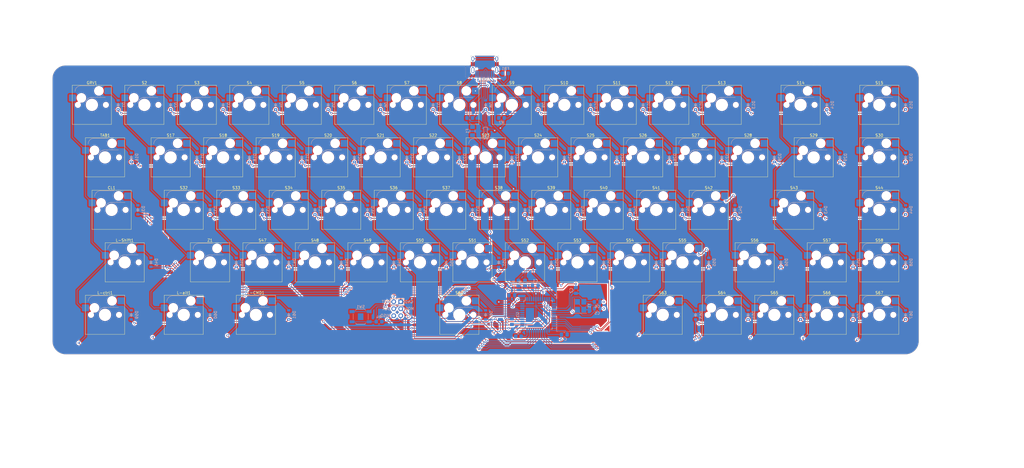
<source format=kicad_pcb>
(kicad_pcb (version 20221018) (generator pcbnew)
  (layers (0 "F.Cu" signal) (31 "B.Cu" signal) (34 "B.Paste" user) (35 "F.Paste" user) (36 "B.SilkS" user "B.Silkscreen") (37 "F.SilkS" user "F.Silkscreen") (38 "B.Mask" user) (39 "F.Mask" user) (44 "Edge.Cuts" user))
  (net 0 "")
  (net 1 "Net-(U1-UCAP)")
  (net 2 "GND")
  (net 3 "+5V")
  (net 4 "Net-(U1-XTAL1)")
  (net 5 "Net-(U1-XTAL2)")
  (net 6 "col0")
  (net 7 "Net-(D31-A)")
  (net 8 "row0")
  (net 9 "Net-(D1-A)")
  (net 10 "Net-(D2-A)")
  (net 11 "Net-(D3-A)")
  (net 12 "Net-(D4-A)")
  (net 13 "Net-(D5-A)")
  (net 14 "Net-(D6-A)")
  (net 15 "Net-(D7-A)")
  (net 16 "Net-(D8-A)")
  (net 17 "Net-(D9-A)")
  (net 18 "Net-(D10-A)")
  (net 19 "Net-(D11-A)")
  (net 20 "Net-(D12-A)")
  (net 21 "Net-(D13-A)")
  (net 22 "Net-(D14-A)")
  (net 23 "Net-(D15-A)")
  (net 24 "row1")
  (net 25 "Net-(D16-A)")
  (net 26 "Net-(D17-A)")
  (net 27 "Net-(D18-A)")
  (net 28 "Net-(D19-A)")
  (net 29 "Net-(D20-A)")
  (net 30 "Net-(D21-A)")
  (net 31 "Net-(D22-A)")
  (net 32 "Net-(D23-A)")
  (net 33 "Net-(D24-A)")
  (net 34 "Net-(D25-A)")
  (net 35 "Net-(D26-A)")
  (net 36 "Net-(D27-A)")
  (net 37 "Net-(D28-A)")
  (net 38 "Net-(D29-A)")
  (net 39 "Net-(D30-A)")
  (net 40 "row2")
  (net 41 "Net-(D32-A)")
  (net 42 "Net-(D33-A)")
  (net 43 "Net-(D34-A)")
  (net 44 "Net-(D35-A)")
  (net 45 "Net-(D36-A)")
  (net 46 "Net-(D37-A)")
  (net 47 "Net-(D38-A)")
  (net 48 "Net-(D39-A)")
  (net 49 "Net-(D40-A)")
  (net 50 "Net-(D41-A)")
  (net 51 "Net-(D42-A)")
  (net 52 "Net-(D43-A)")
  (net 53 "Net-(D44-A)")
  (net 54 "row3")
  (net 55 "Net-(D45-A)")
  (net 56 "Net-(D46-A)")
  (net 57 "Net-(D47-A)")
  (net 58 "Net-(D48-A)")
  (net 59 "Net-(D49-A)")
  (net 60 "Net-(D50-A)")
  (net 61 "Net-(D51-A)")
  (net 62 "Net-(D52-A)")
  (net 63 "Net-(D53-A)")
  (net 64 "Net-(D54-A)")
  (net 65 "Net-(D55-A)")
  (net 66 "Net-(D56-A)")
  (net 67 "Net-(D57-A)")
  (net 68 "Net-(D58-A)")
  (net 69 "row4")
  (net 70 "Net-(D59-A)")
  (net 71 "Net-(D60-A)")
  (net 72 "Net-(D61-A)")
  (net 73 "Net-(D62-A)")
  (net 74 "Net-(D63-A)")
  (net 75 "Net-(D64-A)")
  (net 76 "Net-(D65-A)")
  (net 77 "Net-(D66-A)")
  (net 78 "Net-(D67-A)")
  (net 79 "VCC")
  (net 80 "MISO")
  (net 81 "SCK")
  (net 82 "MOSI")
  (net 83 "RESET")
  (net 84 "col1")
  (net 85 "col2")
  (net 86 "Net-(U1-~{HWB}{slash}PE2)")
  (net 87 "D+")
  (net 88 "D-")
  (net 89 "Net-(USB1-CC2)")
  (net 90 "Net-(USB1-CC1)")
  (net 91 "col3")
  (net 92 "col4")
  (net 93 "col5")
  (net 94 "col6")
  (net 95 "col7")
  (net 96 "col8")
  (net 97 "col9")
  (net 98 "col10")
  (net 99 "col11")
  (net 100 "col12")
  (net 101 "col13")
  (net 102 "col14")
  (net 108 "DN")
  (net 109 "DP")
  (net 110 "Earth")
  (footprint "ScottoKeebs_Hotswap:Hotswap_MX_1.00u" (layer "F.Cu") (at 255.97 113.6275)
    (fp_text reference "S39")
    (fp_text value "Keyswitch")
  )
  (footprint "ScottoKeebs_Hotswap:Hotswap_MX_1.00u" (layer "F.Cu") (at 108.3325 75.5275)
    (fp_text reference "S2")
    (fp_text value "Keyswitch")
  )
  (footprint "ScottoKeebs_Hotswap:Hotswap_MX_1.00u" (layer "F.Cu") (at 260.7325 75.5275)
    (fp_text reference "S10")
    (fp_text value "Keyswitch")
  )
  (footprint "ScottoKeebs_Hotswap:Hotswap_MX_1.25u" (layer "F.Cu") (at 296.45125 151.7275)
    (fp_text reference "S63")
    (fp_text value "Keyswitch")
  )
  (footprint "ScottoKeebs_Hotswap:Hotswap_MX_1.50u" (layer "F.Cu") (at 122.62 151.7275)
    (fp_text reference "L-alt1")
    (fp_text value "Keyswitch")
  )
  (footprint "ScottoKeebs_Hotswap:Hotswap_MX_1.00u" (layer "F.Cu") (at 227.395 132.6775)
    (fp_text reference "S51")
    (fp_text value "Keyswitch")
  )
  (footprint "ScottoKeebs_Hotswap:Hotswap_MX_1.00u" (layer "F.Cu") (at 375.0325 113.6275)
    (fp_text reference "S44")
    (fp_text value "Keyswitch")
  )
  (footprint "ScottoKeebs_Hotswap:Hotswap_MX_1.00u" (layer "F.Cu") (at 136.9075 94.5775)
    (fp_text reference "S18")
    (fp_text value "Keyswitch")
  )
  (footprint "ScottoKeebs_Hotswap:Hotswap_MX_1.00u" (layer "F.Cu") (at 336.9325 151.7275)
    (fp_text reference "S65")
    (fp_text value "Keyswitch")
  )
  (footprint "ScottoKeebs_Hotswap:Hotswap_MX_1.00u" (layer "F.Cu") (at 375.0325 94.5775)
    (fp_text reference "S30")
    (fp_text value "Keyswitch")
  )
  (footprint "ScottoKeebs_Hotswap:Hotswap_MX_1.00u" (layer "F.Cu") (at 146.4325 75.5275)
    (fp_text reference "S4")
    (fp_text value "Keyswitch")
  )
  (footprint "ScottoKeebs_Hotswap:Hotswap_MX_1.00u" (layer "F.Cu") (at 265.495 132.6775)
    (fp_text reference "S53")
    (fp_text value "Keyswitch")
  )
  (footprint "ScottoKeebs_Hotswap:Hotswap_MX_1.25u" (layer "F.Cu") (at 148.81375 151.7275)
    (fp_text reference "L-CMD1")
    (fp_text value "Keyswitch")
  )
  (footprint "ScottoKeebs_Hotswap:Hotswap_MX_1.00u" (layer "F.Cu") (at 179.77 113.6275)
    (fp_text reference "S35")
    (fp_text value "Keyswitch")
  )
  (footprint "ScottoKeebs_Hotswap:Hotswap_MX_1.00u" (layer "F.Cu") (at 236.92 113.6275)
    (fp_text reference "S38")
    (fp_text value "Keyswitch")
  )
  (footprint "ScottoKeebs_Hotswap:Hotswap_MX_1.00u" (layer "F.Cu") (at 289.3075 94.5775)
    (fp_text reference "S26")
    (fp_text value "Keyswitch")
  )
  (footprint "ScottoKeebs_Hotswap:Hotswap_MX_1.00u" (layer "F.Cu") (at 213.1075 94.5775)
    (fp_text reference "S22")
    (fp_text value "Keyswitch")
  )
  (footprint "ScottoKeebs_Hotswap:Hotswap_MX_1.00u" (layer "F.Cu") (at 132.145 132.6775)
    (fp_text reference "Z1")
    (fp_text value "Keyswitch")
  )
  (footprint "ScottoKeebs_Hotswap:Hotswap_MX_1.00u" (layer "F.Cu") (at 270.2575 94.5775)
    (fp_text reference "S25")
    (fp_text value "Keyswitch")
  )
  (footprint "ScottoKeebs_Hotswap:Hotswap_MX_1.00u" (layer "F.Cu") (at 160.72 113.6275)
    (fp_text reference "S34")
    (fp_text value "Keyswitch")
  )
  (footprint "ScottoKeebs_Hotswap:Hotswap_MX_1.00u" (layer "F.Cu") (at 175.0075 94.5775)
    (fp_text reference "S20")
    (fp_text value "Keyswitch")
  )
  (footprint "ScottoKeebs_Hotswap:Hotswap_MX_1.00u" (layer "F.Cu") (at 284.545 132.6775)
    (fp_text reference "S54")
    (fp_text value "Keyswitch")
  )
  (footprint "ScottoKeebs_Hotswap:Hotswap_MX_1.00u" (layer "F.Cu") (at 317.8825 151.7275)
    (fp_text reference "S64")
    (fp_text value "Keyswitch")
  )
  (footprint "ScottoKeebs_Hotswap:Hotswap_MX_1.00u" (layer "F.Cu") (at 355.9825 132.6775)
    (fp_text reference "S57")
    (fp_text value "Keyswitch")
  )
  (footprint "ScottoKeebs_Hotswap:Hotswap_MX_1.00u" (layer "F.Cu") (at 313.12 113.6275)
    (fp_text reference "S42")
    (fp_text value "Keyswitch")
  )
  (footprint "ScottoKeebs_Hotswap:Hotswap_MX_1.00u" (layer "F.Cu") (at 279.7825 75.5275)
    (fp_text reference "S11")
    (fp_text value "Keyswitch")
  )
  (footprint "ScottoKeebs_Hotswap:Hotswap_MX_1.50u" (layer "F.Cu") (at 94.045 94.5775)
    (fp_text reference "TAB1")
    (fp_text value "Keyswitch")
  )
  (footprint "ScottoKeebs_Hotswap:Hotswap_MX_1.00u" (layer "F.Cu") (at 303.595 132.6775)
    (fp_text reference "S55")
    (fp_text value "Keyswitch")
  )
  (footprint "ScottoKeebs_Hotswap:Hotswap_MX_1.00u" (layer "F.Cu") (at 89.2825 75.5275)
    (fp_text reference "GRV1")
    (fp_text value "Keyswitch")
  )
  (footprint "ScottoKeebs_Hotswap:Hotswap_MX_1.00u" (layer "F.Cu") (at 241.6825 75.5275)
    (fp_text reference "S9")
    (fp_text value "Keyswitch")
  )
  (footprint "ScottoKeebs_Hotswap:Hotswap_MX_1.00u" (layer "F.Cu") (at 122.62 113.6275)
    (fp_text reference "S32")
    (fp_text value "Keyswitch")
  )
  (footprint "ScottoKeebs_Hotswap:Hotswap_MX_1.00u" (layer "F.Cu") (at 194.0575 94.5775)
    (fp_text reference "S21")
    (fp_text value "Keyswitch")
  )
  (footprint "ScottoKeebs_Hotswap:Hotswap_MX_1.00u" (layer "F.Cu") (at 275.02 113.6275)
    (fp_text reference "S40")
    (fp_text value "Keyswitch")
  )
  (footprint "ScottoKeebs_Hotswap:Hotswap_MX_1.00u" (layer "F.Cu") (at 184.5325 75.5275)
    (fp_text reference "S6")
    (fp_text value "Keyswitch")
  )
  (footprint "ScottoKeebs_Hotswap:Hotswap_MX_1.00u" (layer "F.Cu") (at 375.0325 75.5275)
    (fp_text reference "S15")
    (fp_text value "Keyswitch")
  )
  (footprint "ScottoKeebs_Hotswap:Hotswap_MX_1.00u" (layer "F.Cu") (at 208.345 132.6775)
    (fp_text reference "S50")
    (fp_text value "Keyswitch")
  )
  (footprint "ScottoKeebs_Hotswap:Hotswap_MX_1.00u" (layer "F.Cu") (at 141.67 113.6275)
    (fp_text reference "S33")
    (fp_text value "Keyswitch")
  )
  (footprint "ScottoKeebs_Hotswap:Hotswap_MX_2.25u" (layer "F.Cu") (at 344.07625 113.6275)
    (fp_text reference "S43")
    (fp_text value "Keyswitch")
  )
  (footprint "ScottoKeebs_Hotswap:Hotswap_MX_2.00u" (layer "F.Cu") (at 346.4575 75.5275)
    (fp_text reference "S14")
    (fp_text value "Keyswitch")
  )
  (footprint "ScottoKeebs_Hotswap:Hotswap_MX_1.00u" (layer "F.Cu") (at 232.1575 94.5775)
    (fp_text reference "S23")
    (fp_text value "Keyswitch")
  )
  (footprint "ScottoKeebs_Hotswap:Hotswap_MX_1.00u" (layer "F.Cu") (at 222.6325 75.5275)
    (fp_text reference "S8")
    (fp_text value "Keyswitch")
  )
  (footprint "ScottoKeebs_Hotswap:Hotswap_MX_1.00u" (layer "F.Cu") (at 189.295 132.6775)
    (fp_text reference "S49")
    (fp_text value "Keyswitch")
  )
  (footprint "ScottoKeebs_Hotswap:Hotswap_MX_1.00u" (layer "F.Cu") (at 217.87 113.6275)
    (fp_text reference "S37")
    (fp_text value "Keyswitch")
  )
  (footprint "ScottoKeebs_Hotswap:Hotswap_MX_1.00u" (layer "F.Cu") (at 165.4825 75.5275)
    (fp_text reference "S5")
    (fp_text value "Keyswitch")
  )
  (footprint "ScottoKeebs_Hotswap:Hotswap_MX_1.00u" (layer "F.Cu") (at 308.3575 94.5775)
    (fp_text reference "S27")
    (fp_text value "Keyswitch")
  )
  (footprint "ScottoKeebs_Hotswap:Hotswap_MX_1.00u" (layer "F.Cu") (at 294.07 113.6275)
    (fp_text reference "S41")
    (fp_text value "Keyswitch")
  )
  (footprint "ScottoKeebs_Hotswap:Hotswap_MX_1.00u" (layer "F.Cu") (at 117.8575 94.5775)
    (fp_text reference "S17")
    (fp_text value "Keyswitch")
  )
  (footprint "ScottoKeebs_Hotswap:Hotswap_MX_1.00u" (layer "F.Cu") (at 246.445 132.6775)
    (fp_text reference "S52")
    (fp_text value "Keyswitch")
  )
  (footprint "ScottoKeebs_Hotswap:Hotswap_MX_1.75u" (layer "F.Cu") (at 96.42625 113.6275)
    (fp_text reference "CL1")
    (fp_text value "Keyswitch")
  )
  (footprint "ScottoKeebs_Hotswap:Hotswap_MX_1.00u" (layer "F.Cu") (at 317.8825 75.5275)
    (fp_text reference "S13")
    (fp_text value "Keyswitch")
  )
  (footprint "ScottoKeebs_Hotswap:Hotswap_MX_1.00u" (layer "F.Cu") (at 151.195 132.6775)
    (fp_text reference "S47")
    (fp_text value "Keyswitch")
  )
  (footprint "ScottoKeebs_Hotswap:Hotswap_MX_1.50u" (layer "F.Cu") (at 351.22 94.5775)
    (fp_text reference "S29")
    (fp_text value "Keyswitch")
  )
  (footprint "ScottoKeebs_Hotswap:Hotswap_MX_1.50u" (layer "F.Cu") (at 94.045 151.7275)
    (fp_text reference "L-ctrl1")
    (fp_text value "Keyswitch")
  )
  (footprint "ScottoKeebs_Hotswap:Hotswap_MX_1.00u" (layer "F.Cu") (at 298.8325 75.5275)
    (fp_text reference "S12")
    (fp_text value "Keyswitch")
  )
  (footprint "ScottoKeebs_Hotswap:Hotswap_MX_1.00u" (layer "F.Cu") (at 170.245 132.6775)
    (fp_text reference "S48")
    (fp_text value "Keyswitch")
  )
  (footprint "ScottoKeebs_Hotswap:Hotswap_MX_1.00u" (layer "F.Cu") (at 127.3825 75.5275)
    (fp_text reference "S3")
    (fp_text value "Keyswitch")
  )
  (footprint "ScottoKeebs_Hotswap:Hotswap_MX_1.00u" (layer "F.Cu") (at 203.5825 75.5275)
    (fp_text reference "S7")
    (fp_text value "Keyswitch")
  )
  (footprint "ScottoKeebs_Hotswap:Hotswap_MX_1.00u" (layer "F.Cu") (at 155.9575 94.5775)
    (fp_text reference "S19")
    (fp_text value "Keyswitch")
  )
  (footprint "ScottoKeebs_Hotswap:Hotswap_MX_1.00u" (layer "F.Cu") (at 355.9825 151.7275)
    (fp_text reference "S66")
    (fp_text value "Keyswitch")
  )
  (footprint "ScottoKeebs_Hotswap:Hotswap_MX_1.00u" (layer "F.Cu") (at 251.2075 94.5775)
    (fp_text reference "S24")
    (fp_text value "Keyswitch")
  )
  (footprint "ScottoKeebs_Hotswap:Hotswap_MX_1.00u" (layer "F.Cu") (at 327.4075 94.5775)
    (fp_text reference "S28")
    (fp_text value "Keyswitch")
  )
  (footprint "ScottoKeebs_Hotswap:Hotswap_MX_1.00u" (layer "F.Cu") (at 198.82 113.6275)
    (fp_text reference "S36")
    (fp_text value "Keyswitch")
  )
  (footprint "ScottoKeebs_Hotswap:Hotswap_MX_1.00u" (layer "F.Cu") (at 375.0325 132.6775)
    (fp_text reference "S58")
    (fp_text value "Keyswitch")
  )
  (footprint "ScottoKeebs_Hotswap:Hotswap_MX_1.00u" (layer "F.Cu") (at 375.0325 151.7275)
    (fp_text reference "S67")
    (fp_text value "Keyswitch")
  )
  (footprint "ScottoKeebs_Hotswap:Hotswap_MX_6.50u" (layer "F.Cu") (at 222.6325 151.7275)
    (fp_text reference "S62")
    (fp_text value "Keyswitch")
  )
  (footprint "ScottoKeebs_Hotswap:Hotswap_MX_2.25u" (layer "F.Cu") (at 101.18875 132.6775)
    (fp_text reference "L-Shift1")
    (fp_text value "Keyswitch")
  )
  (footprint "ScottoKeebs_Hotswap:Hotswap_MX_1.75u" (layer "F.Cu") (at 329.78875 132.6775)
    (fp_text reference "S56")
    (fp_text value "Keyswitch")
  )
  (footprint "ScottoKeebs_Components:Diode_SOD-123" (layer "B.Cu") (at 298.8325 94.5775 90)
    (fp_text reference "D26")
    (fp_text value "Diode")
  )
  (footprint "ScottoKeebs_Components:Diode_SOD-123" (layer "B.Cu") (at 275.02 132.6775 90)
    (fp_text reference "D53")
    (fp_text value "Diode")
  )
  (footprint "Capacitor_SMD:C_0805_2012Metric_Pad1.18x1.45mm_HandSolder" (layer "B.Cu") (at 260.7325 158.87125)
    (fp_text reference "C4")
    (fp_text value "0.1uF")
  )
  (footprint "ScottoKeebs_Components:Diode_SOD-123" (layer "B.Cu") (at 294.07 132.6775 90)
    (fp_text reference "D54")
    (fp_text value "Diode")
  )
  (footprint "ScottoKeebs_Components:Diode_SOD-123" (layer "B.Cu") (at 103.57 151.7275 90)
    (fp_text reference "D59")
    (fp_text value "Diode")
  )
  (footprint "Resistor_SMD:R_0805_2012Metric_Pad1.20x1.40mm_HandSolder" (layer "B.Cu") (at 246.459575 140.196206 -90)
    (fp_text reference "R6")
    (fp_text value "22")
  )
  (footprint "ScottoKeebs_Components:Diode_SOD-123" (layer "B.Cu") (at 260.7325 94.5775 90)
    (fp_text reference "D24")
    (fp_text value "Diode")
  )
  (footprint "ScottoKeebs_Components:Diode_SOD-123" (layer "B.Cu") (at 103.57 94.5775 90)
    (fp_text reference "D16")
    (fp_text value "Diode")
  )
  (footprint "ScottoKeebs_Components:Diode_SOD-123" (layer "B.Cu") (at 98.8075 75.5275 90)
    (fp_text reference "D1")
    (fp_text value "Diode")
  )
  (footprint "ScottoKeebs_Components:Diode_SOD-123" (layer "B.Cu") (at 141.67 132.6775 90)
    (fp_text reference "D46")
    (fp_text value "Diode")
  )
  (footprint "ScottoKeebs_Components:Diode_SOD-123" (layer "B.Cu") (at 146.4325 94.5775 90)
    (fp_text reference "D18")
    (fp_text value "Diode")
  )
  (footprint "ScottoKeebs_Components:Diode_SOD-123" (layer "B.Cu") (at 241.6825 94.5775 90)
    (fp_text reference "D23")
    (fp_text value "Diode")
  )
  (footprint "ScottoKeebs_Components:Diode_SOD-123" (layer "B.Cu") (at 194.0575 75.5275 90)
    (fp_text reference "D6")
    (fp_text value "Diode")
  )
  (footprint "ScottoKeebs_Components:Diode_SOD-123" (layer "B.Cu") (at 384.5575 94.5775 90)
    (fp_text reference "D30")
    (fp_text value "Diode")
  )
  (footprint "ScottoKeebs_Components:Diode_SOD-123" (layer "B.Cu") (at 365.5075 151.7275 90)
    (fp_text reference "D66")
    (fp_text value "Diode")
  )
  (footprint "ScottoKeebs_Components:Diode_SOD-123" (layer "B.Cu") (at 265.495 113.6275 90)
    (fp_text reference "D39")
    (fp_text value "Diode")
  )
  (footprint "Capacitor_SMD:C_0805_2012Metric_Pad1.18x1.45mm_HandSolder" (layer "B.Cu") (at 272.653354 147.042311)
    (fp_text reference "C6")
    (fp_text value "22pF")
  )
  (footprint "ScottoKeebs_Components:Diode_SOD-123" (layer "B.Cu") (at 132.145 151.7275 90)
    (fp_text reference "D60")
    (fp_text value "Diode")
  )
  (footprint "ScottoKeebs_Components:Diode_SOD-123" (layer "B.Cu") (at 160.72 132.6775 90)
    (fp_text reference "D47")
    (fp_text value "Diode")
  )
  (footprint "ScottoKeebs_Components:Diode_SOD-123" (layer "B.Cu") (at 132.145 113.6275 90)
    (fp_text reference "D32")
    (fp_text value "Diode")
  )
  (footprint "Inductor_SMD:L_0805_2012Metric_Pad1.15x1.40mm_HandSolder" (layer "B.Cu") (at 239.360521 64.060433 180)
    (fp_text reference "FB1")
    (fp_text value "60@100MHz")
  )
  (footprint "ScottoKeebs_Components:Diode_SOD-123" (layer "B.Cu") (at 251.2075 75.5275 90)
    (fp_text reference "D9")
    (fp_text value "Diode")
  )
  (footprint "ScottoKeebs_Components:Diode_SOD-123" (layer "B.Cu") (at 308.3575 151.7275 90)
    (fp_text reference "D63")
    (fp_text value "Diode")
  )
  (footprint "ScottoKeebs_Components:Diode_SOD-123" (layer "B.Cu") (at 346.4575 151.7275 90)
    (fp_text reference "D65")
    (fp_text value "Diode")
  )
  (footprint "ScottoKeebs_Components:Diode_SOD-123" (layer "B.Cu") (at 308.3575 75.5275 90)
    (fp_text reference "D12")
    (fp_text value "Diode")
  )
  (footprint "ScottoKeebs_Components:Diode_SOD-123" (layer "B.Cu") (at 284.545 113.6275 90)
    (fp_text reference "D40")
    (fp_text value "Diode")
  )
  (footprint "ScottoKeebs_Components:Diode_SOD-123" (layer "B.Cu") (at 117.8575 75.5275 90)
    (fp_text reference "D2")
    (fp_text value "Diode")
  )
  (footprint "ScottoKeebs_Components:Diode_SOD-123" (layer "B.Cu") (at 313.12 132.6775 90)
    (fp_text reference "D55")
    (fp_text value "Diode")
  )
  (footprint "ScottoKeebs_Components:Diode_SOD-123" (layer "B.Cu") (at 360.745 94.5775 90)
    (fp_text reference "D29")
    (fp_text value "Diode")
  )
  (footprint "ScottoKeebs_Components:Diode_SOD-123" (layer "B.Cu") (at 255.97 132.6775 90)
    (fp_text reference "D52")
    (fp_text value "Diode")
  )
  (footprint "Resistor_SMD:R_0805_2012Metric_Pad1.20x1.40mm_HandSolder" (layer "B.Cu") (at 226.395 80.29 180)
    (fp_text reference "R8")
    (fp_text value "5.1k")
  )
  (footprint "ScottoKeebs_Components:Diode_SOD-123" (layer "B.Cu") (at 179.77 132.6775 90)
    (fp_text reference "D48")
    (fp_text value "Diode")
  )
  (footprint "ScottoKeebs_Components:Diode_SOD-123" (layer "B.Cu") (at 127.3825 94.5775 90)
    (fp_text reference "D17")
    (fp_text value "Diode")
  )
  (footprint "Type-C.pretty-master:HRO-TYPE-C-31-M-12-HandSoldering" (layer "B.Cu") (at 231.865 56.180622)
    (fp_text reference "USB1")
    (fp_text value "HRO-TYPE-C-31-M-12")
  )
  (footprint "ScottoKeebs_Components:Diode_SOD-123" (layer "B.Cu") (at 365.5075 132.6775 90)
    (fp_text reference "D57")
    (fp_text value "Diode")
  )
  (footprint "ScottoKeebs_Components:Diode_SOD-123" (layer "B.Cu") (at 198.82 132.6775 90)
    (fp_text reference "D49")
    (fp_text value "Diode")
  )
  (footprint "Resistor_SMD:R_0805_2012Metric_Pad1.20x1.40mm_HandSolder" (layer "B.Cu") (at 237.92 80.29)
    (fp_text reference "R7")
    (fp_text value "5.1k")
  )
  (footprint "ScottoKeebs_Components:Diode_SOD-123" (layer "B.Cu") (at 232.1575 75.5275 90)
    (fp_text reference "D8")
    (fp_text value "Diode")
  )
  (footprint "Button_Switch_SMD:SW_SPST_SKQG_WithStem" (layer "B.Cu") (at 186.804847 152.400128 180)
    (fp_text reference "SW1")
    (fp_text value "SW_Push")
  )
  (footprint "random-keyboard-parts.pretty-master:SOT143B" (layer "B.Cu") (at 232.1575 85.0525 180)
    (fp_text reference "U2")
    (fp_text value "PRTR5V0U2X")
  )
  (footprint "ScottoKeebs_Components:Diode_SOD-123" (layer "B.Cu") (at 217.87 132.6775 90)
    (fp_text reference "D50")
    (fp_text value "Diode")
  )
  (footprint "Capacitor_SMD:C_0805_2012Metric_Pad1.18x1.45mm_HandSolder" (layer "B.Cu") (at 241.6825 144.58375 180)
    (fp_text reference "C7")
    (fp_text value "10uF")
  )
  (footprint "random-keyboard-parts.pretty-master:Reset_Pretty-Mask" (layer "B.Cu") (at 200.09 149.505)
    (fp_text reference "J1")
    (fp_text value "AVR-ISP-6")
  )
  (footprint "ScottoKeebs_Components:Diode_SOD-123" (layer "B.Cu") (at 384.5575 75.5275 90)
    (fp_text reference "D15")
    (fp_text value "Diode")
  )
  (footprint "ScottoKeebs_Components:Diode_SOD-123" (layer "B.Cu") (at 355.9825 75.5275 90)
    (fp_text reference "D14")
    (fp_text value "Diode")
  )
  (footprint "ScottoKeebs_Components:Diode_SOD-123" (layer "B.Cu") (at 160.72 151.7275 90)
    (fp_text reference "D61")
    (fp_text value "Diode")
  )
  (footprint "Capacitor_SMD:C_0805_2012Metric_Pad1.18x1.45mm_HandSolder" (layer "B.Cu") (at 241.697067 154.186085 -90)
    (fp_text reference "C3")
    (fp_text value "0.1uF")
  )
  (footprint "ScottoKeebs_Components:Diode_SOD-123" (layer "B.Cu") (at 213.1075 75.5275 90)
    (fp_text reference "D7")
    (fp_text value "Diode")
  )
  (footprint "ScottoKeebs_Components:Diode_SOD-123" (layer "B.Cu") (at 208.345 113.6275 90)
    (fp_text reference "D36")
    (fp_text value "Diode")
  )
  (footprint "ScottoKeebs_Components:Diode_SOD-123" (layer "B.Cu") (at 289.3075 75.5275 90)
    (fp_text reference "D11")
    (fp_text value "Diode")
  )
  (footprint "ScottoKeebs_Components:Diode_SOD-123" (layer "B.Cu") (at 279.7825 94.5775 90)
    (fp_text reference "D25")
    (fp_text value "Diode")
  )
  (footprint "ScottoKeebs_Components:Diode_SOD-123" (layer "B.Cu") (at 227.395 113.6275 90)
    (fp_text reference "D37")
    (fp_text value "Diode")
  )
  (footprint "ScottoKeebs_Components:Diode_SOD-123" (layer "B.Cu") (at 184.5325 94.5775 90)
    (fp_text reference "D20")
    (fp_text value "Diode")
  )
  (footprint "ScottoKeebs_Components:Diode_SOD-123" (layer "B.Cu") (at 189.295 113.6275 90)
    (fp_text reference "D35")
    (fp_text value "Diode")
  )
  (footprint "Resistor_SMD:R_0805_2012Metric_Pad1.20x1.40mm_HandSolder" (layer "B.Cu") (at 244.078323 159.543911 180)
    (fp_text reference "R1")
    (fp_text value "10k")
  )
  (footprint "ScottoKeebs_Components:Diode_SOD-123" (layer "B.Cu") (at 232.1575 151.7275 90)
    (fp_text reference "D62")
    (fp_text value "Diode")
  )
  (footprint "Fuse:Fuse_1206_3216Metric_Pad1.42x1.75mm_HandSolder" (layer "B.Cu") (at 227.395 85.0525 -90)
    (fp_text reference "F1")
    (fp_text value "500m")
  )
  (footprint "ScottoKeebs_Components:Diode_SOD-123" (layer "B.Cu") (at 175.0075 75.5275 90)
    (fp_text reference "D5")
    (fp_text value "Diode")
  )
  (footprint "ScottoKeebs_Components:Diode_SOD-123" (layer "B.Cu") (at 110.71375 132.6775 90)
    (fp_text reference "D45")
    (fp_text value "Diode")
  )
  (footprint "ScottoKeebs_Components:Diode_SOD-123" (layer "B.Cu") (at 327.4075 75.5275 90)
    (fp_text reference "D13")
    (fp_text value "Diode")
  )
  (footprint "ScottoKeebs_Components:Diode_SOD-123" (layer "B.Cu") (at 151.195 113.6275 90)
    (fp_text reference "D33")
    (fp_text value "Diode")
  )
  (footprint "ScottoKeebs_Components:Diode_SOD-123" (layer "B.Cu") (at 353.60125 113.6275 90)
    (fp_text reference "D43")
    (fp_text value "Diode")
  )
  (footprint "Capacitor_SMD:C_0805_2012Metric_Pad1.18x1.45mm_HandSolder" (layer "B.Cu") (at 272.653354 149.423563)
    (fp_text reference "C5")
    (fp_text value "22pF")
  )
  (footprint "Resistor_SMD:R_0805_2012Metric_Pad1.20x1.40mm_HandSolder" (layer "B.Cu") (at 244.078323 140.196206 -90)
    (fp_text reference "R5")
    (fp_text value "22")
  )
  (footprint "Resistor_SMD:R_0805_2012Metric_Pad1.20x1.40mm_HandSolder" (layer "B.Cu") (at 193.476725 154.186067 180)
    (fp_text reference "R4")
    (fp_text value "10k")
  )
  (footprint "ScottoKeebs_Components:Diode_SOD-123" (layer "B.Cu") (at 165.4825 94.5775 90)
    (fp_text reference "D19")
    (fp_text value "Diode")
  )
  (footprint "ScottoKeebs_Components:Diode_SOD-123" (layer "B.Cu") (at 155.9575 75.5275 90)
    (fp_text reference "D4")
    (fp_text value "Diode")
  )
  (footprint "ScottoKeebs_Components:Diode_SOD-123" (layer "B.Cu") (at 317.8825 94.5775 90)
    (fp_text reference "D27")
    (fp_text value "Diode")
  )
  (footprint "ScottoKeebs_Components:Diode_SOD-123" (layer "B.Cu") (at 327.4075 151.7275 90)
    (fp_text reference "D64")
    (fp_text value "Diode")
  )
  (footprint "ScottoKeebs_Components:Diode_SOD-123" (layer "B.Cu") (at 236.92 132.6775 90)
    (fp_text reference "D51")
    (fp_text value "Diode")
  )
  (footprint "Capacitor_SMD:C_0805_2012Metric_Pad1.18x1.45mm_HandSolder" (layer "B.Cu") (at 264.914285 142.87512 -90)
    (fp_text reference "C2")
    (fp_text value "0.1uF")
  )
  (footprint "ScottoKeebs_Components:Diode_SOD-123" (layer "B.Cu") (at 384.5575 151.7275 90)
    (fp_text reference "D67")
    (fp_text value "Diode")
  )
  (footprint "ScottoKeebs_Components:Diode_SOD-123" (layer "B.Cu") (at 339.31375 132.6775 90)
    (fp_text reference "D56")
    (fp_text value "Diode")
  )
  (footprint "ScottoKeebs_Components:Diode_SOD-123" (layer "B.Cu") (at 270.2575 75.5275 90)
    (fp_text reference "D10")
    (fp_text value "Diode")
  )
  (footprint "Package_QFP:TQFP-44_10x10mm_P0.8mm" (layer "B.Cu") (at 251.2075 151.7275 -90)
    (fp_text reference "U1")
    (fp_text value "ATmega32U4-A")
  )
  (footprint "ScottoKeebs_Components:Diode_SOD-123" (layer "B.Cu") (at 136.9075 75.5275 90)
    (fp_text reference "D3")
    (fp_text value "Diode")
  )
  (footprint "ScottoKeebs_Components:Diode_SOD-123" (layer "B.Cu") (at 246.445 113.6275 90)
    (fp_text reference "D38")
    (fp_text value "Diode")
  )
  (footprint "Crystal:Crystal_SMD_3225-4Pin_3.2x2.5mm_HandSoldering" (layer "B.Cu") (at 266.645 148.415 90)
    (fp_text reference "Y1")
    (fp_text value "16MHz")
  )
  (footprint "ScottoKeebs_Components:Diode_SOD-123" (layer "B.Cu") (at 105.95125 113.6275 90)
    (fp_text reference "D31")
    (fp_text value "Diode")
  )
  (footprint "ScottoKeebs_Components:Diode_SOD-123" (layer "B.Cu") (at 203.5825 94.5775 90)
    (fp_text reference "D21")
    (fp_text value "Diode")
  )
  (footprint "ScottoKeebs_Components:Diode_SOD-123" (layer "B.Cu") (at 303.595 113.6275 90)
    (fp_text reference "D41")
    (fp_text value "Diode")
  )
  (footprint "ScottoKeebs_Components:Diode_SOD-123" (layer "B.Cu") (at 336.9325 94.5775 90)
    (fp_text reference "D28")
    (fp_text value "Diode")
  )
  (footprint "ScottoKeebs_Components:Diode_SOD-123" (layer "B.Cu") (at 384.5575 113.6275 90)
    (fp_text reference "D44")
    (fp_text value "Diode")
  )
  (footprint "Capacitor_SMD:C_0805_2012Metric_Pad1.18x1.45mm_HandSolder" (layer "B.Cu") (at 250.175992 141.089177 180)
    (fp_text reference "C1")
    (fp_text value "1uF")
  )
  (footprint "ScottoKeebs_Components:Diode_SOD-123" (layer "B.Cu") (at 222.6325 94.5775 90)
    (fp_text reference "D22")
    (fp_text value "Diode")
  )
  (footprint "ScottoKeebs_Components:Diode_SOD-123" (layer "B.Cu") (at 170.245 113.6275 90)
    (fp_text reference "D34")
    (fp_text value "Diode")
  )
  (footprint "ScottoKeebs_Components:Diode_SOD-123" (layer "B.Cu") (at 384.5575 132.6775 90)
    (fp_text reference "D58")
    (fp_text value "Diode")
  )
  (footprint "ScottoKeebs_Components:Diode_SOD-123" (layer "B.Cu") (at 322.645 113.6275 90)
    (fp_text reference "D42")
    (fp_text value "Diode")
  )
  (gr_line (start 79.7575 166.015084) (end 384.557756 166.015084) (stroke (width 0.1)) (layer "Edge.Cuts"))
  (gr_arc (start 74.994996 66.0025) (mid 76.389901 62.634901) (end 79.7575 61.239996) (stroke (width 0.1)) (layer "Edge.Cuts"))
  (gr_arc (start 79.7575 166.015084) (mid 76.389901 164.620179) (end 74.994996 161.25258) (stroke (width 0.1)) (layer "Edge.Cuts"))
  (gr_line (start 236.920132 60.644683) (end 236.920132 57.668118) (stroke (width 0.1)) (layer "Edge.Cuts"))
  (gr_line (start 351.22 61.24) (end 237.515445 61.239996) (stroke (width 0.1)) (layer "Edge.Cuts"))
  (gr_arc (start 237.515445 61.239996) (mid 237.094495 61.065633) (end 236.920132 60.644683) (stroke (width 0.1)) (layer "Edge.Cuts"))
  (gr_line (start 74.994996 66.0025) (end 74.994996 161.25258) (stroke (width 0.1)) (layer "Edge.Cuts"))
  (gr_line (start 226.204498 61.239996) (end 79.7575 61.239996) (stroke (width 0.1)) (layer "Edge.Cuts"))
  (gr_line (start 389.32 66.0025) (end 389.32026 161.25258) (stroke (width 0.1)) (layer "Edge.Cuts"))
  (gr_arc (start 389.32026 161.25258) (mid 387.925355 164.620179) (end 384.557756 166.015084) (stroke (width 0.1)) (layer "Edge.Cuts"))
  (gr_line (start 353.60125 61.24) (end 351.22 61.24) (stroke (width 0.1)) (layer "Edge.Cuts"))
  (gr_line (start 384.5575 61.24) (end 353.60125 61.24) (stroke (width 0.1)) (layer "Edge.Cuts"))
  (gr_line (start 226.799811 57.668118) (end 226.799811 60.644683) (stroke (width 0.1)) (layer "Edge.Cuts"))
  (gr_line (start 236.920132 57.668118) (end 226.799811 57.668118) (stroke (width 0.1)) (layer "Edge.Cuts"))
  (gr_arc (start 226.799811 60.644683) (mid 226.625448 61.065633) (end 226.204498 61.239996) (stroke (width 0.1)) (layer "Edge.Cuts"))
  (gr_arc (start 384.5575 61.24) (mid 387.925096 62.634904) (end 389.32 66.0025) (stroke (width 0.1)) (layer "Edge.Cuts"))
  (via (at 275.034606 149.423563) (size 0.8) (drill 0.4) (layers "F.Cu" "B.Cu") (net 0))
  (via (at 275.034606 147.042311) (size 0.8) (drill 0.4) (layers "F.Cu" "B.Cu") (net 0))
  (via (at 263.722082 150.612612) (size 0.8) (drill 0.4) (layers "F.Cu" "B.Cu") (net 0))
  (segment (start 263.723659 150.614189) (end 263.722082 150.612612) (width 0.25) (layer "B.Cu") (net 0))
  (segment (start 251.213492 146.021508) (end 251.2075 146.0275) (width 0.25) (layer "B.Cu") (net 1))
  (segment (start 251.213492 141.089177) (end 251.213492 146.021508) (width 0.25) (layer "B.Cu") (net 1))
  (segment (start 246.459582 116.681348) (end 246.459582 129.778234) (width 0.25) (layer "F.Cu") (net 2))
  (segment (start 242.292391 105.965714) (end 247.17 110.843323) (width 0.25) (layer "F.Cu") (net 2))
  (segment (start 247.17 115.97093) (end 246.459582 116.681348) (width 0.25) (layer "F.Cu") (net 2))
  (segment (start 249.436147 131.564173) (end 249.436147 135.006364) (width 0.25) (layer "F.Cu") (net 2))
  (segment (start 247.650208 129.778234) (end 249.436147 131.564173) (width 0.25) (layer "F.Cu") (net 2))
  (segment (start 239.879907 88.075013) (end 239.879907 96.906332) (width 0.25) (layer "F.Cu") (net 2))
  (segment (start 223.242375 148.82825) (end 235.148635 148.82825) (width 0.25) (layer "F.Cu") (net 2))
  (segment (start 257.390213 144.446063) (end 250.787817 144.446063) (width 0.25) (layer "F.Cu") (net 2))
  (segment (start 236.636898 84.832004) (end 239.879907 88.075013) (width 0.25) (layer "F.Cu") (net 2))
  (segment (start 206.107985 146.576685) (end 220.99081 146.576685) (width 0.25) (layer "F.Cu") (net 2))
  (segment (start 247.17 110.843323) (end 247.17 115.97093) (width 0.25) (layer "F.Cu") (net 2))
  (segment (start 235.44627 84.832004) (end 236.636898 84.832004) (width 0.25) (layer "F.Cu") (net 2))
  (segment (start 250.787817 144.446063) (end 250.4075 144.065746) (width 0.25) (layer "F.Cu") (net 2))
  (segment (start 235.148635 148.82825) (end 236.934574 147.042311) (width 0.25) (layer "F.Cu") (net 2))
  (segment (start 205.382985 145.851685) (end 206.107985 146.576685) (width 0.25) (layer "F.Cu") (net 2))
  (segment (start 220.99081 146.576685) (end 223.242375 148.82825) (width 0.25) (layer "F.Cu") (net 2))
  (segment (start 246.459582 129.778234) (end 247.650208 129.778234) (width 0.25) (layer "F.Cu") (net 2))
  (segment (start 236.636898 84.832004) (end 237.529869 83.939033) (width 0.25) (layer "F.Cu") (net 2))
  (via (at 205.382985 145.851685) (size 0.8) (drill 0.4) (layers "F.Cu" "B.Cu") (net 2))
  (via (at 236.934574 147.042311) (size 0.8) (drill 0.4) (layers "F.Cu" "B.Cu") (net 2))
  (via (at 249.436147 135.006364) (size 0.8) (drill 0.4) (layers "F.Cu" "B.Cu") (net 2))
  (via (at 257.390213 144.446063) (size 0.8) (drill 0.4) (layers "F.Cu" "B.Cu") (net 2))
  (via (at 239.879907 96.906332) (size 0.8) (drill 0.4) (layers "F.Cu" "B.Cu") (net 2))
  (via (at 235.44627 84.832004) (size 0.8) (drill 0.4) (layers "F.Cu" "B.Cu") (net 2))
  (via (at 237.529869 83.939033) (size 0.8) (drill 0.4) (layers "F.Cu" "B.Cu") (net 2))
  (via (at 250.4075 144.065746) (size 0.8) (drill 0.4) (layers "F.Cu" "B.Cu") (net 2))
  (via (at 242.292391 105.965714) (size 0.8) (drill 0.4) (layers "F.Cu" "B.Cu") (net 2))
  (segment (start 263.128346 144.661059) (end 263.128346 149.423563) (width 0.25) (layer "B.Cu") (net 2))
  (segment (start 246.757236 155.972027) (end 246.757236 154.9275) (width 0.25) (layer "B.Cu") (net 2))
  (segment (start 228.09 64.375622) (end 223.2725 69.193122) (width 0.25) (layer "B.Cu") (net 2))
  (segment (start 273.690854 147.042311) (end 272.500228 148.232937) (width 0.25) (layer "B.Cu") (net 2))
  (segment (start 223.2725 69.193122) (end 223.2725 72.808743) (width 0.25) (layer "B.Cu") (net 2))
  (segment (start 261.77 158.14625) (end 261.05125 157.4275) (width 0.25) (layer "B.Cu") (net 2))
  (segment (start 238.92 82.548902) (end 238.92 80.29) (width 0.25) (layer "B.Cu") (net 2))
  (segment (start 200.185 148.14) (end 192.314975 148.14) (width 0.25) (layer "B.Cu") (net 2))
  (segment (start 238.695166 67.980788) (end 244.673637 73.959259) (width 0.25) (layer "B.Cu") (net 2))
  (segment (start 246.459579 156.864998) (end 246.459579 156.269684) (width 0.25) (layer "B.Cu") (net 2))
  (segment (start 250.4075 144.065746) (end 250.4075 146.0275) (width 0.25) (layer "B.Cu") (net 2))
  (segment (start 269.081476 148.232937) (end 272.500228 148.232937) (width 0.25) (layer "B.Cu") (net 2))
  (segment (start 262.424409 150.1275) (end 256.9075 150.1275) (width 0.25) (layer "B.Cu") (net 2))
  (segment (start 201.36 146.965) (end 204.26967 146.965) (width 0.25) (layer "B.Cu") (net 2))
  (segment (start 267.295537 144.661059) (end 266.547098 143.91262) (width 0.25) (layer "B.Cu") (net 2))
  (segment (start 266.547098 143.91262) (end 264.914285 143.91262) (width 0.25) (layer "B.Cu") (net 2))
  (segment (start 264.914285 143.91262) (end 263.876785 143.91262) (width 0.25) (layer "B.Cu") (net 2))
  (segment (start 244.673637 75.902294) (end 240.285931 80.29) (width 0.25) (layer "B.Cu") (net 2))
  (segment (start 236.934574 147.042311) (end 239.911139 147.042311) (width 0.25) (layer "B.Cu") (net 2))
  (segment (start 272.500228 148.232937) (end 273.690854 149.423563) (width 0.25) (layer "B.Cu") (net 2))
  (segment (start 263.876785 143.91262) (end 263.128346 144.661059) (width 0.25) (layer "B.Cu") (net 2))
  (segment (start 261.77 158.87125) (end 261.77 158.14625) (width 0.25) (layer "B.Cu") (net 2))
  (segment (start 273.248667 144.661059) (end 273.690854 145.103246) (width 0.25) (layer "B.Cu") (net 2))
  (segment (start 240.385521 66.290433) (end 238.695166 67.980788) (width 0.25) (layer "B.Cu") (net 2))
  (segment (start 263.128346 149.423563) (end 262.424409 150.1275) (width 0.25) (layer "B.Cu") (net 2))
  (segment (start 241.993152 154.9275) (end 241.697067 155.223585) (width 0.25) (layer "B.Cu") (net 2))
  (segment (start 228.64 64.375622) (end 228.09 64.375622) (width 0.25) (layer "B.Cu") (net 2))
  (segment (start 239.911139 147.042311) (end 240.645 146.30845) (width 0.25) (layer "B.Cu") (net 2))
  (segment (start 273.690854 145.103246) (end 273.690854 147.042311) (width 0.25) (layer "B.Cu") (net 2))
  (segment (start 250.326018 148.5275) (end 250.4075 148.446018) (width 0.25) (layer "B.Cu") (net 2))
  (segment (start 249.138492 141.089177) (end 250.4075 142.358185) (width 0.25) (layer "B.Cu") (net 2))
  (segment (start 250.4075 142.358185) (end 250.4075 144.065746) (width 0.25) (layer "B.Cu") (net 2))
  (segment (start 250.4075 148.446018) (end 250.4075 153.512391) (width 0.25) (layer "B.Cu") (net 2))
  (segment (start 240.385521 64.060433) (end 240.385521 66.290433) (width 0.25) (layer "B.Cu") (net 2))
  (segment (start 255.2075 153.408982) (end 250.326018 148.5275) (width 0.25) (layer "B.Cu") (net 2))
  (segment (start 225.395 74.931243) (end 225.395 80.29) (width 0.25) (layer "B.Cu") (net 2))
  (segment (start 201.36 146.965) (end 200.185 148.14) (width 0.25) (layer "B.Cu") (net 2))
  (segment (start 261.05125 157.4275) (end 255.2075 157.4275) (width 0.25) (layer "B.Cu") (net 2))
  (segment (start 267.795 149.565) (end 267.795 149.865) (width 0.25) (layer "B.Cu") (net 2))
  (segment (start 223.2725 72.808743) (end 225.395 74.931243) (width 0.25) (layer "B.Cu") (net 2))
  (segment (start 254.902588 150.1275) (end 256.9075 150.1275) (width 0.25) (layer "B.Cu") (net 2))
  (segment (start 237.529869 83.939033) (end 238.92 82.548902) (width 0.25) (layer "B.Cu") (net 2))
  (segment (start 249.436147 135.006364) (end 249.436147 136.491997) (width 0.25) (layer "B.Cu") (net 2))
  (segment (start 239.879907 96.906332) (end 239.879907 103.55323) (width 0.25) (layer "B.Cu") (net 2))
  (segment (start 250.4075 153.512391) (end 248.992391 154.9275) (width 0.25) (layer "B.Cu") (net 2))
  (segment (start 265.495 147.265) (end 267.795 149.565) (width 0.25) (layer "B.Cu") (net 2))
  (segment (start 255.2075 157.4275) (end 255.2075 153.408982) (width 0.25) (layer "B.Cu") (net 2))
  (segment (start 250.4075 148.446018) (end 250.4075 146.0275) (width 0.25) (layer "B.Cu") (net 2))
  (segment (start 239.879907 103.55323) (end 242.292391 105.965714) (width 0.25) (layer "B.Cu") (net 2))
  (segment (start 265.495 146.965) (end 265.495 147.265) (width 0.25) (layer "B.Cu") (net 2))
  (segment (start 267.795 149.519413) (end 269.081476 148.232937) (width 0.25) (layer "B.Cu") (net 2))
  (segment (start 240.285931 80.29) (end 238.92 80.29) (width 0.25) (layer "B.Cu") (net 2))
  (segment (start 246.459579 156.269684) (end 246.757236 155.972027) (width 0.25) (layer "B.Cu") (net 2))
  (segment (start 235.09 64.375622) (end 238.695166 67.980788) (width 0.25) (layer "B.Cu") (net 2))
  (segment (start 204.26967 146.965) (end 205.382985 145.851685) (width 0.25) (layer "B.Cu") (net 2))
  (segment (start 273.248667 144.661059) (end 267.295537 144.661059) (width 0.25) (layer "B.Cu") (net 2))
  (segment (start 250.4075 148.446018) (end 253.221106 148.446018) (width 0.25) (layer "B.Cu") (net 2))
  (segment (start 242.86405 148.5275) (end 240.645 146.30845) (width 0.25) (layer "B.Cu") (net 2))
  (segment (start 248.992391 154.9275) (end 246.757236 154.9275) (width 0.25) (layer "B.Cu") (net 2))
  (segment (start 245.757236 156.864998) (end 246.459579 156.864998) (width 0.25) (layer "B.Cu") (net 2))
  (segment (start 267.795 149.865) (end 267.795 149.519413) (width 0.25) (layer "B.Cu") (net 2))
  (segment (start 249.436147 136.491997) (end 257.390213 144.446063) (width 0.25) (layer "B.Cu") (net 2))
  (segment (start 183.704847 150.550128) (end 189.904847 150.550128) (width 0.25) (layer "B.Cu") (net 2))
  (segment (start 244.673637 73.959259) (end 244.673637 75.902294) (width 0.25) (layer "B.Cu") (net 2))
  (segment (start 240.645 146.30845) (end 240.645 144.58375) (width 0.25) (layer "B.Cu") (net 2))
  (segment (start 250.326018 148.5275) (end 245.5075 148.5275) (width 0.25) (layer "B.Cu") (net 2))
  (segment (start 243.078323 159.543911) (end 245.757236 156.864998) (width 0.25) (layer "B.Cu") (net 2))
  (segment (start 233.1575 84.3025) (end 234.916766 84.3025) (width 0.25) (layer "B.Cu") (net 2))
  (segment (start 245.5075 148.5275) (end 242.86405 148.5275) (width 0.25) (layer "B.Cu") (net 2))
  (segment (start 246.757236 154.9275) (end 245.5075 154.9275) (width 0.25) (layer "B.Cu") (net 2))
  (segment (start 192.314975 148.14) (end 189.904847 150.550128) (width 0.25) (layer "B.Cu") (net 2))
  (segment (start 253.221106 148.446018) (end 254.902588 150.1275) (width 0.25) (layer "B.Cu") (net 2))
  (segment (start 234.916766 84.3025) (end 235.44627 84.832004) (width 0.25) (layer "B.Cu") (net 2))
  (segment (start 245.5075 154.9275) (end 241.993152 154.9275) (width 0.25) (layer "B.Cu") (net 2))
  (segment (start 251.222086 153.461067) (end 239.740506 153.461067) (width 0.25) (layer "F.Cu") (net 3))
  (segment (start 234.718637 152.400128) (end 239.315811 152.400128) (width 0.25) (layer "F.Cu") (net 3))
  (segment (start 243.017367 157.757969) (end 243.483017 157.292319) (width 0.25) (layer "F.Cu") (net 3))
  (segment (start 233.957985 121.741472) (end 233.957985 136.921979) (width 0.25) (layer "F.Cu") (net 3))
  (segment (start 242.292381 160.734539) (end 259.556487 160.734539) (width 0.25) (layer "F.Cu") (net 3))
  (segment (start 205.382985 154.186067) (end 232.932698 154.186067) (width 0.25) (layer "F.Cu") (net 3))
  (segment (start 239.315811 157.757945) (end 239.315811 157.757969) (width 0.25) (layer "F.Cu") (net 3))
  (segment (start 239.315811 157.757969) (end 243.017367 157.757969) (width 0.25) (layer "F.Cu") (net 3))
  (segment (start 232.932698 154.186067) (end 234.718637 152.400128) (width 0.25) (layer "F.Cu") (net 3))
  (segment (start 251.519748 140.79152) (end 253.008033 142.279805) (width 0.25) (layer "F.Cu") (net 3))
  (segment (start 239.315811 152.400128) (end 239.315811 152.995457) (width 0.25) (layer "F.Cu") (net 3))
  (segment (start 261.937743 140.493863) (end 264.914313 140.493863) (width 0.25) (layer "F.Cu") (net 3))
  (segment (start 253.008033 142.279805) (end 260.151801 142.279805) (width 0.25) (layer "F.Cu") (net 3))
  (segment (start 239.315811 138.707921) (end 241.39941 140.79152) (width 0.25) (layer "F.Cu") (net 3))
  (segment (start 239.315811 152.995457) (end 239.315811 157.757945) (width 0.25) (layer "F.Cu") (net 3))
  (segment (start 241.39941 140.79152) (end 251.519748 140.79152) (width 0.25) (layer "F.Cu") (net 3))
  (segment (start 239.315811 142.875119) (end 239.315811 152.400128) (width 0.25) (layer "F.Cu") (net 3))
  (segment (start 239.740506 153.461067) (end 239.315811 153.885762) (width 0.25) (layer "F.Cu") (net 3))
  (segment (start 241.39941 140.79152) (end 239.315811 142.875119) (width 0.25) (layer "F.Cu") (net 3))
  (segment (start 239.315811 153.885762) (end 239.315811 157.757945) (width 0.25) (layer "F.Cu") (net 3))
  (segment (start 260.151801 142.279805) (end 261.937743 140.493863) (width 0.25) (layer "F.Cu") (net 3))
  (segment (start 235.743927 138.707921) (end 239.315811 138.707921) (width 0.25) (layer "F.Cu") (net 3))
  (segment (start 233.957985 136.921979) (end 235.743927 138.707921) (width 0.25) (layer "F.Cu") (net 3))
  (segment (start 239.315811 157.757969) (end 242.292381 160.734539) (width 0.25) (layer "F.Cu") (net 3))
  (via (at 205.382985 154.186067) (size 0.8) (drill 0.4) (layers "F.Cu" "B.Cu") (net 3))
  (via (at 253.008033 142.279805) (size 0.8) (drill 0.4) (layers "F.Cu" "B.Cu") (net 3))
  (via (at 243.483017 157.292319) (size 0.8) (drill 0.4) (layers "F.Cu" "B.Cu") (net 3))
  (via (at 239.315811 152.995457) (size 0.8) (drill 0.4) (layers "F.Cu" "B.Cu") (net 3))
  (via (at 251.222086 153.461067) (size 0.8) (drill 0.4) (layers "F.Cu" "B.Cu") (net 3))
  (via (at 259.556487 160.734539) (size 0.8) (drill 0.4) (layers "F.Cu" "B.Cu") (net 3))
  (via (at 241.39941 140.79152) (size 0.8) (drill 0.4) (layers "F.Cu" "B.Cu") (net 3))
  (via (at 233.957985 121.741472) (size 0.8) (drill 0.4) (layers "F.Cu" "B.Cu") (net 3))
  (via (at 264.914313 140.493863) (size 0.8) (drill 0.4) (layers "F.Cu" "B.Cu") (net 3))
  (segment (start 254.85125 158.87125) (end 254.4075 158.4275) (width 0.25) (layer "B.Cu") (net 3))
  (segment (start 251.441067 153.461067) (end 251.222086 153.461067) (width 0.25) (layer "B.Cu") (net 3))
  (segment (start 261.43847 149.3275) (end 256.9075 149.3275) (width 0.25) (layer "B.Cu") (net 3))
  (segment (start 194.476725 154.186067) (end 200.620481 154.186067) (width 0.25) (layer "B.Cu") (net 3))
  (segment (start 200.620481 154.186067) (end 201.36 153.446548) (width 0.25) (layer "B.Cu") (net 3))
  (segment (start 230.2475 93.128743) (end 229.49313 93.883113) (width 0.25) (layer "B.Cu") (net 3))
  (segment (start 254.4075 158.4275) (end 254.4075 157.4275) (width 0.25) (layer "B.Cu") (net 3))
  (segment (start 241.39941 140.79152) (end 242.72 142.11211) (width 0.25) (layer "B.Cu") (net 3))
  (segment (start 264.914313 141.837592) (end 264.914285 141.83762) (width 0.25) (layer "B.Cu") (net 3))
  (segment (start 239.468939 153.148585) (end 239.315811 152.995457) (width 0.25) (layer "B.Cu") (net 3))
  (segment (start 259.695 158.87125) (end 254.85125 158.87125) (width 0.25) (layer "B.Cu") (net 3))
  (segment (start 243.572878 147.7275) (end 242.72 146.874622) (width 0.25) (layer "B.Cu") (net 3))
  (segment (start 243.483017 157.292319) (end 245.047836 155.7275) (width 0.25) (layer "B.Cu") (net 3))
  (segment (start 241.697067 153.148585) (end 239.468939 153.148585) (width 0.25) (layer "B.Cu") (net 3))
  (segment (start 235.01 110.291893) (end 235.01 112.057404) (width 0.25) (layer "B.Cu") (net 3))
  (segment (start 227.395 86.54) (end 230.2475 89.3925) (width 0.25) (layer "B.Cu") (net 3))
  (segment (start 201.36 153.446548) (end 202.099519 154.186067) (width 0.25) (layer "B.Cu") (net 3))
  (segment (start 242.72 142.11211) (end 242.72 144.58375) (width 0.25) (layer "B.Cu") (net 3))
  (segment (start 229.49313 104.775023) (end 235.01 110.291893) (width 0.25) (layer "B.Cu") (net 3))
  (segment (start 253.008033 142.279805) (end 252.0075 143.280338) (width 0.25) (layer "B.Cu") (net 3))
  (segment (start 230.2475 89.3925) (end 230.2475 93.128743) (width 0.25) (layer "B.Cu") (net 3))
  (segment (start 252.0075 143.280338) (end 252.0075 146.0275) (width 0.25) (layer "B.Cu") (net 3))
  (segment (start 264.914313 140.493863) (end 264.914313 141.837592) (width 0.25) (layer "B.Cu") (net 3))
  (segment (start 262.533033 148.232937) (end 261.43847 149.3275) (width 0.25) (layer "B.Cu") (net 3))
  (segment (start 242.72 146.874622) (end 242.72 144.58375) (width 0.25) (layer "B.Cu") (net 3))
  (segment (start 201.36 153.446548) (end 201.36 152.045) (width 0.25) (layer "B.Cu") (net 3))
  (segment (start 202.099519 154.186067) (end 205.382985 154.186067) (width 0.25) (layer "B.Cu") (net 3))
  (segment (start 246.757236 143.76809) (end 243.53566 143.76809) (width 0.25) (layer "B.Cu") (net 3))
  (segment (start 245.5075 147.7275) (end 243.572878 147.7275) (width 0.25) (layer "B.Cu") (net 3))
  (segment (start 254.4075 157.4275) (end 254.4075 156.4275) (width 0.25) (layer "B.Cu") (net 3))
  (segment (start 254.4075 156.4275) (end 251.441067 153.461067) (width 0.25) (layer "B.Cu") (net 3))
  (segment (start 248.0075 145.018354) (end 246.757236 143.76809) (width 0.25) (layer "B.Cu") (net 3))
  (segment (start 248.0075 146.0275) (end 248.0075 145.018354) (width 0.25) (layer "B.Cu") (net 3))
  (segment (start 235.01 112.057404) (end 233.957985 113.109419) (width 0.25) (layer "B.Cu") (net 3))
  (segment (start 233.957985 113.109419) (end 233.957985 121.741472) (width 0.25) (layer "B.Cu") (net 3))
  (segment (start 264.914285 141.83762) (end 262.533033 144.218872) (width 0.25) (layer "B.Cu") (net 3))
  (segment (start 243.53566 143.76809) (end 242.72 144.58375) (width 0.25) (layer "B.Cu") (net 3))
  (segment (start 229.49313 93.883113) (end 229.49313 104.775023) (width 0.25) (layer "B.Cu") (net 3))
  (segment (start 259.556487 160.734539) (end 259.556487 159.009763) (width 0.25) (layer "B.Cu") (net 3))
  (segment (start 262.533033 144.218872) (end 262.533033 148.232937) (width 0.25) (layer "B.Cu") (net 3))
  (segment (start 245.047836 155.7275) (end 245.5075 155.7275) (width 0.25) (layer "B.Cu") (net 3))
  (segment (start 263.6325 151.7275) (end 256.9075 151.7275) (width 0.25) (layer "B.Cu") (net 4))
  (segment (start 271.615854 149.423563) (end 271.615854 150.461063) (width 0.25) (layer "B.Cu") (net 4))
  (segment (start 267.284815 151.804815) (end 265.495 150.015) (width 0.25) (layer "B.Cu") (net 4))
  (segment (start 270.272102 151.804815) (end 267.284815 151.804815) (width 0.25) (layer "B.Cu") (net 4))
  (segment (start 271.615854 150.461063) (end 270.272102 151.804815) (width 0.25) (layer "B.Cu") (net 4))
  (segment (start 265.495 150.015) (end 265.495 149.865) (width 0.25) (layer "B.Cu") (net 4))
  (segment (start 265.495 149.865) (end 263.6325 151.7275) (width 0.25) (layer "B.Cu") (net 4))
  (segment (start 262.260805 150.9275) (end 263.723659 149.464646) (width 0.25) (layer "B.Cu") (net 5))
  (segment (start 256.9075 150.9275) (end 262.260805 150.9275) (width 0.25) (layer "B.Cu") (net 5))
  (segment (start 263.723659 149.464646) (end 263.723659 145.256372) (width 0.25) (layer "B.Cu") (net 5))
  (segment (start 266.236372 145.256372) (end 267.795 146.815) (width 0.25) (layer "B.Cu") (net 5))
  (segment (start 267.795 146.815) (end 267.795 146.965) (width 0.25) (layer "B.Cu") (net 5))
  (segment (start 267.795 146.965) (end 271.538543 146.965) (width 0.25) (layer "B.Cu") (net 5))
  (segment (start 263.723659 145.256372) (end 266.236372 145.256372) (width 0.25) (layer "B.Cu") (net 5))
  (segment (start 271.538543 146.965) (end 271.615854 147.042311) (width 0.25) (layer "B.Cu") (net 5))
  (segment (start 224.730618 162.818138) (end 85.427142 162.818138) (width 0.25) (layer "F.Cu") (net 6))
  (segment (start 229.748002 164.077889) (end 228.488251 162.818138) (width 0.25) (layer "F.Cu") (net 6))
  (segment (start 228.488251 162.818138) (end 224.730618 162.818138) (width 0.25) (layer "F.Cu") (net 6))
  (segment (start 85.427142 162.818138) (end 84.534171 161.925167) (width 0.25) (layer "F.Cu") (net 6))
  (via (at 84.534171 161.925167) (size 0.8) (drill 0.4) (layers "F.Cu" "B.Cu") (net 6))
  (via (at 229.748002 164.077889) (size 0.8) (drill 0.4) (layers "F.Cu" "B.Cu") (net 6))
  (segment (start 83.924691 147.560381) (end 85.55181 149.1875) (width 0.25) (layer "B.Cu") (net 6))
  (segment (start 247.947864 163.413452) (end 233.362671 163.413452) (width 0.25) (layer "B.Cu") (net 6))
  (segment (start 82.1975 87.275) (end 86.96 92.0375) (width 0.25) (layer "B.Cu") (net 6))
  (segment (start 84.534171 161.925167) (end 86.96 159.499338) (width 0.25) (layer "B.Cu") (net 6))
  (segment (start 89.34125 111.0875) (end 89.34125 125.375) (width 0.25) (layer "B.Cu") (net 6))
  (segment (start 82.1975 72.9875) (end 82.1975 87.275) (width 0.25) (layer "B.Cu") (net 6))
  (segment (start 83.924691 142.797877) (end 83.924691 147.560381) (width 0.25) (layer "B.Cu") (net 6))
  (segment (start 232.698234 164.077889) (end 229.748002 164.077889) (width 0.25) (layer "B.Cu") (net 6))
  (segment (start 251.2075 160.153816) (end 247.947864 163.413452) (width 0.25) (layer "B.Cu") (net 6))
  (segment (start 86.96 159.499338) (end 86.96 149.1875) (width 0.25) (layer "B.Cu") (net 6))
  (segment (start 85.55181 149.1875) (end 86.96 149.1875) (width 0.25) (layer "B.Cu") (net 6))
  (segment (start 233.362671 163.413452) (end 232.698234 164.077889) (width 0.25) (layer "B.Cu") (net 6))
  (segment (start 94.10375 132.618818) (end 83.924691 142.797877) (width 0.25) (layer "B.Cu") (net 6))
  (segment (start 86.96 92.0375) (end 86.96 108.70625) (width 0.25) (layer "B.Cu") (net 6))
  (segment (start 94.10375 130.1375) (end 94.10375 132.618818) (width 0.25) (layer "B.Cu") (net 6))
  (segment (start 86.96 108.70625) (end 89.34125 111.0875) (width 0.25) (layer "B.Cu") (net 6))
  (segment (start 251.2075 157.4275) (end 251.2075 160.153816) (width 0.25) (layer "B.Cu") (net 6))
  (segment (start 89.34125 125.375) (end 94.10375 130.1375) (width 0.25) (layer "B.Cu") (net 6))
  (segment (start 102.26825 108.5475) (end 102.52125 108.5475) (width 0.25) (layer "B.Cu") (net 7))
  (segment (start 102.52125 108.5475) (end 105.95125 111.9775) (width 0.25) (layer "B.Cu") (net 7))
  (segment (start 192.653684 78.581316) (end 194.0575 77.1775) (width 0.25) (layer "F.Cu") (net 8))
  (segment (start 195.262664 78.581316) (end 211.703684 78.581316) (width 0.25) (layer "F.Cu") (net 8))
  (segment (start 127.396779 141.684491) (end 117.871755 132.159467) (width 0.25) (layer "F.Cu") (net 8))
  (segment (start 230.753684 78.581316) (end 232.1575 77.1775) (width 0.25) (layer "F.Cu") (net 8))
  (segment (start 135.503793 78.581207) (end 136.9075 77.1775) (width 0.25) (layer "F.Cu") (net 8))
  (segment (start 157.162632 78.581316) (end 173.603684 78.581316) (width 0.25) (layer "F.Cu") (net 8))
  (segment (start 116.681127 132.159467) (end 116.681127 123.527414) (width 0.25) (layer "F.Cu") (net 8))
  (segment (start 176.212648 78.581316) (end 192.653684 78.581316) (width 0.25) (layer "F.Cu") (net 8))
  (segment (start 306.953684 78.581316) (end 308.3575 77.1775) (width 0.25) (layer "F.Cu") (net 8))
  (segment (start 252.412712 78.581316) (end 268.853684 78.581316) (width 0.25) (layer "F.Cu") (net 8))
  (segment (start 233.362696 78.581316) (end 249.803684 78.581316) (width 0.25) (layer "F.Cu") (net 8))
  (segment (start 214.31268 78.581316) (end 230.753684 78.581316) (width 0.25) (layer "F.Cu") (net 8))
  (segment (start 104.774847 98.524226) (end 106.858446 96.440627) (width 0.25) (layer "F.Cu") (net 8))
  (segment (start 268.853684 78.581316) (end 270.2575 77.1775) (width 0.25) (layer "F.Cu") (net 8))
  (segment (start 106.858446 91.975772) (end 98.8075 83.924826) (width 0.25) (layer "F.Cu") (net 8))
  (segment (start 309.56276 78.581316) (end 326.003684 78.581316) (width 0.25) (layer "F.Cu") (net 8))
  (segment (start 119.062383 78.581207) (end 135.503793 78.581207) (width 0.25) (layer "F.Cu") (net 8))
  (segment (start 326.003684 78.581316) (end 327.4075 77.1775) (width 0.25) (layer "F.Cu") (net 8))
  (segment (start 144.958542 141.684491) (end 127.396779 141.684491) (width 0.25) (layer "F.Cu") (net 8))
  (segment (start 100.012335 78.581207) (end 116.453793 78.581207) (width 0.25) (layer "F.Cu") (net 8))
  (segment (start 243.780666 146.149346) (end 241.994724 147.935288) (width 0.25) (layer "F.Cu") (net 8))
  (segment (start 354.578684 78.581316) (end 355.9825 77.1775) (width 0.25) (layer "F.Cu") (net 8))
  (segment (start 106.858446 96.440627) (end 106.858446 91.975772) (width 0.25) (layer "F.Cu") (net 8))
  (segment (start 271.462728 78.581316) (end 287.903684 78.581316) (width 0.25) (layer "F.Cu") (net 8))
  (segment (start 173.603684 78.581316) (end 175.0075 77.1775) (width 0.25) (layer "F.Cu") (net 8))
  (segment (start 287.903684 78.581316) (end 289.3075 77.1775) (width 0.25) (layer "F.Cu") (net 8))
  (segment (start 241.994724 147.935288) (end 241.994724 148.698573) (width 0.25) (layer "F.Cu") (net 8))
  (segment (start 116.681127 123.527414) (end 109.239702 116.085989) (width 0.25) (layer "F.Cu") (net 8))
  (segment (start 225.921246 141.982148) (end 183.058638 141.982148) (width 0.25) (layer "F.Cu") (net 8))
  (segment (start 154.553684 78.581316) (end 155.9575 77.1775) (width 0.25) (layer "F.Cu") (net 8))
  (segment (start 104.774847 102.691424) (end 104.774847 98.524226) (width 0.25) (layer "F.Cu") (net 8))
  (segment (start 116.453793 78.581207) (end 117.8575 77.1775) (width 0.25) (layer "F.Cu") (net 8))
  (segment (start 138.112616 78.581316) (end 154.553684 78.581316) (width 0.25) (layer "F.Cu") (net 8))
  (segment (start 109.239702 116.085989) (end 109.239702 107.156279) (width 0.25) (layer "F.Cu") (net 8))
  (segment (start 98.8075 83.924826) (end 98.8075 77.1775) (width 0.25) (layer "F.Cu") (net 8))
  (segment (start 328.612776 78.581316) (end 354.578684 78.581316) (width 0.25) (layer "F.Cu") (net 8))
  (segment (start 109.239702 107.156279) (end 104.774847 102.691424) (width 0.25) (layer "F.Cu") (net 8))
  (segment (start 290.512744 78.581316) (end 306.953684 78.581316) (width 0.25) (layer "F.Cu") (net 8))
  (segment (start 356.592487 78.581316) (end 383.153684 78.581316) (width 0.25) (layer "F.Cu") (net 8))
  (segment (start 249.803684 78.581316) (end 251.2075 77.1775) (width 0.25) (layer "F.Cu") (net 8))
  (segment (start 211.703684 78.581316) (end 213.1075 77.1775) (width 0.25) (layer "F.Cu") (net 8))
  (segment (start 383.153684 78.581316) (end 384.5575 77.1775) (width 0.25) (layer "F.Cu") (net 8))
  (segment (start 117.871755 132.159467) (end 116.681127 132.159467) (width 0.25) (layer "F.Cu") (net 8))
  (via (at 308.3575 77.1775) (size 0.8) (drill 0.4) (layers "F.Cu" "B.Cu") (net 8))
  (via (at 157.162632 78.581316) (size 0.8) (drill 0.4) (layers "F.Cu" "B.Cu") (net 8))
  (via (at 136.9075 77.1775) (size 0.8) (drill 0.4) (layers "F.Cu" "B.Cu") (net 8))
  (via (at 241.994724 148.698573) (size 0.8) (drill 0.4) (layers "F.Cu" "B.Cu") (net 8))
  (via (at 119.062383 78.581207) (size 0.8) (drill 0.4) (layers "F.Cu" "B.Cu") (net 8))
  (via (at 100.012335 78.581207) (size 0.8) (drill 0.4) (layers "F.Cu" "B.Cu") (net 8))
  (via (at 289.3075 77.1775) (size 0.8) (drill 0.4) (layers "F.Cu" "B.Cu") (net 8))
  (via (at 117.8575 77.1775) (size 0.8) (drill 0.4) (layers "F.Cu" "B.Cu") (net 8))
  (via (at 194.0575 77.1775) (size 0.8) (drill 0.4) (layers "F.Cu" "B.Cu") (net 8))
  (via (at 155.9575 77.1775) (size 0.8) (drill 0.4) (layers "F.Cu" "B.Cu") (net 8))
  (via (at 384.5575 77.1775) (size 0.8) (drill 0.4) (layers "F.Cu" "B.Cu") (net 8))
  (via (at 232.1575 77.1775) (size 0.8) (drill 0.4) (layers "F.Cu" "B.Cu") (net 8))
  (via (at 176.212648 78.581316) (size 0.8) (drill 0.4) (layers "F.Cu" "B.Cu") (net 8))
  (via (at 214.31268 78.581316) (size 0.8) (drill 0.4) (layers "F.Cu" "B.Cu") (net 8))
  (via (at 195.262664 78.581316) (size 0.8) (drill 0.4) (layers "F.Cu" "B.Cu") (net 8))
  (via (at 175.0075 77.1775) (size 0.8) (drill 0.4) (layers "F.Cu" "B.Cu") (net 8))
  (via (at 225.921246 141.982148) (size 0.8) (drill 0.4) (layers "F.Cu" "B.Cu") (net 8))
  (via (at 213.1075 77.1775) (size 0.8) (drill 0.4) (layers "F.Cu" "B.Cu") (net 8))
  (via (at 233.362696 78.581316) (size 0.8) (drill 0.4) (layers "F.Cu" "B.Cu") (net 8))
  (via (at 138.112616 78.581316) (size 0.8) (drill 0.4) (layers "F.Cu" "B.Cu") (net 8))
  (via (at 98.8075 77.1775) (size 0.8) (drill 0.4) (layers "F.Cu" "B.Cu") (net 8))
  (via (at 356.592487 78.581316) (size 0.8) (drill 0.4) (layers "F.Cu" "B.Cu") (net 8))
  (via (at 327.4075 77.1775) (size 0.8) (drill 0.4) (layers "F.Cu" "B.Cu") (net 8))
  (via (at 243.780666 146.149346) (size 0.8) (drill 0.4) (layers "F.Cu" "B.Cu") (net 8))
  (via (at 309.56276 78.581316) (size 0.8) (drill 0.4) (layers "F.Cu" "B.Cu") (net 8))
  (via (at 251.2075 77.1775) (size 0.8) (drill 0.4) (layers "F.Cu" "B.Cu") (net 8))
  (via (at 290.512744 78.581316) (size 0.8) (drill 0.4) (layers "F.Cu" "B.Cu") (net 8))
  (via (at 355.9825 77.1775) (size 0.8) (drill 0.4) (layers "F.Cu" "B.Cu") (net 8))
  (via (at 270.2575 77.1775) (size 0.8) (drill 0.4) (layers "F.Cu" "B.Cu") (net 8))
  (via (at 144.958542 141.684491) (size 0.8) (drill 0.4) (layers "F.Cu" "B.Cu") (net 8))
  (via (at 271.462728 78.581316) (size 0.8) (drill 0.4) (layers "F.Cu" "B.Cu") (net 8))
  (via (at 328.612776 78.581316) (size 0.8) (drill 0.4) (layers "F.Cu" "B.Cu") (net 8))
  (via (at 183.058638 141.982148) (size 0.8) (drill 0.4) (layers "F.Cu" "B.Cu") (net 8))
  (via (at 252.412712 78.581316) (size 0.8) (drill 0.4) (layers "F.Cu" "B.Cu") (net 8))
  (segment (start 251.2075 77.1775) (end 251.2075 77.376104) (width 0.25) (layer "B.Cu") (net 8))
  (segment (start 355.9825 77.971329) (end 356.592487 78.581316) (width 0.25) (layer "B.Cu") (net 8))
  (segment (start 232.1575 77.1775) (end 232.1575 77.37612) (width 0.25) (layer "B.Cu") (net 8))
  (segment (start 155.9575 77.376184) (end 157.162632 78.581316) (width 0.25) (layer "B.Cu") (net 8))
  (segment (start 289.3075 77.1775) (end 289.3075 77.376072) (width 0.25) (layer "B.Cu") (net 8))
  (segment (start 308.3575 77.376056) (end 309.56276 78.581316) (width 0.25) (layer "B.Cu") (net 8))
  (segment (start 235.575956 148.698573) (end 235.44627 148.828259) (width 0.25) (layer "B.Cu") (net 8))
  (segment (start 308.3575 77.1775) (end 308.3575 77.376056) (width 0.25) (layer "B.Cu") (net 8))
  (segment (start 232.1575 77.37612) (end 233.362696 78.581316) (width 0.25) (layer "B.Cu") (net 8))
  (segment (start 235.44627 148.828259) (end 228.600159 141.982148) (width 0.25) (layer "B.Cu") (net 8))
  (segment (start 183.058638 141.982148) (end 182.928952 141.852462) (width 0.25) (layer "B.Cu") (net 8))
  (segment (start 327.4075 77.1775) (end 327.4075 77.37604) (width 0.25) (layer "B.Cu") (net 8))
  (segment (start 355.9825 77.1775) (end 355.9825 77.971329) (width 0.25) (layer "B.Cu") (net 8))
  (segment (start 213.1075 77.1775) (end 213.1075 77.376136) (width 0.25) (layer "B.Cu") (net 8))
  (segment (start 270.2575 77.1775) (end 270.2575 77.376088) (width 0.25) (layer "B.Cu") (net 8))
  (segment (start 270.2575 77.376088) (end 271.462728 78.581316) (width 0.25) (layer "B.Cu") (net 8))
  (segment (start 117.8575 77.1775) (end 117.8575 77.376324) (width 0.25) (layer "B.Cu") (net 8))
  (segment (start 251.2075 77.376104) (end 252.412712 78.581316) (width 0.25) (layer "B.Cu") (net 8))
  (segment (start 213.1075 77.376136) (end 214.31268 78.581316) (width 0.25) (layer "B.Cu") (net 8))
  (segment (start 136.9075 77.1775) (end 136.9075 77.3762) (width 0.25) (layer "B.Cu") (net 8))
  (segment (start 194.0575 77.376152) (end 195.262664 78.581316) (width 0.25) (layer "B.Cu") (net 8))
  (segment (start 136.9075 77.3762) (end 138.112616 78.581316) (width 0.25) (layer "B.Cu") (net 8))
  (segment (start 241.994724 148.698573) (end 235.575956 148.698573) (width 0.25) (layer "B.Cu") (net 8))
  (segment (start 247.2075 146.0275) (end 243.902512 146.0275) (width 0.25) (layer "B.Cu") (net 8))
  (segment (start 182.928952 141.852462) (end 145.126513 141.852462) (width 0.25) (layer "B.Cu") (net 8))
  (segment (start 327.4075 77.37604) (end 328.612776 78.581316) (width 0.25) (layer "B.Cu") (net 8))
  (segment (start 228.600159 141.982148) (end 225.921246 141.982148) (width 0.25) (layer "B.Cu") (net 8))
  (segment (start 289.3075 77.376072) (end 290.512744 78.581316) (width 0.25) (layer "B.Cu") (net 8))
  (segment (start 145.126513 141.852462) (end 144.958542 141.684491) (width 0.25) (layer "B.Cu") (net 8))
  (segment (start 175.0075 77.1775) (end 175.0075 77.376168) (width 0.25) (layer "B.Cu") (net 8))
  (segment (start 175.0075 77.376168) (end 176.212648 78.581316) (width 0.25) (layer "B.Cu") (net 8))
  (segment (start 155.9575 77.1775) (end 155.9575 77.376184) (width 0.25) (layer "B.Cu") (net 8))
  (segment (start 117.8575 77.376324) (end 119.062383 78.581207) (width 0.25) (layer "B.Cu") (net 8))
  (segment (start 194.0575 77.1775) (end 194.0575 77.376152) (width 0.25) (layer "B.Cu") (net 8))
  (segment (start 98.8075 77.376372) (end 100.012335 78.581207) (width 0.25) (layer "B.Cu") (net 8))
  (segment (start 243.902512 146.0275) (end 243.780666 146.149346) (width 0.25) (layer "B.Cu") (net 8))
  (segment (start 98.8075 77.1775) (end 98.8075 77.376372) (width 0.25) (layer "B.Cu") (net 8))
  (segment (start 95.3775 70.4475) (end 98.8075 73.8775) (width 0.25) (layer "B.Cu") (net 9))
  (segment (start 95.1245 70.4475) (end 95.3775 70.4475) (width 0.25) (layer "B.Cu") (net 9))
  (segment (start 114.4275 70.4475) (end 117.8575 73.8775) (width 0.25) (layer "B.Cu") (net 10))
  (segment (start 114.1745 70.4475) (end 114.4275 70.4475) (width 0.25) (layer "B.Cu") (net 10))
  (segment (start 133.2245 70.4475) (end 133.4775 70.4475) (width 0.25) (layer "B.Cu") (net 11))
  (segment (start 133.4775 70.4475) (end 136.9075 73.8775) (width 0.25) (layer "B.Cu") (net 11))
  (segment (start 155.7045 73.8775) (end 155.9575 73.8775) (width 0.25) (layer "B.Cu") (net 12))
  (segment (start 152.2745 70.4475) (end 155.7045 73.8775) (width 0.25) (layer "B.Cu") (net 12))
  (segment (start 171.3245 70.4475) (end 171.5775 70.4475) (width 0.25) (layer "B.Cu") (net 13))
  (segment (start 171.5775 70.4475) (end 175.0075 73.8775) (width 0.25) (layer "B.Cu") (net 13))
  (segment (start 193.8045 73.8775) (end 194.0575 73.8775) (width 0.25) (layer "B.Cu") (net 14))
  (segment (start 190.3745 70.4475) (end 193.8045 73.8775) (width 0.25) (layer "B.Cu") (net 14))
  (segment (start 209.6775 70.4475) (end 213.1075 73.8775) (width 0.25) (layer "B.Cu") (net 15))
  (segment (start 209.4245 70.4475) (end 209.6775 70.4475) (width 0.25) (layer "B.Cu") (net 15))
  (segment (start 232.87207 68.460869) (end 230.461131 68.460869) (width 0.25) (layer "F.Cu") (net 16))
  (segment (start 230.461131 68.460869) (end 228.4745 70.4475) (width 0.25) (layer "F.Cu") (net 16))
  (via (at 232.87207 68.460869) (size 0.8) (drill 0.4) (layers "F.Cu" "B.Cu") (net 16))
  (via (at 228.4745 70.4475) (size 0.8) (drill 0.4) (layers "F.Cu" "B.Cu") (net 16))
  (segment (start 232.87207 73.16293) (end 232.87207 68.460869) (width 0.25) (layer "B.Cu") (net 16))
  (segment (start 232.1575 73.8775) (end 232.87207 73.16293) (width 0.25) (layer "B.Cu") (net 16))
  (segment (start 251.2075 72.8555) (end 251.2075 73.8775) (width 0.25) (layer "B.Cu") (net 17))
  (segment (start 247.5245 70.4475) (end 248.7995 70.4475) (width 0.25) (layer "B.Cu") (net 17))
  (segment (start 248.7995 70.4475) (end 251.2075 72.8555) (width 0.25) (layer "B.Cu") (net 17))
  (segment (start 266.5745 70.4475) (end 266.8275 70.4475) (width 0.25) (layer "B.Cu") (net 18))
  (segment (start 266.8275 70.4475) (end 270.2575 73.8775) (width 0.25) (layer "B.Cu") (net 18))
  (segment (start 285.6245 70.4475) (end 289.0545 73.8775) (width 0.25) (layer "B.Cu") (net 19))
  (segment (start 289.0545 73.8775) (end 289.3075 73.8775) (width 0.25) (layer "B.Cu") (net 19))
  (segment (start 304.9275 70.4475) (end 308.3575 73.8775) (width 0.25) (layer "B.Cu") (net 20))
  (segment (start 304.6745 70.4475) (end 304.9275 70.4475) (width 0.25) (layer "B.Cu") (net 20))
  (segment (start 327.1545 73.8775) (end 327.4075 73.8775) (width 0.25) (layer "B.Cu") (net 21))
  (segment (start 323.7245 70.4475) (end 327.1545 73.8775) (width 0.25) (layer "B.Cu") (net 21))
  (segment (start 355.7295 73.8775) (end 355.9825 73.8775) (width 0.25) (layer "B.Cu") (net 22))
  (segment (start 352.2995 70.4475) (end 355.7295 73.8775) (width 0.25) (layer "B.Cu") (net 22))
  (segment (start 381.1275 70.4475) (end 384.5575 73.8775) (width 0.25) (layer "B.Cu") (net 23))
  (segment (start 380.8745 70.4475) (end 381.1275 70.4475) (width 0.25) (layer "B.Cu") (net 23))
  (segment (start 120.509586 137.517293) (end 115.192842 137.517293) (width 0.25) (layer "F.Cu") (net 24))
  (segment (start 145.028668 97.631332) (end 146.4325 96.2275) (width 0.25) (layer "F.Cu") (net 24))
  (segment (start 204.787672 97.631332) (end 221.228668 97.631332) (width 0.25) (layer "F.Cu") (net 24))
  (segment (start 183.128668 97.631332) (end 184.5325 96.2275) (width 0.25) (layer "F.Cu") (net 24))
  (segment (start 103.881876 96.539376) (end 103.57 96.2275) (width 0.25) (layer "F.Cu") (net 24))
  (segment (start 164.078668 97.631332) (end 165.4825 96.2275) (width 0.25) (layer "F.Cu") (net 24))
  (segment (start 128.587608 97.631332) (end 145.028668 97.631332) (width 0.25) (layer "F.Cu") (net 24))
  (segment (start 115.192842 137.517293) (end 115.192842 127.992269) (width 0.25) (layer "F.Cu") (net 24))
  (segment (start 240.278668 97.631332) (end 241.6825 96.2275) (width 0.25) (layer "F.Cu") (net 24))
  (segment (start 298.8325 96.2275) (end 299.5575 96.9525) (width 0.25) (layer "F.Cu") (net 24))
  (segment (start 383.748981 97.036019) (end 384.5575 96.2275) (width 0.25) (layer "F.Cu") (net 24))
  (segment (start 279.7825 96.2275) (end 280.5075 96.9525) (width 0.25) (layer "F.Cu") (net 24))
  (segment (start 103.881876 102.989081) (end 103.881876 96.539376) (width 0.25) (layer "F.Cu") (net 24))
  (segment (start 317.1575 96.9525) (end 317.8825 96.2275) (width 0.25) (layer "F.Cu") (net 24))
  (segment (start 279.0575 96.9525) (end 279.7825 96.2275) (width 0.25) (layer "F.Cu") (net 24))
  (segment (start 319.683081 97.036019) (end 336.123981 97.036019) (width 0.25) (layer "F.Cu") (net 24))
  (segment (start 242.4075 96.9525) (end 260.0075 96.9525) (width 0.25) (layer "F.Cu") (net 24))
  (segment (start 166.68764 97.631332) (end 183.128668 97.631332) (width 0.25) (layer "F.Cu") (net 24))
  (segment (start 361.950304 97.036019) (end 383.748981 97.036019) (width 0.25) (layer "F.Cu") (net 24))
  (segment (start 185.737656 97.631332) (end 202.178668 97.631332) (width 0.25) (layer "F.Cu") (net 24))
  (segment (start 221.228668 97.631332) (end 222.6325 96.2275) (width 0.25) (layer "F.Cu") (net 24))
  (segment (start 222.944676 144.195433) (end 180.845353 144.195433) (width 0.25) (layer "F.Cu") (net 24))
  (segment (start 127.653354 144.661061) (end 120.509586 137.517293) (width 0.25) (layer "F.Cu") (net 24))
  (segment (start 261.4575 96.9525) (end 279.0575 96.9525) (width 0.25) (layer "F.Cu") (net 24))
  (segment (start 202.178668 97.631332) (end 203.5825 96.2275) (width 0.25) (layer "F.Cu") (net 24))
  (segment (start 108.644388 107.751593) (end 103.881876 102.989081) (width 0.25) (layer "F.Cu") (net 24))
  (segment (start 125.912658 97.697342) (end 127.3825 96.2275) (width 0.25) (layer "F.Cu") (net 24))
  (segment (start 241.6825 96.2275) (end 242.4075 96.9525) (width 0.25) (layer "F.Cu") (net 24))
  (segment (start 338.12448 97.022715) (end 359.949785 97.022715) (width 0.25) (layer "F.Cu") (net 24))
  (segment (start 260.0075 96.9525) (end 260.7325 96.2275) (width 0.25) (layer "F.Cu") (net 24))
  (segment (start 106.627037 97.697342) (end 125.912658 97.697342) (width 0.25) (layer "F.Cu") (net 24))
  (segment (start 299.5575 96.9525) (end 317.1575 96.9525) (width 0.25) (layer "F.Cu") (net 24))
  (segment (start 180.845353 144.195433) (end 180.677382 144.363404) (width 0.25) (layer "F.Cu") (net 24))
  (segment (start 260.7325 96.2275) (end 261.4575 96.9525) (width 0.25) (layer "F.Cu") (net 24))
  (segment (start 223.837688 97.631332) (end 240.278668 97.631332) (width 0.25) (layer "F.Cu") (net 24))
  (segment (start 280.5075 96.9525) (end 298.1075 96.9525) (width 0.25) (layer "F.Cu") (net 24))
  (segment (start 359.949785 97.022715) (end 360.745 96.2275) (width 0.25) (layer "F.Cu") (net 24))
  (segment (start 115.192842 127.992269) (end 108.644388 121.443815) (width 0.25) (layer "F.Cu") (net 24))
  (segment (start 147.637624 97.631332) (end 164.078668 97.631332) (width 0.25) (layer "F.Cu") (net 24))
  (segment (start 144.835 144.661061) (end 127.653354 144.661061) (width 0.25) (layer "F.Cu") (net 24))
  (segment (start 298.1075 96.9525) (end 298.8325 96.2275) (width 0.25) (layer "F.Cu") (net 24))
  (segment (start 336.123981 97.036019) (end 336.9325 96.2275) (width 0.25) (layer "F.Cu") (net 24))
  (segment (start 108.644388 121.443815) (end 108.644388 107.751593) (width 0.25) (layer "F.Cu") (net 24))
  (via (at 180.677382 144.363404) (size 0.8) (drill 0.4) (layers "F.Cu" "B.Cu") (net 24))
  (via (at 184.5325 96.2275) (size 0.8) (drill 0.4) (layers "F.Cu" "B.Cu") (net 24))
  (via (at 279.7825 96.2275) (size 0.8) (drill 0.4) (layers "F.Cu" "B.Cu") (net 24))
  (via (at 166.68764 97.631332) (size 0.8) (drill 0.4) (layers "F.Cu" "B.Cu") (net 24))
  (via (at 336.9325 96.2275) (size 0.8) (drill 0.4) (layers "F.Cu" "B.Cu") (net 24))
  (via (at 319.683081 97.036019) (size 0.8) (drill 0.4) (layers "F.Cu" "B.Cu") (net 24))
  (via (at 241.6825 96.2275) (size 0.8) (drill 0.4) (layers "F.Cu" "B.Cu") (net 24))
  (via (at 204.787672 97.631332) (size 0.8) (drill 0.4) (layers "F.Cu" "B.Cu") (net 24))
  (via (at 222.6325 96.2275) (size 0.8) (drill 0.4) (layers "F.Cu" "B.Cu") (net 24))
  (via (at 165.4825 96.2275) (size 0.8) (drill 0.4) (layers "F.Cu" "B.Cu") (net 24))
  (via (at 361.950304 97.036019) (size 0.8) (drill 0.4) (layers "F.Cu" "B.Cu") (net 24))
  (via (at 185.737656 97.631332) (size 0.8) (drill 0.4) (layers "F.Cu" "B.Cu") (net 24))
  (via (at 222.944676 144.195433) (size 0.8) (drill 0.4) (layers "F.Cu" "B.Cu") (net 24))
  (via (at 147.637624 97.631332) (size 0.8) (drill 0.4) (layers "F.Cu" "B.Cu") (net 24))
  (via (at 260.7325 96.2275) (size 0.8) (drill 0.4) (layers "F.Cu" "B.Cu") (net 24))
  (via (at 106.627037 97.697342) (size 0.8) (drill 0.4) (layers "F.Cu" "B.Cu") (net 24))
  (via (at 203.5825 96.2275) (size 0.8) (drill 0.4) (layers "F.Cu" "B.Cu") (net 24))
  (via (at 298.8325 96.2275) (size 0.8) (drill 0.4) (layers "F.Cu" "B.Cu") (net 24))
  (via (at 338.12448 97.022715) (size 0.8) (drill 0.4) (layers "F.Cu" "B.Cu") (net 24))
  (via (at 223.837688 97.631332) (size 0.8) (drill 0.4) (layers "F.Cu" "B.Cu") (net 24))
  (via (at 317.8825 96.2275) (size 0.8) (drill 0.4) (layers "F.Cu" "B.Cu") (net 24))
  (via (at 144.835 144.661061) (size 0.8) (drill 0.4) (layers "F.Cu" "B.Cu") (net 24))
  (via (at 103.57 96.2275) (size 0.8) (drill 0.4) (layers "F.Cu" "B.Cu") (net 24))
  (via (at 127.3825 96.2275) (size 0.8) (drill 0.4) (layers "F.Cu" "B.Cu") (net 24))
  (via (at 384.5575 96.2275) (size 0.8) (drill 0.4) (layers "F.Cu" "B.Cu") (net 24))
  (via (at 128.587608 97.631332) (size 0.8) (drill 0.4) (layers "F.Cu" "B.Cu") (net 24))
  (via (at 360.745 96.2275) (size 0.8) (drill 0.4) (layers "F.Cu" "B.Cu") (net 24))
  (via (at 146.4325 96.2275) (size 0.8) (drill 0.4) (layers "F.Cu" "B.Cu") (net 24))
  (segment (start 103.57 96.2275) (end 105.157195 96.2275) (width 0.25) (layer "B.Cu") (net 24))
  (segment (start 336.9325 96.2275) (end 337.329265 96.2275) (width 0.25) (layer "B.Cu") (net 24))
  (segment (start 224.898589 144.195433) (end 222.944676 144.195433) (width 0.25) (layer "B.Cu") (net 24))
  (segment (start 243.355597 150.614201) (end 243.185352 150.614201) (width 0.25) (layer "B.Cu") (net 24))
  (segment (start 105.157195 96.2275) (end 106.627037 97.697342) (width 0.25) (layer "B.Cu") (net 24))
  (segment (start 146.4325 96.2275) (end 146.4325 96.426208) (width 0.25) (layer "B.Cu") (net 24))
  (segment (start 180.677382 144.363404) (end 145.132657 144.363404) (width 0.25) (layer "B.Cu") (net 24))
  (segment (start 145.132657 144.363404) (end 144.835 144.661061) (width 0.25) (layer "B.Cu") (net 24))
  (segment (start 228.737847 144.065747) (end 225.028275 144.065747) (width 0.25) (layer "B.Cu") (net 24))
  (segment (start 165.4825 96.2275) (end 165.4825 96.426192) (width 0.25) (layer "B.Cu") (net 24))
  (segment (start 222.6325 96.426144) (end 223.837688 97.631332) (width 0.25) (layer "B.Cu") (net 24))
  (segment (start 203.5825 96.42616) (end 204.787672 97.631332) (width 0.25) (layer "B.Cu") (net 24))
  (segment (start 243.355597 150.614201) (end 243.568132 150.826735) (width 0.25) (layer "B.Cu") (net 24))
  (segment (start 127.3825 96.426224) (end 128.587608 97.631332) (width 0.25) (layer "B.Cu") (net 24))
  (segment (start 127.3825 96.2275) (end 127.3825 96.426224) (width 0.25) (layer "B.Cu") (net 24))
  (segment (start 244.468896 151.7275) (end 243.355597 150.614201) (width 0.25) (layer "B.Cu") (net 24))
  (segment (start 184.5325 96.2275) (end 184.5325 96.426176) (width 0.25) (layer "B.Cu") (net 24))
  (segment (start 235.286301 150.614201) (end 228.737847 144.065747) (width 0.25) (layer "B.Cu") (net 24))
  (segment (start 184.5325 96.426176) (end 185.737656 97.631332) (width 0.25) (layer "B.Cu") (net 24))
  (segment (start 165.4825 96.426192) (end 166.68764 97.631332) (width 0.25) (layer "B.Cu") (net 24))
  (segment (start 203.5825 96.2275) (end 203.5825 96.42616) (width 0.25) (layer "B.Cu") (net 24))
  (segment (start 317.8825 96.2275) (end 318.874562 96.2275) (width 0.25) (layer "B.Cu") (net 24))
  (segment (start 243.185352 150.614201) (end 242.887695 150.614201) (width 0.25) (layer "B.Cu") (net 24))
  (segment (start 361.141785 96.2275) (end 361.950304 97.036019) (width 0.25) (layer "B.Cu") (net 24))
  (segment (start 146.4325 96.426208) (end 147.637624 97.631332) (width 0.25) (layer "B.Cu") (net 24))
  (segment (start 243.185352 150.614201) (end 235.286301 150.614201) (width 0.25) (layer "B.Cu") (net 24))
  (segment (start 225.028275 144.065747) (end 224.898589 144.195433) (width 0.25) (layer "B.Cu") (net 24))
  (segment (start 337.329265 96.2275) (end 338.12448 97.022715) (width 0.25) (layer "B.Cu") (net 24))
  (segment (start 222.6325 96.2275) (end 222.6325 96.426144) (width 0.25) (layer "B.Cu") (net 24))
  (segment (start 360.745 96.2275) (end 361.141785 96.2275) (width 0.25) (layer "B.Cu") (net 24))
  (segment (start 245.5075 151.7275) (end 244.468896 151.7275) (width 0.25) (layer "B.Cu") (net 24))
  (segment (start 318.874562 96.2275) (end 319.683081 97.036019) (width 0.25) (layer "B.Cu") (net 24))
  (segment (start 99.887 89.4975) (end 100.14 89.4975) (width 0.25) (layer "B.Cu") (net 25))
  (segment (start 100.14 89.4975) (end 103.57 92.9275) (width 0.25) (layer "B.Cu") (net 25))
  (segment (start 123.9525 89.4975) (end 127.3825 92.9275) (width 0.25) (layer "B.Cu") (net 26))
  (segment (start 123.6995 89.4975) (end 123.9525 89.4975) (width 0.25) (layer "B.Cu") (net 26))
  (segment (start 142.7495 89.4975) (end 146.1795 92.9275) (width 0.25) (layer "B.Cu") (net 27))
  (segment (start 146.1795 92.9275) (end 146.4325 92.9275) (width 0.25) (layer "B.Cu") (net 27))
  (segment (start 161.7995 89.4975) (end 162.0525 89.4975) (width 0.25) (layer "B.Cu") (net 28))
  (segment (start 162.0525 89.4975) (end 165.4825 92.9275) (width 0.25) (layer "B.Cu") (net 28))
  (segment (start 180.8495 89.4975) (end 181.1025 89.4975) (width 0.25) (layer "B.Cu") (net 29))
  (segment (start 181.1025 89.4975) (end 184.5325 92.9275) (width 0.25) (layer "B.Cu") (net 29))
  (segment (start 199.8995 89.4975) (end 203.3295 92.9275) (width 0.25) (layer "B.Cu") (net 30))
  (segment (start 203.3295 92.9275) (end 203.5825 92.9275) (width 0.25) (layer "B.Cu") (net 30))
  (segment (start 222.3795 92.9275) (end 222.6325 92.9275) (width 0.25) (layer "B.Cu") (net 31))
  (segment (start 218.9495 89.4975) (end 222.3795 92.9275) (width 0.25) (layer "B.Cu") (net 31))
  (segment (start 238.2525 89.4975) (end 241.6825 92.9275) (width 0.25) (layer "B.Cu") (net 32))
  (segment (start 237.9995 89.4975) (end 238.2525 89.4975) (width 0.25) (layer "B.Cu") (net 32))
  (segment (start 257.0495 89.4975) (end 257.3025 89.4975) (width 0.25) (layer "B.Cu") (net 33))
  (segment (start 257.3025 89.4975) (end 260.7325 92.9275) (width 0.25) (layer "B.Cu") (net 33))
  (segment (start 279.5295 92.9275) (end 279.7825 92.9275) (width 0.25) (layer "B.Cu") (net 34))
  (segment (start 276.0995 89.4975) (end 279.5295 92.9275) (width 0.25) (layer "B.Cu") (net 34))
  (segment (start 295.1495 89.4975) (end 295.4025 89.4975) (width 0.25) (layer "B.Cu") (net 35))
  (segment (start 295.4025 89.4975) (end 298.8325 92.9275) (width 0.25) (layer "B.Cu") (net 35))
  (segment (start 314.1995 89.4975) (end 314.4525 89.4975) (width 0.25) (layer "B.Cu") (net 36))
  (segment (start 314.4525 89.4975) (end 317.8825 92.9275) (width 0.25) (layer "B.Cu") (net 36))
  (segment (start 333.5025 89.4975) (end 336.9325 92.9275) (width 0.25) (layer "B.Cu") (net 37))
  (segment (start 333.2495 89.4975) (end 333.5025 89.4975) (width 0.25) (layer "B.Cu") (net 37))
  (segment (start 357.062 89.4975) (end 357.315 89.4975) (width 0.25) (layer "B.Cu") (net 38))
  (segment (start 357.315 89.4975) (end 360.745 92.9275) (width 0.25) (layer "B.Cu") (net 38))
  (segment (start 380.8745 89.4975) (end 381.1275 89.4975) (width 0.25) (layer "B.Cu") (net 39))
  (segment (start 381.1275 89.4975) (end 384.5575 92.9275) (width 0.25) (layer "B.Cu") (net 39))
  (segment (start 168.841152 116.681348) (end 170.245 115.2775) (width 0.25) (layer "F.Cu") (net 40))
  (segment (start 355.401861 116.681348) (end 383.153652 116.681348) (width 0.25) (layer "F.Cu") (net 40))
  (segment (start 171.450144 116.681348) (end 187.891152 116.681348) (width 0.25) (layer "F.Cu") (net 40))
  (segment (start 118.764726 133.945409) (end 117.871755 133.052438) (width 0.25) (layer "F.Cu") (net 40))
  (segment (start 182.333638 142.745433) (end 182.165667 142.577462) (width 0.25) (layer "F.Cu") (net 40))
  (segment (start 323.850272 116.681348) (end 352.197402 116.681348) (width 0.25) (layer "F.Cu") (net 40))
  (segment (start 206.941152 116.681348) (end 208.345 115.2775) (width 0.25) (layer "F.Cu") (net 40))
  (segment (start 115.788156 123.825071) (end 110.43033 118.467245) (width 0.25) (layer "F.Cu") (net 40))
  (segment (start 190.50016 116.681348) (end 206.941152 116.681348) (width 0.25) (layer "F.Cu") (net 40))
  (segment (start 225.991152 116.681348) (end 227.395 115.2775) (width 0.25) (layer "F.Cu") (net 40))
  (segment (start 149.791152 116.681348) (end 151.195 115.2775) (width 0.25) (layer "F.Cu") (net 40))
  (segment (start 352.197402 116.681348) (end 353.60125 115.2775) (width 0.25) (layer "F.Cu") (net 40))
  (segment (start 110.794292 116.615274) (end 130.807226 116.615274) (width 0.25) (layer "F.Cu") (net 40))
  (segment (start 283.141152 116.681348) (end 284.545 115.2775) (width 0.25) (layer "F.Cu") (net 40))
  (segment (start 117.871755 133.052438) (end 115.788156 133.052438) (width 0.25) (layer "F.Cu") (net 40))
  (segment (start 383.153652 116.681348) (end 384.5575 115.2775) (width 0.25) (layer "F.Cu") (net 40))
  (segment (start 247.650208 116.681348) (end 264.091152 116.681348) (width 0.25) (layer "F.Cu") (net 40))
  (segment (start 133.86 116.681348) (end 149.791152 116.681348) (width 0.25) (layer "F.Cu") (net 40))
  (segment (start 245.041152 116.681348) (end 246.445 115.2775) (width 0.25) (layer "F.Cu") (net 40))
  (segment (start 228.600192 116.681348) (end 245.041152 116.681348) (width 0.25) (layer "F.Cu") (net 40))
  (segment (start 266.700224 116.681348) (end 283.141152 116.681348) (width 0.25) (layer "F.Cu") (net 40))
  (segment (start 127.396779 142.577462) (end 118.764726 133.945409) (width 0.25) (layer "F.Cu") (net 40))
  (segment (start 304.800256 116.681348) (end 321.241152 116.681348) (width 0.25) (layer "F.Cu") (net 40))
  (segment (start 321.241152 116.681348) (end 322.645 115.2775) (width 0.25) (layer "F.Cu") (net 40))
  (segment (start 208.954863 116.681348) (end 225.991152 116.681348) (width 0.25) (layer "F.Cu") (net 40))
  (segment (start 187.891152 116.681348) (end 189.295 115.2775) (width 0.25) (layer "F.Cu") (net 40))
  (segment (start 302.191152 116.681348) (end 303.595 115.2775) (width 0.25) (layer "F.Cu") (net 40))
  (segment (start 264.091152 116.681348) (end 265.495 115.2775) (width 0.25) (layer "F.Cu") (net 40))
  (segment (start 151.804815 116.681348) (end 168.841152 116.681348) (width 0.25) (layer "F.Cu") (net 40))
  (segment (start 225.028275 142.745433) (end 182.333638 142.745433) (width 0.25) (layer "F.Cu") (net 40))
  (segment (start 145.553856 142.577462) (end 127.396779 142.577462) (width 0.25) (layer "F.Cu") (net 40))
  (segment (start 130.807226 116.615274) (end 132.145 115.2775) (width 0.25) (layer "F.Cu") (net 40))
  (segment (start 115.788156 133.052438) (end 115.788156 123.825071) (width 0.25) (layer "F.Cu") (net 40))
  (segment (start 285.75024 116.681348) (end 302.191152 116.681348) (width 0.25) (layer "F.Cu") (net 40))
  (via (at 145.553856 142.577462) (size 0.8) (drill 0.4) (layers "F.Cu" "B.Cu") (net 40))
  (via (at 110.43033 118.467245) (size 0.8) (drill 0.4) (layers "F.Cu" "B.Cu") (net 40))
  (via (at 208.345 115.2775) (size 0.8) (drill 0.4) (layers "F.Cu" "B.Cu") (net 40))
  (via (at 284.545 115.2775) (size 0.8) (drill 0.4) (layers "F.Cu" "B.Cu") (net 40))
  (via (at 190.50016 116.681348) (size 0.8) (drill 0.4) (layers "F.Cu" "B.Cu") (net 40))
  (via (at 265.495 115.2775) (size 0.8) (drill 0.4) (layers "F.Cu" "B.Cu") (net 40))
  (via (at 303.595 115.2775) (size 0.8) (drill 0.4) (layers "F.Cu" "B.Cu") (net 40))
  (via (at 304.800256 116.681348) (size 0.8) (drill 0.4) (layers "F.Cu" "B.Cu") (net 40))
  (via (at 225.028275 142.745433) (size 0.8) (drill 0.4) (layers "F.Cu" "B.Cu") (net 40))
  (via (at 322.645 115.2775) (size 0.8) (drill 0.4) (layers "F.Cu" "B.Cu") (net 40))
  (via (at 189.295 115.2775) (size 0.8) (drill 0.4) (layers "F.Cu" "B.Cu") (net 40))
  (via (at 246.445 115.2775) (size 0.8) (drill 0.4) (layers "F.Cu" "B.Cu") (net 40))
  (via (at 323.850272 116.681348) (size 0.8) (drill 0.4) (layers "F.Cu" "B.Cu") (net 40))
  (via (at 227.395 115.2775) (size 0.8) (drill 0.4) (layers "F.Cu" "B.Cu") (net 40))
  (via (at 285.75024 116.681348) (size 0.8) (drill 0.4) (layers "F.Cu" "B.Cu") (net 40))
  (via (at 247.650208 116.681348) (size 0.8) (drill 0.4) (layers "F.Cu" "B.Cu") (net 40))
  (via (at 132.145 115.2775) (size 0.8) (drill 0.4) (layers "F.Cu" "B.Cu") (net 40))
  (via (at 133.86 116.681348) (size 0.8) (drill 0.4) (layers "F.Cu" "B.Cu") (net 40))
  (via (at 171.450144 116.681348) (size 0.8) (drill 0.4) (layers "F.Cu" "B.Cu") (net 40))
  (via (at 353.60125 115.2775) (size 0.8) (drill 0.4) (layers "F.Cu" "B.Cu") (net 40))
  (via (at 182.165667 142.577462) (size 0.8) (drill 0.4) (layers "F.Cu" "B.Cu") (net 40))
  (via (at 228.600192 116.681348) (size 0.8) (drill 0.4) (layers "F.Cu" "B.Cu") (net 40))
  (via (at 151.195 115.2775) (size 0.8) (drill 0.4) (layers "F.Cu" "B.Cu") (net 40))
  (via (at 208.954863 116.681348) (size 0.8) (drill 0.4) (layers "F.Cu" "B.Cu") (net 40))
  (via (at 170.245 115.2775) (size 0.8) (drill 0.4) (layers "F.Cu" "B.Cu") (net 40))
  (via (at 355.401861 116.681348) (size 0.8) (drill 0.4) (layers "F.Cu" "B.Cu") (net 40))
  (via (at 384.5575 115.2775) (size 0.8) (drill 0.4) (layers "F.Cu" "B.Cu") (net 40))
  (via (at 110.794292 116.615274) (size 0.8) (drill 0.4) (layers "F.Cu" "B.Cu") (net 40))
  (via (at 151.804815 116.681348) (size 0.8) (drill 0.4) (layers "F.Cu" "B.Cu") (net 40))
  (via (at 266.700224 116.681348) (size 0.8) (drill 0.4) (layers "F.Cu" "B.Cu") (net 40))
  (segment (start 170.245 115.476204) (end 171.450144 116.681348) (width 0.25) (layer "B.Cu") (net 40))
  (segment (start 322.645 115.2775) (end 322.645 115.476076) (width 0.25) (layer "B.Cu") (net 40))
  (segment (start 235.368465 149.423573) (end 228.820011 142.875119) (width 0.25) (layer "B.Cu") (net 40))
  (segment (start 225.028275 142.875119) (end 225.028275 142.745433) (width 0.25) (layer "B.Cu") (net 40))
  (segment (start 246.445 115.47614) (end 247.650208 116.681348) (width 0.25) (layer "B.Cu") (net 40))
  (segment (start 246.445 115.2775) (end 246.445 115.47614) (width 0.25) (layer "B.Cu") (net 40))
  (segment (start 151.195 115.2775) (end 151.195 116.071533) (width 0.25) (layer "B.Cu") (net 40))
  (segment (start 303.595 115.2775) (end 303.595 115.476092) (width 0.25) (layer "B.Cu") (net 40))
  (segment (start 227.395 115.2775) (end 227.395 115.476156) (width 0.25) (layer "B.Cu") (net 40))
  (segment (start 322.645 115.476076) (end 323.850272 116.681348) (width 0.25) (layer "B.Cu") (net 40))
  (segment (start 228.820011 142.875119) (end 225.028275 142.875119) (width 0.25) (layer "B.Cu") (net 40))
  (segment (start 105.95125 115.2775) (end 109.456518 115.2775) (width 0.25) (layer "B.Cu") (net 40))
  (segment (start 132.456152 115.2775) (end 133.86 116.681348) (width 0.25) (layer "B.Cu") (net 40))
  (segment (start 110.43033 118.467245) (end 107.240585 115.2775) (width 0.25) (layer "B.Cu") (net 40))
  (segment (start 243.437761 149.423573) (end 242.590038 149.423573) (width 0.25) (layer "B.Cu") (net 40))
  (segment (start 227.395 115.476156) (end 228.600192 116.681348) (width 0.25) (layer "B.Cu") (net 40))
  (segment (start 132.145 115.2775) (end 132.456152 115.2775) (width 0.25) (layer "B.Cu") (net 40))
  (segment (start 182.165667 142.577462) (end 145.553856 142.577462) (width 0.25) (layer "B.Cu") (net 40))
  (segment (start 107.240585 115.2775) (end 105.95125 115.2775) (width 0.25) (layer "B.Cu") (net 40))
  (segment (start 189.295 115.476188) (end 190.50016 116.681348) (width 0.25) (layer "B.Cu") (net 40))
  (segment (start 244.141688 150.1275) (end 243.437761 149.423573) (width 0.25) (layer "B.Cu") (net 40))
  (segment (start 189.295 115.2775) (end 189.295 115.476188) (width 0.25) (layer "B.Cu") (net 40))
  (segment (start 265.495 115.2775) (end 265.495 115.476124) (width 0.25) (layer "B.Cu") (net 40))
  (segment (start 284.545 115.476108) (end 285.75024 116.681348) (width 0.25) (layer "B.Cu") (net 40))
  (segment (start 208.345 116.071485) (end 208.954863 116.681348) (width 0.25) (layer "B.Cu") (net 40))
  (segment (start 109.456518 115.2775) (end 110.794292 116.615274) (width 0.25) (layer "B.Cu") (net 40))
  (segment (start 242.590038 149.423573) (end 235.368465 149.423573) (width 0.25) (layer "B.Cu") (net 40))
  (segment (start 353.998013 115.2775) (end 355.401861 116.681348) (width 0.25) (layer "B.Cu") (net 40))
  (segment (start 284.545 115.2775) (end 284.545 115.476108) (width 0.25) (layer "B.Cu") (net 40))
  (segment (start 303.595 115.476092) (end 304.800256 116.681348) (width 0.25) (layer "B.Cu") (net 40))
  (segment (start 151.195 116.071533) (end 151.804815 116.681348) (width 0.25) (layer "B.Cu") (net 40))
  (segment (start 353.60125 115.2775) (end 353.998013 115.2775) (width 0.25) (layer "B.Cu") (net 40))
  (segment (start 265.495 115.476124) (end 266.700224 116.681348) (width 0.25) (layer "B.Cu") (net 40))
  (segment (start 170.245 115.2775) (end 170.245 115.476204) (width 0.25) (layer "B.Cu") (net 40))
  (segment (start 245.5075 150.1275) (end 244.141688 150.1275) (width 0.25) (layer "B.Cu") (net 40))
  (segment (start 208.345 115.2775) (end 208.345 116.071485) (width 0.25) (layer "B.Cu") (net 40))
  (segment (start 128.462 108.5475) (end 128.715 108.5475) (width 0.25) (layer "B.Cu") (net 41))
  (segment (start 128.715 108.5475) (end 132.145 111.9775) (width 0.25) (layer "B.Cu") (net 41))
  (segment (start 147.512 108.5475) (end 147.765 108.5475) (width 0.25) (layer "B.Cu") (net 42))
  (segment (start 147.765 108.5475) (end 151.195 111.9775) (width 0.25) (layer "B.Cu") (net 42))
  (segment (start 166.562 108.5475) (end 166.815 108.5475) (width 0.25) (layer "B.Cu") (net 43))
  (segment (start 166.815 108.5475) (end 170.245 111.9775) (width 0.25) (layer "B.Cu") (net 43))
  (segment (start 185.865 108.5475) (end 189.295 111.9775) (width 0.25) (layer "B.Cu") (net 44))
  (segment (start 185.612 108.5475) (end 185.865 108.5475) (width 0.25) (layer "B.Cu") (net 44))
  (segment (start 204.662 108.5475) (end 204.915 108.5475) (width 0.25) (layer "B.Cu") (net 45))
  (segment (start 204.915 108.5475) (end 208.345 111.9775) (width 0.25) (layer "B.Cu") (net 45))
  (segment (start 223.712 108.5475) (end 223.965 108.5475) (width 0.25) (layer "B.Cu") (net 46))
  (segment (start 223.965 108.5475) (end 227.395 111.9775) (width 0.25) (layer "B.Cu") (net 46))
  (segment (start 242.762 108.5475) (end 243.015 108.5475) (width 0.25) (layer "B.Cu") (net 47))
  (segment (start 243.015 108.5475) (end 246.445 111.9775) (width 0.25) (layer "B.Cu") (net 47))
  (segment (start 261.812 108.5475) (end 262.065 108.5475) (width 0.25) (layer "B.Cu") (net 48))
  (segment (start 262.065 108.5475) (end 265.495 111.9775) (width 0.25) (layer "B.Cu") (net 48))
  (segment (start 281.115 108.5475) (end 284.545 111.9775) (width 0.25) (layer "B.Cu") (net 49))
  (segment (start 280.862 108.5475) (end 281.115 108.5475) (width 0.25) (layer "B.Cu") (net 49))
  (segment (start 299.912 108.5475) (end 300.165 108.5475) (width 0.25) (layer "B.Cu") (net 50))
  (segment (start 300.165 108.5475) (end 303.595 111.9775) (width 0.25) (layer "B.Cu") (net 50))
  (segment (start 319.980858 110.430506) (end 322.064457 108.346907) (width 0.25) (layer "F.Cu") (net 51))
  (segment (start 319.385544 110.430506) (end 319.980858 110.430506) (width 0.25) (layer "F.Cu") (net 51))
  (via (at 322.064457 108.346907) (size 0.8) (drill 0.4) (layers "F.Cu" "B.Cu") (net 51))
  (via (at 319.385544 110.430506) (size 0.8) (drill 0.4) (layers "F.Cu" "B.Cu") (net 51))
  (segment (start 322.064457 108.346907) (end 322.645 108.92745) (width 0.25) (layer "B.Cu") (net 51))
  (segment (start 322.645 108.92745) (end 322.645 111.9775) (width 0.25) (layer "B.Cu") (net 51))
  (segment (start 318.962 110.006962) (end 319.385544 110.430506) (width 0.25) (layer "B.Cu") (net 51))
  (segment (start 318.962 108.5475) (end 318.962 110.006962) (width 0.25) (layer "B.Cu") (net 51))
  (segment (start 349.91825 108.5475) (end 350.17125 108.5475) (width 0.25) (layer "B.Cu") (net 52))
  (segment (start 350.17125 108.5475) (end 353.60125 111.9775) (width 0.25) (layer "B.Cu") (net 52))
  (segment (start 381.1275 108.5475) (end 384.5575 111.9775) (width 0.25) (layer "B.Cu") (net 53))
  (segment (start 380.8745 108.5475) (end 381.1275 108.5475) (width 0.25) (layer "B.Cu") (net 53))
  (segment (start 218.479871 135.136051) (end 233.232985 135.136051) (width 0.25) (layer "F.Cu") (net 54))
  (segment (start 161.445 135.0525) (end 179.045 135.0525) (width 0.25) (layer "F.Cu") (net 54))
  (segment (start 144.958542 143.470433) (end 127.099122 143.470433) (width 0.25) (layer "F.Cu") (net 54))
  (segment (start 313.845 135.0525) (end 338.58875 135.0525) (width 0.25) (layer "F.Cu") (net 54))
  (segment (start 294.07 134.3275) (end 294.795 135.0525) (width 0.25) (layer "F.Cu") (net 54))
  (segment (start 364.7825 135.0525) (end 365.5075 134.3275) (width 0.25) (layer "F.Cu") (net 54))
  (segment (start 294.795 135.0525) (end 312.395 135.0525) (width 0.25) (layer "F.Cu") (net 54))
  (segment (start 118.467069 134.83838) (end 116.681127 134.83838) (width 0.25) (layer "F.Cu") (net 54))
  (segment (start 199.545 135.0525) (end 217.145 135.0525) (width 0.25) (layer "F.Cu") (net 54))
  (segment (start 119.657913 132.754799) (end 121.955614 135.0525) (width 0.25) (layer "F.Cu") (net 54))
  (segment (start 338.58875 135.0525) (end 339.31375 134.3275) (width 0.25) (layer "F.Cu") (net 54))
  (segment (start 274.295 135.0525) (end 275.02 134.3275) (width 0.25) (layer "F.Cu") (net 54))
  (segment (start 312.395 135.0525) (end 313.12 134.3275) (width 0.25) (layer "F.Cu") (net 54))
  (segment (start 365.5075 134.3275) (end 366.2325 135.0525) (width 0.25) (layer "F.Cu") (net 54))
  (segment (start 141.67 134.3275) (end 142.395 135.0525) (width 0.25) (layer "F.Cu") (net 54))
  (segment (start 255.97 134.3275) (end 256.695 135.0525) (width 0.25) (layer "F.Cu") (net 54))
  (segment (start 218.479871 134.937371) (end 218.479871 135.136051) (width 0.25) (layer "F.Cu") (net 54))
  (segment (start 180.495 135.0525) (end 198.095 135.0525) (width 0.25) (layer "F.Cu") (net 54))
  (segment (start 224.135304 143.470433) (end 181.570353 143.470433) (width 0.25) (layer "F.Cu") (net 54))
  (segment (start 254.566136 135.731364) (end 255.97 134.3275) (width 0.25) (layer "F.Cu") (net 54))
  (segment (start 383.8325 135.0525) (end 384.5575 134.3275) (width 0.25) (layer "F.Cu") (net 54))
  (segment (start 142.395 135.0525) (end 159.995 135.0525) (width 0.25) (layer "F.Cu") (net 54))
  (segment (start 313.12 134.3275) (end 313.845 135.0525) (width 0.25) (layer "F.Cu") (net 54))
  (segment (start 339.31375 134.3275) (end 340.03875 135.0525) (width 0.25) (layer "F.Cu") (net 54))
  (segment (start 236.934574 135.731364) (end 254.566136 135.731364) (width 0.25) (layer "F.Cu") (net 54))
  (segment (start 121.955614 135.0525) (end 140.945 135.0525) (width 0.25) (layer "F.Cu") (net 54))
  (segment (start 217.87 134.3275) (end 218.479871 134.937371) (width 0.25) (layer "F.Cu") (net 54))
  (segment (start 179.045 135.0525) (end 179.77 134.3275) (width 0.25) (layer "F.Cu") (net 54))
  (segment (start 340.03875 135.0525) (end 364.7825 135.0525) (width 0.25) (layer "F.Cu") (net 54))
  (segment (start 275.745 135.0525) (end 293.345 135.0525) (width 0.25) (layer "F.Cu") (net 54))
  (segment (start 293.345 135.0525) (end 294.07 134.3275) (width 0.25) (layer "F.Cu") (net 54))
  (segment (start 366.2325 135.0525) (end 383.8325 135.0525) (width 0.25) (layer "F.Cu") (net 54))
  (segment (start 217.145 135.0525) (end 217.87 134.3275) (width 0.25) (layer "F.Cu") (net 54))
  (segment (start 159.995 135.0525) (end 160.72 134.3275) (width 0.25) (layer "F.Cu") (net 54))
  (segment (start 198.095 135.0525) (end 198.82 134.3275) (width 0.25) (layer "F.Cu") (net 54))
  (segment (start 127.099122 143.470433) (end 118.467069 134.83838) (width 0.25) (layer "F.Cu") (net 54))
  (segment (start 256.695 135.0525) (end 274.295 135.0525) (width 0.25) (layer "F.Cu") (net 54))
  (segment (start 160.72 134.3275) (end 161.445 135.0525) (width 0.25) (layer "F.Cu") (net 54))
  (segment (start 140.945 135.0525) (end 141.67 134.3275) (width 0.25) (layer "F.Cu") (net 54))
  (segment (start 198.82 134.3275) (end 199.545 135.0525) (width 0.25) (layer "F.Cu") (net 54))
  (segment (start 179.77 134.3275) (end 180.495 135.0525) (width 0.25) (layer "F.Cu") (net 54))
  (segment (start 275.02 134.3275) (end 275.745 135.0525) (width 0.25) (layer "F.Cu") (net 54))
  (via (at 144.958542 143.470433) (size 0.8) (drill 0.4) (layers "F.Cu" "B.Cu") (net 54))
  (via (at 236.934574 135.731364) (size 0.8) (drill 0.4) (layers "F.Cu" "B.Cu") (net 54))
  (via (at 313.12 134.3275) (size 0.8) (drill 0.4) (layers "F.Cu" "B.Cu") (net 54))
  (via (at 198.82 134.3275) (size 0.8) (drill 0.4) (layers "F.Cu" "B.Cu") (net 54))
  (via (at 217.87 134.3275) (size 0.8) (drill 0.4) (layers "F.Cu" "B.Cu") (net 54))
  (via (at 141.67 134.3275) (size 0.8) (drill 0.4) (layers "F.Cu" "B.Cu") (net 54))
  (via (at 116.681127 134.83838) (size 0.8) (drill 0.4) (layers "F.Cu" "B.Cu") (net 54))
  (via (at 275.02 134.3275) (size 0.8) (drill 0.4) (layers "F.Cu" "B.Cu") (net 54))
  (via (at 160.72 134.3275) (size 0.8) (drill 0.4) (layers "F.Cu" "B.Cu") (net 54))
  (via (at 365.5075 134.3275) (size 0.8) (drill 0.4) (layers "F.Cu" "B.Cu") (net 54))
  (via (at 233.232985 135.136051) (size 0.8) (drill 0.4) (layers "F.Cu" "B.Cu") (net 54))
  (via (at 181.570353 143.470433) (size 0.8) (drill 0.4) (layers "F.Cu" "B.Cu") (net 54))
  (via (at 179.77 134.3275) (size 0.8) (drill 0.4) (layers "F.Cu" "B.Cu") (net 54))
  (via (at 339.31375 134.3275) (size 0.8) (drill 0.4) (layers "F.Cu" "B.Cu") (net 54))
  (via (at 224.135304 143.470433) (size 0.8) (drill 0.4) (layers "F.Cu" "B.Cu") (net 54))
  (via (at 384.5575 134.3275) (size 0.8) (drill 0.4) (layers "F.Cu" "B.Cu") (net 54))
  (via (at 119.657913 132.754799) (size 0.8) (drill 0.4) (layers "F.Cu" "B.Cu") (net 54))
  (via (at 255.97 134.3275) (size 0.8) (drill 0.4) (layers "F.Cu" "B.Cu") (net 54))
  (via (at 294.07 134.3275) (size 0.8) (drill 0.4) (layers "F.Cu" "B.Cu") (net 54))
  (segment (start 235.327383 150.018887) (end 228.778929 143.470433) (width 0.25) (layer "B.Cu") (net 54))
  (segment (start 110.71375 134.3275) (end 118.085212 134.3275) (width 0.25) (layer "B.Cu") (net 54))
  (segment (start 116.170247 134.3275) (end 110.71375 134.3275) (width 0.25) (layer "B.Cu") (net 54))
  (segment (start 245.5075 150.9275) (end 244.305292 150.9275) (width 0.25) (layer "B.Cu") (net 54))
  (segment (start 116.681127 134.83838) (end 116.170247 134.3275) (width 0.25) (layer "B.Cu") (net 54))
  (segment (start 234.041536 134.3275) (end 236.92 134.3275) (width 0.25) (layer "B.Cu") (net 54))
  (segment (start 181.570353 143.470433) (end 144.958542 143.470433) (width 0.25) (layer "B.Cu") (net 54))
  (segment (start 118.085212 134.3275) (end 119.657913 132.754799) (width 0.25) (layer "B.Cu") (net 54))
  (segment (start 225.028275 143.470433) (end 224.135304 143.470433) (width 0.25) (layer "B.Cu") (net 54))
  (segment (start 233.232985 135.136051) (end 234.041536 134.3275) (width 0.25) (layer "B.Cu") (net 54))
  (segment (start 236.92 134.3275) (end 236.92 135.71679) (width 0.25) (layer "B.Cu") (net 54))
  (segment (start 243.396679 150.018887) (end 242.590038 150.018887) (width 0.25) (layer "B.Cu") (net 54))
  (segment (start 244.305292 150.9275) (end 243.396679 150.018887) (width 0.25) (layer "B.Cu") (net 54))
  (segment (start 243.396679 150.018887) (end 235.327383 150.018887) (width 0.25) (layer "B.Cu") (net 54))
  (segment (start 236.92 135.71679) (end 236.934574 135.731364) (width 0.25) (layer "B.Cu") (net 54))
  (segment (start 228.778929 143.470433) (end 225.028275 143.470433) (width 0.25) (layer "B.Cu") (net 54))
  (segment (start 107.03075 127.5975) (end 107.28375 127.5975) (width 0.25) (layer "B.Cu") (net 55))
  (segment (start 107.28375 127.5975) (end 110.71375 131.0275) (width 0.25) (layer "B.Cu") (net 55))
  (segment (start 138.24 127.5975) (end 141.67 131.0275) (width 0.25) (layer "B.Cu") (net 56))
  (segment (start 137.987 127.5975) (end 138.24 127.5975) (width 0.25) (layer "B.Cu") (net 56))
  (segment (start 157.037 127.5975) (end 160.467 131.0275) (width 0.25) (layer "B.Cu") (net 57))
  (segment (start 160.467 131.0275) (end 160.72 131.0275) (width 0.25) (layer "B.Cu") (net 57))
  (segment (start 176.34 127.5975) (end 179.77 131.0275) (width 0.25) (layer "B.Cu") (net 58))
  (segment (start 176.087 127.5975) (end 176.34 127.5975) (width 0.25) (layer "B.Cu") (net 58))
  (segment (start 195.137 127.5975) (end 195.39 127.5975) (width 0.25) (layer "B.Cu") (net 59))
  (segment (start 195.39 127.5975) (end 198.82 131.0275) (width 0.25) (layer "B.Cu") (net 59))
  (segment (start 214.187 127.5975) (end 214.44 127.5975) (width 0.25) (layer "B.Cu") (net 60))
  (segment (start 214.44 127.5975) (end 217.87 131.0275) (width 0.25) (layer "B.Cu") (net 60))
  (segment (start 233.49 127.5975) (end 236.92 131.0275) (width 0.25) (layer "B.Cu") (net 61))
  (segment (start 233.237 127.5975) (end 233.49 127.5975) (width 0.25) (layer "B.Cu") (net 61))
  (segment (start 252.54 127.5975) (end 255.97 131.0275) (width 0.25) (layer "B.Cu") (net 62))
  (segment (start 252.287 127.5975) (end 252.54 127.5975) (width 0.25) (layer "B.Cu") (net 62))
  (segment (start 271.59 127.5975) (end 275.02 131.0275) (width 0.25) (layer "B.Cu") (net 63))
  (segment (start 271.337 127.5975) (end 271.59 127.5975) (width 0.25) (layer "B.Cu") (net 63))
  (segment (start 290.64 127.5975) (end 294.07 131.0275) (width 0.25) (layer "B.Cu") (net 64))
  (segment (start 290.387 127.5975) (end 290.64 127.5975) (width 0.25) (layer "B.Cu") (net 64))
  (segment (start 310.455834 129.778211) (end 312.241776 127.992269) (width 0.25) (layer "F.Cu") (net 65))
  (segment (start 309.562863 129.778211) (end 310.455834 129.778211) (width 0.25) (layer "F.Cu") (net 65))
  (via (at 309.562863 129.778211) (size 0.8) (drill 0.4) (layers "F.Cu" "B.Cu") (net 65))
  (via (at 312.241776 127.992269) (size 0.8) (drill 0.4) (layers "F.Cu" "B.Cu") (net 65))
  (segment (start 309.437 129.652348) (end 309.562863 129.778211) (width 0.25) (layer "B.Cu") (net 65))
  (segment (start 309.437 127.5975) (end 309.437 129.652348) (width 0.25) (layer "B.Cu") (net 65))
  (segment (start 313.12 128.870493) (end 313.12 131.0275) (width 0.25) (layer "B.Cu") (net 65))
  (segment (start 312.241776 127.992269) (end 313.12 128.870493) (width 0.25) (layer "B.Cu") (net 65))
  (segment (start 335.63075 127.5975) (end 339.06075 131.0275) (width 0.25) (layer "B.Cu") (net 66))
  (segment (start 339.06075 131.0275) (end 339.31375 131.0275) (width 0.25) (layer "B.Cu") (net 66))
  (segment (start 361.8245 127.5975) (end 362.0775 127.5975) (width 0.25) (layer "B.Cu") (net 67))
  (segment (start 362.0775 127.5975) (end 365.5075 131.0275) (width 0.25) (layer "B.Cu") (net 67))
  (segment (start 380.8745 127.5975) (end 384.3045 131.0275) (width 0.25) (layer "B.Cu") (net 68))
  (segment (start 384.3045 131.0275) (end 384.5575 131.0275) (width 0.25) (layer "B.Cu") (net 68))
  (segment (start 172.427516 153.3775) (end 173.236083 154.186067) (width 0.25) (layer "F.Cu") (net 69))
  (segment (start 259.856792 161.459539) (end 260.284135 161.032196) (width 0.25) (layer "F.Cu") (net 69))
  (segment (start 159.995 154.1025) (end 160.72 153.3775) (width 0.25) (layer "F.Cu") (net 69))
  (segment (start 241.40642 161.620481) (end 309.106912 161.620481) (width 0.25) (layer "F.Cu") (net 69))
  (segment (start 132.145 153.3775) (end 132.87 154.1025) (width 0.25) (layer "F.Cu") (net 69))
  (segment (start 205.382985 156.567319) (end 222.051749 156.567319) (width 0.25) (layer "F.Cu") (net 69))
  (segment (start 309.56276 154.78138) (end 326.00362 154.78138) (width 0.25) (layer "F.Cu") (net 69))
  (segment (start 130.74112 154.78138) (end 132.145 153.3775) (width 0.25) (layer "F.Cu") (net 69))
  (segment (start 328.1325 154.1025) (end 345.7325 154.1025) (width 0.25) (layer "F.Cu") (net 69))
  (segment (start 307.776921 161.032196) (end 308.372235 160.436882) (width 0.25) (layer "F.Cu") (net 69))
  (segment (start 327.4075 153.3775) (end 328.1325 154.1025) (width 0.25) (layer "F.Cu") (net 69))
  (segment (start 239.743154 161.459539) (end 259.856792 161.459539) (width 0.25) (layer "F.Cu") (net 69))
  (segment (start 310.287863 160.43953) (end 310.287863 159.673674) (width 0.25) (layer "F.Cu") (net 69))
  (segment (start 222.051749 156.567319) (end 223.242375 155.376693) (width 0.25) (layer "F.Cu") (net 69))
  (segment (start 239.315826 162.520449) (end 240.506452 162.520449) (width 0.25) (layer "F.Cu") (net 69))
  (segment (start 231.576757 154.78138) (end 235.148635 158.353258) (width 0.25) (layer "F.Cu") (net 69))
  (segment (start 104.775088 154.78138) (end 130.74112 154.78138) (width 0.25) (layer "F.Cu") (net 69))
  (segment (start 364.7825 154.1025) (end 365.5075 153.3775) (width 0.25) (layer "F.Cu") (net 69))
  (segment (start 237.529887 154.911067) (end 235.743948 153.125128) (width 0.25) (layer "F.Cu") (net 69))
  (segment (start 235.148635 158.353258) (end 239.315826 162.520449) (width 0.25) (layer "F.Cu") (net 69))
  (segment (start 366.2325 154.1025) (end 383.8325 154.1025) (width 0.25) (layer "F.Cu") (net 69))
  (segment (start 309.106912 161.620481) (end 310.287863 160.43953) (width 0.25) (layer "F.Cu") (net 69))
  (segment (start 234.255642 155.972027) (end 239.743154 161.459539) (width 0.25) (layer "F.Cu") (net 69))
  (segment (start 346.4575 153.3775) (end 347.1825 154.1025) (width 0.25) (layer "F.Cu") (net 69))
  (segment (start 326.00362 154.78138) (end 327.4075 153.3775) (width 0.25) (layer "F.Cu") (net 69))
  (segment (start 132.87 154.1025) (end 159.995 154.1025) (width 0.25) (layer "F.Cu") (net 69))
  (segment (start 225.028314 154.78138) (end 231.576757 154.78138) (width 0.25) (layer "F.Cu") (net 69))
  (segment (start 260.284135 161.032196) (end 307.776921 161.032196) (width 0.25) (layer "F.Cu") (net 69))
  (segment (start 345.7325 154.1025) (end 346.4575 153.3775) (width 0.25) (layer "F.Cu") (net 69))
  (segment (start 234.255642 153.888428) (end 234.255642 155.972027) (width 0.25) (layer "F.Cu") (net 69))
  (segment (start 223.837688 154.78138) (end 225.028314 154.78138) (width 0.25) (layer "F.Cu") (net 69))
  (segment (start 160.72 153.3775) (end 172.427516 153.3775) (width 0.25) (layer "F.Cu") (net 69))
  (segment (start 240.506452 162.520449) (end 241.40642 161.620481) (width 0.25) (layer "F.Cu") (net 69))
  (segment (start 310.287863 159.673674) (end 309.56276 158.948571) (width 0.25) (layer "F.Cu") (net 69))
  (segment (start 383.8325 154.1025) (end 384.5575 153.3775) (width 0.25) (layer "F.Cu") (net 69))
  (segment (start 347.1825 154.1025) (end 364.7825 154.1025) (width 0.25) (layer "F.Cu") (net 69))
  (segment (start 365.5075 153.3775) (end 366.2325 154.1025) (width 0.25) (layer "F.Cu") (net 69))
  (segment (start 237.529887 157.757945) (end 237.529887 154.911067) (width 0.25) (layer "F.Cu") (net 69))
  (segment (start 223.242375 155.376693) (end 223.837688 154.78138) (width 0.25) (layer "F.Cu") (net 69))
  (via (at 132.145 153.3775) (size 0.8) (drill 0.4) (layers "F.Cu" "B.Cu") (net 69))
  (via (at 384.5575 153.3775) (size 0.8) (drill 0.4) (layers "F.Cu" "B.Cu") (net 69))
  (via (at 309.56276 158.948571) (size 0.8) (drill 0.4) (layers "F.Cu" "B.Cu") (net 69))
  (via (at 235.743948 153.125128) (size 0.8) (drill 0.4) (layers "F.Cu" "B.Cu") (net 69))
  (via (at 160.72 153.3775) (size 0.8) (drill 0.4) (layers "F.Cu" "B.Cu") (net 69))
  (via (at 237.529887 157.757945) (size 0.8) (drill 0.4) (layers "F.Cu" "B.Cu") (net 69))
  (via (at 235.148635 158.353258) (size 0.8) (drill 0.4) (layers "F.Cu" "B.Cu") (net 69))
  (via (at 205.382985 156.567319) (size 0.8) (drill 0.4) (layers "F.Cu" "B.Cu") (net 69))
  (via (at 327.4075 153.3775) (size 0.8) (drill 0.4) (layers "F.Cu" "B.Cu") (net 69))
  (via (at 309.56276 154.78138) (size 0.8) (drill 0.4) (layers "F.Cu" "B.Cu") (net 69))
  (via (at 234.255642 153.888428) (size 0.8) (drill 0.4) (layers "F.Cu" "B.Cu") (net 69))
  (via (at 173.236083 154.186067) (size 0.8) (drill 0.4) (layers "F.Cu" "B.Cu") (net 69))
  (via (at 104.775088 154.78138) (size 0.8) (drill 0.4) (layers "F.Cu" "B.Cu") (net 69))
  (via (at 308.372235 160.436882) (size 0.8) (drill 0.4) (layers "F.Cu" "B.Cu") (net 69))
  (via (at 365.5075 153.3775) (size 0.8) (drill 0.4) (layers "F.Cu" "B.Cu") (net 69))
  (via (at 346.4575 153.3775) (size 0.8) (drill 0.4) (layers "F.Cu" "B.Cu") (net 69))
  (segment (start 233.744714 153.3775) (end 234.851757 152.270457) (width 0.25) (layer "B.Cu") (net 69))
  (segment (start 103.57 153.576292) (end 104.775088 154.78138) (width 0.25) (layer "B.Cu") (net 69))
  (segment (start 234.851757 152.270457) (end 240.67441 152.270457) (width 0.25) (layer "B.Cu") (net 69))
  (segment (start 173.236083 154.186067) (end 175.617335 156.567319) (width 0.25) (layer "B.Cu") (net 69))
  (segment (start 308.3575 160.422147) (end 308.3575 153.3775) (width 0.25) (layer "B.Cu") (net 69))
  (segment (start 232.1575 153.3775) (end 233.744714 153.3775) (width 0.25) (layer "B.Cu") (net 69))
  (segment (start 242.417167 152.236085) (end 244.308582 154.1275) (width 0.25) (layer "B.Cu") (net 69))
  (segment (start 235.148635 158.353258) (end 235.743948 157.757945) (width 0.25) (layer "B.Cu") (net 69))
  (segment (start 240.67441 152.270457) (end 240.708782 152.236085) (width 0.25) (layer "B.Cu") (net 69))
  (segment (start 103.57 153.3775) (end 103.57 153.576292) (width 0.25) (layer "B.Cu") (net 69))
  (segment (start 240.708782 152.236085) (end 242.417167 152.236085) (width 0.25) (layer "B.Cu") (net 69))
  (segment (start 235.491576 153.3775) (end 232.1575 153.3775) (width 0.25) (layer "B.Cu") (net 69))
  (segment (start 244.308582 154.1275) (end 245.5075 154.1275) (width 0.25) (layer "B.Cu") (net 69))
  (segment (start 308.3575 157.743311) (end 308.3575 153.3775) (width 0.25) (layer "B.Cu") (net 69))
  (segment (start 235.743948 153.125128) (end 235.491576 153.3775) (width 0.25) (layer "B.Cu") (net 69))
  (segment (start 235.743948 157.757945) (end 237.529887 157.757945) (width 0.25) (layer "B.Cu") (net 69))
  (segment (start 309.56276 158.948571) (end 308.3575 157.743311) (width 0.25) (layer "B.Cu") (net 69))
  (segment (start 308.372235 160.436882) (end 308.3575 160.422147) (width 0.25) (layer "B.Cu") (net 69))
  (segment (start 308.3575 153.57612) (end 309.56276 154.78138) (width 0.25) (layer "B.Cu") (net 69))
  (segment (start 175.617335 156.567319) (end 205.382985 156.567319) (width 0.25) (layer "B.Cu") (net 69))
  (segment (start 308.3575 153.3775) (end 308.3575 153.57612) (width 0.25) (layer "B.Cu") (net 69))
  (segment (start 233.744714 153.3775) (end 234.255642 153.888428) (width 0.25) (layer "B.Cu") (net 69))
  (segment (start 103.317 150.0775) (end 103.57 150.0775) (width 0.25) (layer "B.Cu") (net 70))
  (segment (start 99.887 146.6475) (end 103.317 150.0775) (width 0.25) (layer "B.Cu") (net 70))
  (segment (start 128.715 146.6475) (end 132.145 150.0775) (width 0.25) (layer "B.Cu") (net 71))
  (segment (start 128.462 146.6475) (end 128.715 146.6475) (width 0.25) (layer "B.Cu") (net 71))
  (segment (start 154.65575 146.6475) (end 157.29 146.6475) (width 0.25) (layer "B.Cu") (net 72))
  (segment (start 157.29 146.6475) (end 160.72 150.0775) (width 0.25) (layer "B.Cu") (net 72))
  (segment (start 232.1575 150.0775) (end 232.1575 150.302001) (width 0.25) (layer "B.Cu") (net 73))
  (segment (start 232.1575 150.302001) (end 228.502999 146.6475) (width 0.25) (layer "B.Cu") (net 73))
  (segment (start 228.502999 146.6475) (end 228.4745 146.6475) (width 0.25) (layer "B.Cu") (net 73))
  (segment (start 304.9275 146.6475) (end 308.3575 150.0775) (width 0.25) (layer "B.Cu") (net 74))
  (segment (start 302.29325 146.6475) (end 304.9275 146.6475) (width 0.25) (layer "B.Cu") (net 74))
  (segment (start 323.7245 146.6475) (end 323.9775 146.6475) (width 0.25) (layer "B.Cu") (net 75))
  (segment (start 323.9775 146.6475) (end 327.4075 150.0775) (width 0.25) (layer "B.Cu") (net 75))
  (segment (start 346.2045 150.0775) (end 346.4575 150.0775) (width 0.25) (layer "B.Cu") (net 76))
  (segment (start 342.7745 146.6475) (end 346.2045 150.0775) (width 0.25) (layer "B.Cu") (net 76))
  (segment (start 365.2545 150.0775) (end 365.5075 150.0775) (width 0.25) (layer "B.Cu") (net 77))
  (segment (start 361.8245 146.6475) (end 365.2545 150.0775) (width 0.25) (layer "B.Cu") (net 77))
  (segment (start 380.8745 146.6475) (end 381.1275 146.6475) (width 0.25) (layer "B.Cu") (net 78))
  (segment (start 381.1275 146.6475) (end 384.5575 150.0775) (width 0.25) (layer "B.Cu") (net 78))
  (segment (start 229.659517 66.906417) (end 229.415 66.6619) (width 0.25) (layer "F.Cu") (net 79))
  (segment (start 235.512438 66.906417) (end 229.659517 66.906417) (width 0.25) (layer "F.Cu") (net 79))
  (via (at 229.415 66.6619) (size 0.8) (drill 0.4) (layers "F.Cu" "B.Cu") (net 79))
  (via (at 235.512438 66.906417) (size 0.8) (drill 0.4) (layers "F.Cu" "B.Cu") (net 79))
  (segment (start 227.395 83.031531) (end 227.395 83.565) (width 0.25) (layer "B.Cu") (net 79))
  (segment (start 229.790787 81.557777) (end 231.1575 82.92449) (width 0.25) (layer "B.Cu") (net 79))
  (segment (start 227.409531 81.557777) (end 226.51656 81.557777) (width 0.25) (layer "B.Cu") (net 79))
  (segment (start 227.355881 74.116352) (end 226.32 75.152233) (width 0.25) (layer "B.Cu") (net 79))
  (segment (start 227.409531 81.557777) (end 229.790787 81.557777) (width 0.25) (layer "B.Cu") (net 79))
  (segment (start 230.0745 71.6926) (end 227.650748 74.116352) (width 0.25) (layer "B.Cu") (net 79))
  (segment (start 226.51656 81.557777) (end 226.218903 81.855434) (width 0.25) (layer "B.Cu") (net 79))
  (segment (start 229.415 66.6619) (end 230.0745 67.3214) (width 0.25) (layer "B.Cu") (net 79))
  (segment (start 226.32 80.8351) (end 227.042677 81.557777) (width 0.25) (layer "B.Cu") (net 79))
  (segment (start 229.415 64.375622) (end 229.415 66.6619) (width 0.25) (layer "B.Cu") (net 79))
  (segment (start 234.315 65.708979) (end 235.512438 66.906417) (width 0.25) (layer "B.Cu") (net 79))
  (segment (start 226.32 75.152233) (end 226.32 80.8351) (width 0.25) (layer "B.Cu") (net 79))
  (segment (start 227.042677 81.557777) (end 227.409531 81.557777) (width 0.25) (layer "B.Cu") (net 79))
  (segment (start 234.315 64.375622) (end 234.315 65.708979) (width 0.25) (layer "B.Cu") (net 79))
  (segment (start 230.0745 67.3214) (end 230.0745 71.6926) (width 0.25) (layer "B.Cu") (net 79))
  (segment (start 226.218903 81.855434) (end 227.395 83.031531) (width 0.25) (layer "B.Cu") (net 79))
  (segment (start 227.650748 74.116352) (end 227.355881 74.116352) (width 0.25) (layer "B.Cu") (net 79))
  (segment (start 231.1575 82.92449) (end 231.1575 84.1025) (width 0.25) (layer "B.Cu") (net 79))
  (segment (start 255.389277 149.4025) (end 255.389277 154.186067) (width 0.25) (layer "F.Cu") (net 80))
  (segment (start 253.008025 156.567319) (end 240.506452 156.567319) (width 0.25) (layer "F.Cu") (net 80))
  (segment (start 255.389277 154.186067) (end 253.603338 155.972006) (width 0.25) (layer "F.Cu") (net 80))
  (segment (start 253.603338 155.972006) (end 253.008025 156.567319) (width 0.25) (layer "F.Cu") (net 80))
  (segment (start 202.536107 159.543884) (end 196.45329 153.461067) (width 0.25) (layer "F.Cu") (net 80))
  (segment (start 223.242375 159.543884) (end 202.536107 159.543884) (width 0.25) (layer "F.Cu") (net 80))
  (via (at 255.389277 149.4025) (size 0.8) (drill 0.4) (layers "F.Cu" "B.Cu") (net 80))
  (via (at 223.242375 159.543884) (size 0.8) (drill 0.4) (layers "F.Cu" "B.Cu") (net 80))
  (via (at 240.506452 156.567319) (size 0.8) (drill 0.4) (layers "F.Cu" "B.Cu") (net 80))
  (via (at 196.45329 153.461067) (size 0.8) (drill 0.4) (layers "F.Cu" "B.Cu") (net 80))
  (segment (start 255.2075 149.220723) (end 255.389277 149.4025) (width 0.25) (layer "B.Cu") (net 80))
  (segment (start 240.506452 156.567319) (end 226.21894 156.567319) (width 0.25) (layer "B.Cu") (net 80))
  (segment (start 226.21894 156.567319) (end 223.242375 159.543884) (width 0.25) (layer "B.Cu") (net 80))
  (segment (start 196.45329 153.461067) (end 197.403933 153.461067) (width 0.25) (layer "B.Cu") (net 80))
  (segment (start 255.2075 146.0275) (end 255.2075 149.220723) (width 0.25) (layer "B.Cu") (net 80))
  (segment (start 197.403933 153.461067) (end 198.82 152.045) (width 0.25) (layer "B.Cu") (net 80))
  (segment (start 218.8025 152.245267) (end 218.070267 152.9775) (width 0.25) (layer "F.Cu") (net 81))
  (segment (start 225.0075 150.790267) (end 225.0075 150.743743) (width 0.25) (layer "F.Cu") (net 81))
  (segment (start 251.817399 154.186067) (end 240.040811 154.186067) (width 0.25) (layer "F.Cu") (net 81))
  (segment (start 221.527499 149.3525) (end 218.8025 152.077499) (width 0.25) (layer "F.Cu") (net 81))
  (segment (start 218.8025 152.077499) (end 218.8025 152.245267) (width 0.25) (layer "F.Cu") (net 81))
  (segment (start 253.603338 147.637624) (end 253.603338 152.400128) (width 0.25) (layer "F.Cu") (net 81))
  (segment (start 225.0075 150.743743) (end 223.616257 149.3525) (width 0.25) (layer "F.Cu") (net 81))
  (segment (start 205.960357 152.9775) (end 203.597046 150.614189) (width 0.25) (layer "F.Cu") (net 81))
  (segment (start 227.212674 152.995441) (end 225.0075 150.790267) (width 0.25) (layer "F.Cu") (net 81))
  (segment (start 229.790818 152.995441) (end 227.212674 152.995441) (width 0.25) (layer "F.Cu") (net 81))
  (segment (start 223.616257 149.3525) (end 221.527499 149.3525) (width 0.25) (layer "F.Cu") (net 81))
  (segment (start 218.070267 152.9775) (end 205.960357 152.9775) (width 0.25) (layer "F.Cu") (net 81))
  (segment (start 253.603338 152.400128) (end 251.817399 154.186067) (width 0.25) (layer "F.Cu") (net 81))
  (via (at 229.790818 152.995441) (size 0.8) (drill 0.4) (layers "F.Cu" "B.Cu") (net 81))
  (via (at 240.040811 154.186067) (size 0.8) (drill 0.4) (layers "F.Cu" "B.Cu") (net 81))
  (via (at 253.603338 147.637624) (size 0.8) (drill 0.4) (layers "F.Cu" "B.Cu") (net 81))
  (via (at 203.597046 150.614189) (size 0.8) (drill 0.4) (layers "F.Cu" "B.Cu") (net 81))
  (segment (start 231.408805 154.613428) (end 229.790818 152.995441) (width 0.25) (layer "B.Cu") (net 81))
  (segment (start 203.597046 150.614189) (end 203.597046 150.080345) (width 0.25) (layer "B.Cu") (net 81))
  (segment (start 253.6075 146.0275) (end 253.6075 147.633462) (width 0.25) (layer "B.Cu") (net 81))
  (segment (start 240.040811 154.186067) (end 239.61345 154.613428) (width 0.25) (layer "B.Cu") (net 81))
  (segment (start 200.67447 148.286926) (end 199.456396 149.505) (width 0.25) (layer "B.Cu") (net 81))
  (segment (start 253.6075 147.633462) (end 253.603338 147.637624) (width 0.25) (layer "B.Cu") (net 81))
  (segment (start 239.61345 154.613428) (end 231.408805 154.613428) (width 0.25) (layer "B.Cu") (net 81))
  (segment (start 199.456396 149.505) (end 198.82 149.505) (width 0.25) (layer "B.Cu") (net 81))
  (segment (start 203.597046 150.080345) (end 201.803627 148.286926) (width 0.25) (layer "B.Cu") (net 81))
  (segment (start 201.803627 148.286926) (end 200.67447 148.286926) (width 0.25) (layer "B.Cu") (net 81))
  (segment (start 204.787672 158.948571) (end 203.001733 157.162632) (width 0.25) (layer "F.Cu") (net 82))
  (segment (start 226.814253 155.842319) (end 223.967375 155.842319) (width 0.25) (layer "F.Cu") (net 82))
  (segment (start 252.412712 155.376693) (end 240.040811 155.376693) (width 0.25) (layer "F.Cu") (net 82))
  (segment (start 223.967375 155.842319) (end 220.861123 158.948571) (width 0.25) (layer "F.Cu") (net 82))
  (segment (start 203.001733 157.162632) (end 203.001733 153.590754) (width 0.25) (layer "F.Cu") (net 82))
  (segment (start 203.001733 153.590754) (end 204.192359 152.400128) (width 0.25) (layer "F.Cu") (net 82))
  (segment (start 220.861123 158.948571) (end 204.787672 158.948571) (width 0.25) (layer "F.Cu") (net 82))
  (segment (start 254.413647 153.375758) (end 252.412712 155.376693) (width 0.25) (layer "F.Cu") (net 82))
  (segment (start 254.413647 148.613253) (end 254.413647 153.375758) (width 0.25) (layer "F.Cu") (net 82))
  (via (at 226.814253 155.842319) (size 0.8) (drill 0.4) (layers "F.Cu" "B.Cu") (net 82))
  (via (at 240.040811 155.376693) (size 0.8) (drill 0.4) (layers "F.Cu" "B.Cu") (net 82))
  (via (at 254.413647 148.613253) (size 0.8) (drill 0.4) (layers "F.Cu" "B.Cu") (net 82))
  (via (at 204.192359 152.400128) (size 0.8) (drill 0.4) (layers "F.Cu" "B.Cu") (net 82))
  (segment (start 227.279879 155.376693) (end 226.814253 155.842319) (width 0.25) (layer "B.Cu") (net 82))
  (segment (start 240.040811 155.376693) (end 227.279879 155.376693) (width 0.25) (layer "B.Cu") (net 82))
  (segment (start 254.6075 146.2275) (end 254.6075 146.446998) (width 0.25) (layer "B.Cu") (net 82))
  (segment (start 254.4075 146.0275) (end 254.6075 146.2275) (width 0.25) (layer "B.Cu") (net 82))
  (segment (start 204.192359 152.400128) (end 204.192359 152.337359) (width 0.25) (layer "B.Cu") (net 82))
  (segment (start 254.6075 146.446998) (end 254.6075 148.4194) (width 0.25) (layer "B.Cu") (net 82))
  (segment (start 254.6075 148.4194) (end 254.413647 148.613253) (width 0.25) (layer "B.Cu") (net 82))
  (segment (start 204.192359 152.337359) (end 201.36 149.505) (width 0.25) (layer "B.Cu") (net 82))
  (segment (start 216.2725 145.851685) (end 215.081874 144.661059) (width 0.25) (layer "F.Cu") (net 83))
  (segment (start 195.857977 147.637624) (end 196.45329 147.042311) (width 0.25) (layer "F.Cu") (net 83))
  (segment (start 215.081874 144.661059) (end 201.123941 144.661059) (width 0.25) (layer "F.Cu") (net 83))
  (segment (start 195.857977 148.865) (end 195.857977 147.637624) (width 0.25) (layer "F.Cu") (net 83))
  (segment (start 201.123941 144.661059) (end 199.093916 144.661059) (width 0.25) (layer "F.Cu") (net 83))
  (segment (start 199.093916 144.661059) (end 198.834542 144.920433) (width 0.25) (layer "F.Cu") (net 83))
  (via (at 195.857977 148.865) (size 0.8) (drill 0.4) (layers "F.Cu" "B.Cu") (net 83))
  (via (at 196.45329 147.042311) (size 0.8) (drill 0.4) (layers "F.Cu" "B.Cu") (net 83))
  (via (at 216.2725 145.851685) (size 0.8) (drill 0.4) (layers "F.Cu" "B.Cu") (net 83))
  (via (at 198.834542 144.920433) (size 0.8) (drill 0.4) (layers "F.Cu" "B.Cu") (net 83))
  (segment (start 247.154675 140.121206) (end 241.919729 140.121206) (width 0.25) (layer "B.Cu") (net 83))
  (segment (start 256.9075 148.5275) (end 257.9075 148.5275) (width 0.25) (layer "B.Cu") (net 83))
  (segment (start 198.742689 147.042311) (end 198.82 146.965) (width 0.25) (layer "B.Cu") (net 83))
  (segment (start 189.904847 154.250128) (end 192.412664 154.250128) (width 0.25) (layer "B.Cu") (net 83))
  (segment (start 195.821227 148.82825) (end 195.857977 148.865) (width 0.25) (layer "B.Cu") (net 83))
  (segment (start 229.622853 140.06652) (end 228.600192 141.089181) (width 0.25) (layer "B.Cu") (net 83))
  (segment (start 192.412664 154.250128) (end 192.476725 154.186067) (width 0.25) (layer "B.Cu") (net 83))
  (segment (start 192.476725 154.186067) (end 192.476725 149.232937) (width 0.25) (layer "B.Cu") (net 83))
  (segment (start 183.704847 154.250128) (end 189.904847 154.250128) (width 0.25) (layer "B.Cu") (net 83))
  (segment (start 196.45329 147.042311) (end 198.742689 147.042311) (width 0.25) (layer "B.Cu") (net 83))
  (segment (start 221.035004 141.089181) (end 216.2725 145.851685) (width 0.25) (layer "B.Cu") (net 83))
  (segment (start 251.817399 139.898555) (end 247.377326 139.898555) (width 0.25) (layer "B.Cu") (net 83))
  (segment (start 257.9075 148.5275) (end 257.9825 148.4525) (width 0.25) (layer "B.Cu") (net 83))
  (segment (start 228.600192 141.089181) (end 221.035004 141.089181) (width 0.25) (layer "B.Cu") (net 83))
  (segment (start 257.9825 148.4525) (end 257.9825 146.063656) (width 0.25) (layer "B.Cu") (net 83))
  (segment (start 192.881412 148.82825) (end 195.821227 148.82825) (width 0.25) (layer "B.Cu") (net 83))
  (segment (start 247.377326 139.898555) (end 247.154675 140.121206) (width 0.25) (layer "B.Cu") (net 83))
  (segment (start 257.9825 146.063656) (end 251.817399 139.898555) (width 0.25) (layer "B.Cu") (net 83))
  (segment (start 241.919729 140.121206) (end 241.865043 140.06652) (width 0.25) (layer "B.Cu") (net 83))
  (segment (start 192.476725 149.232937) (end 192.881412 148.82825) (width 0.25) (layer "B.Cu") (net 83))
  (segment (start 241.865043 140.06652) (end 229.622853 140.06652) (width 0.25) (layer "B.Cu") (net 83))
  (segment (start 198.834542 146.950458) (end 198.82 146.965) (width 0.25) (layer "B.Cu") (net 83))
  (segment (start 198.834542 144.920433) (end 198.834542 146.950458) (width 0.25) (layer "B.Cu") (net 83))
  (segment (start 230.274306 163.22759) (end 229.26954 162.222824) (width 0.25) (layer "F.Cu") (net 84))
  (segment (start 229.26954 162.222824) (end 225.028275 162.222824) (width 0.25) (layer "F.Cu") (net 84))
  (segment (start 113.704557 162.222824) (end 111.323301 159.841568) (width 0.25) (layer "F.Cu") (net 84))
  (segment (start 225.028275 162.222824) (end 113.704557 162.222824) (width 0.25) (layer "F.Cu") (net 84))
  (via (at 111.323301 159.841568) (size 0.8) (drill 0.4) (layers "F.Cu" "B.Cu") (net 84))
  (via (at 230.274306 163.22759) (size 0.8) (drill 0.4) (layers "F.Cu" "B.Cu") (net 84))
  (segment (start 101.2475 82.5125) (end 110.7725 92.0375) (width 0.25) (layer "B.Cu") (net 84))
  (segment (start 125.06 130.1375) (end 123.969466 130.1375) (width 0.25) (layer "B.Cu") (net 84))
  (segment (start 111.323301 159.841568) (end 115.535 155.629869) (width 0.25) (layer "B.Cu") (net 84))
  (segment (start 232.637671 163.245481) (end 230.292197 163.245481) (width 0.25) (layer "B.Cu") (net 84))
  (segment (start 233.065014 162.818138) (end 232.637671 163.245481) (width 0.25) (layer "B.Cu") (net 84))
  (segment (start 115.535 121.703034) (end 123.969466 130.1375) (width 0.25) (layer "B.Cu") (net 84))
  (segment (start 247.650207 162.818138) (end 233.065014 162.818138) (width 0.25) (layer "B.Cu") (net 84))
  (segment (start 110.7725 92.0375) (end 110.7725 106.325) (width 0.25) (layer "B.Cu") (net 84))
  (segment (start 110.713776 143.39319) (end 110.713776 148.155694) (width 0.25) (layer "B.Cu") (net 84))
  (segment (start 123.969466 130.1375) (end 110.713776 143.39319) (width 0.25) (layer "B.Cu") (net 84))
  (segment (start 110.713776 148.155694) (end 111.904402 149.34632) (width 0.25) (layer "B.Cu") (net 84))
  (segment (start 250.4075 157.4275) (end 250.4075 160.060845) (width 0.25) (layer "B.Cu") (net 84))
  (segment (start 115.535 111.0875) (end 115.535 121.703034) (width 0.25) (layer "B.Cu") (net 84))
  (segment (start 101.2475 72.9875) (end 101.2475 82.5125) (width 0.25) (layer "B.Cu") (net 84))
  (segment (start 250.4075 160.060845) (end 247.650207 162.818138) (width 0.25) (layer "B.Cu") (net 84))
  (segment (start 110.7725 106.325) (end 115.535 111.0875) (width 0.25) (layer "B.Cu") (net 84))
  (segment (start 111.904402 149.34632) (end 112.063222 149.1875) (width 0.25) (layer "B.Cu") (net 84))
  (segment (start 112.063222 149.1875) (end 115.535 149.1875) (width 0.25) (layer "B.Cu") (net 84))
  (segment (start 115.535 155.629869) (end 115.535 149.1875) (width 0.25) (layer "B.Cu") (net 84))
  (segment (start 230.292197 163.245481) (end 230.274306 163.22759) (width 0.25) (layer "B.Cu") (net 84))
  (segment (start 230.088444 161.62751) (end 224.730618 161.62751) (width 0.25) (layer "F.Cu") (net 85))
  (segment (start 140.791344 161.62751) (end 138.410088 159.246254) (width 0.25) (layer "F.Cu") (net 85))
  (segment (start 230.981415 162.520481) (end 230.088444 161.62751) (width 0.25) (layer "F.Cu") (net 85))
  (segment (start 224.730618 161.62751) (end 140.791344 161.62751) (width 0.25) (layer "F.Cu") (net 85))
  (via (at 230.981415 162.520481) (size 0.8) (drill 0.4) (layers "F.Cu" "B.Cu") (net 85))
  (via (at 138.410088 159.246254) (size 0.8) (drill 0.4) (layers "F.Cu" "B.Cu") (net 85))
  (segment (start 232.767357 162.222824) (end 232.4697 162.520481) (width 0.25) (layer "B.Cu") (net 85))
  (segment (start 249.6075 159.967874) (end 247.650207 161.925167) (width 0.25) (layer "B.Cu") (net 85))
  (segment (start 138.410088 159.246254) (end 141.72875 155.927592) (width 0.25) (layer "B.Cu") (net 85))
  (segment (start 247.650207 161.925167) (end 247.35255 162.222824) (width 0.25) (layer "B.Cu") (net 85))
  (segment (start 134.585 120.6125) (end 134.585 111.0875) (width 0.25) (layer "B.Cu") (net 85))
  (segment (start 120.2975 82.5125) (end 120.2975 72.9875) (width 0.25) (layer "B.Cu") (net 85))
  (segment (start 144.11 130.1375) (end 134.585 120.6125) (width 0.25) (layer "B.Cu") (net 85))
  (segment (start 129.8225 92.0375) (end 120.2975 82.5125) (width 0.25) (layer "B.Cu") (net 85))
  (segment (start 144.11 146.80625) (end 141.72875 149.1875) (width 0.25) (layer "B.Cu") (net 85))
  (segment (start 249.6075 157.4275) (end 249.6075 159.967874) (width 0.25) (layer "B.Cu") (net 85))
  (segment (start 144.11 130.1375) (end 144.11 146.80625) (width 0.25) (layer "B.Cu") (net 85))
  (segment (start 129.8225 106.325) (end 129.8225 92.0375) (width 0.25) (layer "B.Cu") (net 85))
  (segment (start 232.4697 162.520481) (end 230.981415 162.520481) (width 0.25) (layer "B.Cu") (net 85))
  (segment (start 134.585 111.0875) (end 129.8225 106.325) (width 0.25) (layer "B.Cu") (net 85))
  (segment (start 247.35255 162.222824) (end 232.767357 162.222824) (width 0.25) (layer "B.Cu") (net 85))
  (segment (start 141.72875 155.927592) (end 141.72875 149.1875) (width 0.25) (layer "B.Cu") (net 85))
  (segment (start 245.078323 159.543911) (end 246.757236 159.543911) (width 0.25) (layer "B.Cu") (net 86))
  (segment (start 246.757236 159.543911) (end 247.2075 159.093647) (width 0.25) (layer "B.Cu") (net 86))
  (segment (start 247.2075 159.093647) (end 247.2075 157.4275) (width 0.25) (layer "B.Cu") (net 86))
  (segment (start 249.6075 144.344131) (end 249.6075 146.0275) (width 0.2) (layer "B.Cu") (net 87))
  (segment (start 246.459575 141.196206) (end 249.6075 144.344131) (width 0.2) (layer "B.Cu") (net 87))
  (segment (start 244.801206 141.196206) (end 248.8075 145.2025) (width 0.2) (layer "B.Cu") (net 88))
  (segment (start 244.078323 141.196206) (end 244.801206 141.196206) (width 0.2) (layer "B.Cu") (net 88))
  (segment (start 248.8075 145.2025) (end 248.8075 146.0275) (width 0.2) (layer "B.Cu") (net 88))
  (segment (start 239.3075 74.239506) (end 239.911125 73.635881) (width 0.25) (layer "B.Cu") (net 89))
  (segment (start 239.911125 73.635881) (end 239.911125 72.33041) (width 0.25) (layer "B.Cu") (net 89))
  (segment (start 239.3075 77.9025) (end 239.3075 74.239506) (width 0.25) (layer "B.Cu") (net 89))
  (segment (start 233.615 66.034285) (end 233.615 64.375622) (width 0.25) (layer "B.Cu") (net 89))
  (segment (start 236.92 80.29) (end 239.3075 77.9025) (width 0.25) (layer "B.Cu") (net 89))
  (segment (start 239.911125 72.33041) (end 233.615 66.034285) (width 0.25) (layer "B.Cu") (net 89))
  (segment (start 228.9625 74.486395) (end 228.9625 78.7225) (width 0.25) (layer "B.Cu") (net 90))
  (segment (start 228.9625 78.7225) (end 227.395 80.29) (width 0.25) (layer "B.Cu") (net 90))
  (segment (start 230.615 72.833895) (end 228.9625 74.486395) (width 0.25) (layer "B.Cu") (net 90))
  (segment (start 230.615 64.375622) (end 230.615 72.833895) (width 0.25) (layer "B.Cu") (net 90))
  (segment (start 181.272696 161.032196) (end 161.329677 141.089177) (width 0.25) (layer "F.Cu") (net 91))
  (segment (start 231.576729 161.62751) (end 230.981415 161.032196) (width 0.25) (layer "F.Cu") (net 91))
  (segment (start 230.981415 161.032196) (end 225.028275 161.032196) (width 0.25) (layer "F.Cu") (net 91))
  (segment (start 225.028275 161.032196) (end 181.272696 161.032196) (width 0.25) (layer "F.Cu") (net 91))
  (via (at 231.576729 161.62751) (size 0.8) (drill 0.4) (layers "F.Cu" "B.Cu") (net 91))
  (via (at 161.329677 141.089177) (size 0.8) (drill 0.4) (layers "F.Cu" "B.Cu") (net 91))
  (segment (start 163.16 130.1375) (end 153.635 120.6125) (width 0.25) (layer "B.Cu") (net 91))
  (segment (start 139.3475 72.9875) (end 139.3475 82.5125) (width 0.25) (layer "B.Cu") (net 91))
  (segment (start 232.667632 161.77985) (end 231.722043 161.77985) (width 0.25) (layer "B.Cu") (net 91))
  (segment (start 248.8075 157.4275) (end 248.8075 159.874903) (width 0.25) (layer "B.Cu") (net 91))
  (segment (start 248.8075 159.874903) (end 247.054893 161.62751) (width 0.25) (layer "B.Cu") (net 91))
  (segment (start 153.635 111.0875) (end 148.8725 106.325) (width 0.25) (layer "B.Cu") (net 91))
  (segment (start 139.3475 82.5125) (end 148.8725 92.0375) (width 0.25) (layer "B.Cu") (net 91))
  (segment (start 153.635 120.6125) (end 153.635 111.0875) (width 0.25) (layer "B.Cu") (net 91))
  (segment (start 231.722043 161.77985) (end 231.576729 161.634536) (width 0.25) (layer "B.Cu") (net 91))
  (segment (start 231.576729 161.634536) (end 231.576729 161.62751) (width 0.25) (layer "B.Cu") (net 91))
  (segment (start 163.16 139.258854) (end 163.16 130.1375) (width 0.25) (layer "B.Cu") (net 91))
  (segment (start 232.819972 161.62751) (end 232.667632 161.77985) (width 0.25) (layer "B.Cu") (net 91))
  (segment (start 161.329677 141.089177) (end 163.16 139.258854) (width 0.25) (layer "B.Cu") (net 91))
  (segment (start 148.8725 106.325) (end 148.8725 92.0375) (width 0.25) (layer "B.Cu") (net 91))
  (segment (start 247.054893 161.62751) (end 232.819972 161.62751) (width 0.25) (layer "B.Cu") (net 91))
  (segment (start 224.730618 160.436882) (end 185.737551 160.436882) (width 0.25) (layer "F.Cu") (net 92))
  (segment (start 185.737551 160.436882) (end 179.784411 154.483742) (width 0.25) (layer "F.Cu") (net 92))
  (segment (start 179.784411 154.483742) (end 179.784411 141.982148) (width 0.25) (layer "F.Cu") (net 92))
  (segment (start 232.443127 160.97905) (end 231.900959 160.436882) (width 0.25) (layer "F.Cu") (net 92))
  (segment (start 231.900959 160.436882) (end 224.730618 160.436882) (width 0.25) (layer "F.Cu") (net 92))
  (segment (start 179.784411 141.982148) (end 181.272696 140.493863) (width 0.25) (layer "F.Cu") (net 92))
  (via (at 232.443127 160.97905) (size 0.8) (drill 0.4) (layers "F.Cu" "B.Cu") (net 92))
  (via (at 181.272696 140.493863) (size 0.8) (drill 0.4) (layers "F.Cu" "B.Cu") (net 92))
  (segment (start 232.4697 161.032196) (end 232.4697 161.005623) (width 0.25) (layer "B.Cu") (net 92))
  (segment (start 172.626328 120.553828) (end 172.626328 111.246288) (width 0.25) (layer "B.Cu") (net 92))
  (segment (start 182.21 139.556559) (end 182.21 130.1375) (width 0.25) (layer "B.Cu") (net 92))
  (segment (start 158.3975 82.5125) (end 167.9225 92.0375) (width 0.25) (layer "B.Cu") (net 92))
  (segment (start 248.0075 157.4275) (end 248.0075 159.484275) (width 0.25) (layer "B.Cu") (net 92))
  (segment (start 158.3975 72.9875) (end 158.3975 82.5125) (width 0.25) (layer "B.Cu") (net 92))
  (segment (start 172.685 111.187616) (end 172.626328 111.246288) (width 0.25) (layer "B.Cu") (net 92))
  (segment (start 181.272696 140.493863) (end 182.21 139.556559) (width 0.25) (layer "B.Cu") (net 92))
  (segment (start 247.054893 160.436882) (end 246.459579 161.032196) (width 0.25) (layer "B.Cu") (net 92))
  (segment (start 172.685 111.0875) (end 167.9225 106.325) (width 0.25) (layer "B.Cu") (net 92))
  (segment (start 167.9225 106.325) (end 167.9225 92.0375) (width 0.25) (layer "B.Cu") (net 92))
  (segment (start 246.459579 161.032196) (end 232.4697 161.032196) (width 0.25) (layer "B.Cu") (net 92))
  (segment (start 248.0075 159.484275) (end 247.054893 160.436882) (width 0.25) (layer "B.Cu") (net 92))
  (segment (start 182.21 130.1375) (end 172.626328 120.553828) (width 0.25) (layer "B.Cu") (net 92))
  (segment (start 172.685 111.0875) (end 172.685 111.187616) (width 0.25) (layer "B.Cu") (net 92))
  (segment (start 232.4697 161.005623) (end 232.443127 160.97905) (width 0.25) (layer "B.Cu") (net 92))
  (segment (start 243.185352 151.804829) (end 242.887695 151.804829) (width 0.25) (layer "B.Cu") (net 93))
  (segment (start 186.9725 106.325) (end 186.9725 92.0375) (width 0.25) (layer "B.Cu") (net 93))
  (segment (start 243.185352 151.804829) (end 243.166608 151.786085) (width 0.25) (layer "B.Cu") (net 93))
  (segment (start 221.068542 160.139225) (end 206.275884 160.139225) (width 0.25) (layer "B.Cu") (net 93))
  (segment (start 206.275884 137.456151) (end 201.26 132.440267) (width 0.25) (layer "B.Cu") (net 93))
  (segment (start 229.421682 151.786085) (end 221.068542 160.139225) (width 0.25) (layer "B.Cu") (net 93))
  (segment (start 191.735 111.0875) (end 186.9725 106.325) (width 0.25) (layer "B.Cu") (net 93))
  (segment (start 177.4475 72.9875) (end 177.4475 82.5125) (width 0.25) (layer "B.Cu") (net 93))
  (segment (start 191.735 120.6125) (end 191.735 111.0875) (width 0.25) (layer "B.Cu") (net 93))
  (segment (start 245.5075 153.3275) (end 244.708023 153.3275) (width 0.25) (layer "B.Cu") (net 93))
  (segment (start 244.708023 153.3275) (end 243.185352 151.804829) (width 0.25) (layer "B.Cu") (net 93))
  (segment (start 201.26 130.1375) (end 191.735 120.6125) (width 0.25) (layer "B.Cu") (net 93))
  (segment (start 177.4475 82.5125) (end 186.9725 92.0375) (width 0.25) (layer "B.Cu") (net 93))
  (segment (start 201.26 132.440267) (end 201.26 130.1375) (width 0.25) (layer "B.Cu") (net 93))
  (segment (start 243.166608 151.786085) (end 229.421682 151.786085) (width 0.25) (layer "B.Cu") (net 93))
  (segment (start 206.275884 160.139225) (end 206.275884 137.456151) (width 0.25) (layer "B.Cu") (net 93))
  (segment (start 228.069311 150.316544) (end 227.355689 150.316544) (width 0.25) (layer "B.Cu") (net 94))
  (segment (start 218.182164 154.186085) (end 215.5475 151.551421) (width 0.25) (layer "B.Cu") (net 94))
  (segment (start 223.532672 154.186085) (end 218.182164 154.186085) (width 0.25) (layer "B.Cu") (net 94))
  (segment (start 205.619 92.0375) (end 205.382985 92.273515) (width 0.25) (layer "B.Cu") (net 94))
  (segment (start 196.4975 72.9875) (end 196.4975 82.5125) (width 0.25) (layer "B.Cu") (net 94))
  (segment (start 225.0075 152.664733) (end 225.0075 152.711257) (width 0.25) (layer "B.Cu") (net 94))
  (segment (start 215.5475 149.1875) (end 215.5475 134.9) (width 0.25) (layer "B.Cu") (net 94))
  (segment (start 206.0225 106.325) (end 210.785 111.0875) (width 0.25) (layer "B.Cu") (net 94))
  (segment (start 215.5475 151.551421) (end 215.5475 149.1875) (width 0.25) (layer "B.Cu") (net 94))
  (segment (start 210.785 120.6125) (end 220.31 130.1375) (width 0.25) (layer "B.Cu") (net 94))
  (segment (start 196.4975 82.5125) (end 206.0225 92.0375) (width 0.25) (layer "B.Cu") (net 94))
  (segment (start 227.355689 150.316544) (end 225.0075 152.664733) (width 0.25) (layer "B.Cu") (net 94))
  (segment (start 210.785 111.0875) (end 210.785 120.6125) (width 0.25) (layer "B.Cu") (net 94))
  (segment (start 206.0225 92.0375) (end 206.0225 106.325) (width 0.25) (layer "B.Cu") (net 94))
  (segment (start 243.314515 151.209515) (end 228.962282 151.209515) (width 0.25) (layer "B.Cu") (net 94))
  (segment (start 225.0075 152.711257) (end 223.532672 154.186085) (width 0.25) (layer "B.Cu") (net 94))
  (segment (start 206.0225 92.0375) (end 205.619 92.0375) (width 0.25) (layer "B.Cu") (net 94))
  (segment (start 215.5475 134.9) (end 220.31 130.1375) (width 0.25) (layer "B.Cu") (net 94))
  (segment (start 244.6325 152.5275) (end 243.314515 151.209515) (width 0.25) (layer "B.Cu") (net 94))
  (segment (start 228.962282 151.209515) (end 228.069311 150.316544) (width 0.25) (layer "B.Cu") (net 94))
  (segment (start 245.5075 152.5275) (end 244.6325 152.5275) (width 0.25) (layer "B.Cu") (net 94))
  (segment (start 238.1252 141.089181) (end 237.099881 141.089181) (width 0.25) (layer "F.Cu") (net 95))
  (segment (start 237.099881 141.089181) (end 234.868779 138.858079) (width 0.25) (layer "F.Cu") (net 95))
  (segment (start 252.412712 142.87512) (end 240.506452 142.87512) (width 0.25) (layer "F.Cu") (net 95))
  (segment (start 253.008025 143.470433) (end 252.412712 142.87512) (width 0.25) (layer "F.Cu") (net 95))
  (via (at 253.008025 143.470433) (size 0.8) (drill 0.4) (layers "F.Cu" "B.Cu") (net 95))
  (via (at 234.868779 138.858079) (size 0.8) (drill 0.4) (layers "F.Cu" "B.Cu") (net 95))
  (via (at 240.506452 142.87512) (size 0.8) (drill 0.4) (layers "F.Cu" "B.Cu") (net 95))
  (via (at 238.1252 141.089181) (size 0.8) (drill 0.4) (layers "F.Cu" "B.Cu") (net 95))
  (segment (start 253.00803 144.661064) (end 253.008033 144.661061) (width 0.25) (layer "B.Cu") (net 95))
  (segment (start 252.8075 144.861594) (end 253.00803 144.661064) (width 0.25) (layer "B.Cu") (net 95))
  (segment (start 225.0725 106.325) (end 229.835 111.0875) (width 0.25) (layer "B.Cu") (net 95))
  (segment (start 215.5475 72.9875) (end 215.5475 82.5125) (width 0.25) (layer "B.Cu") (net 95))
  (segment (start 225.0725 92.0375) (end 225.0725 106.325) (width 0.25) (layer "B.Cu") (net 95))
  (segment (start 239.36 134.366858) (end 239.36 130.1375) (width 0.25) (layer "B.Cu") (net 95))
  (segment (start 238.720513 141.089181) (end 238.1252 141.089181) (width 0.25) (layer "B.Cu") (net 95))
  (segment (start 229.835 111.0875) (end 229.835 120.6125) (width 0.25) (layer "B.Cu") (net 95))
  (segment (start 229.835 120.6125) (end 239.36 130.1375) (width 0.25) (layer "B.Cu") (net 95))
  (segment (start 253.00803 144.661064) (end 253.008025 144.661059) (width 0.25) (layer "B.Cu") (net 95))
  (segment (start 253.008025 144.661059) (end 253.008025 143.470433) (width 0.25) (layer "B.Cu") (net 95))
  (segment (start 215.5475 82.5125) (end 225.0725 92.0375) (width 0.25) (layer "B.Cu") (net 95))
  (segment (start 252.8075 146.0275) (end 252.8075 144.861594) (width 0.25) (layer "B.Cu") (net 95))
  (segment (start 240.506452 142.87512) (end 238.720513 141.089181) (width 0.25) (layer "B.Cu") (net 95))
  (segment (start 234.868779 138.858079) (end 239.36 134.366858) (width 0.25) (layer "B.Cu") (net 95))
  (segment (start 261.044772 139.600892) (end 259.556487 141.089177) (width 0.25) (layer "F.Cu") (net 96))
  (segment (start 273.546366 156.864998) (end 274.14168 156.864998) (width 0.25) (layer "F.Cu") (net 96))
  (segment (start 276.820593 139.600892) (end 261.044772 139.600892) (width 0.25) (layer "F.Cu") (net 96))
  (segment (start 272.653395 155.972027) (end 273.546366 156.864998) (width 0.25) (layer "F.Cu") (net 96))
  (segment (start 274.14168 156.864998) (end 276.820593 154.186085) (width 0.25) (layer "F.Cu") (net 96))
  (segment (start 276.820593 154.186085) (end 276.820593 139.600892) (width 0.25) (layer "F.Cu") (net 96))
  (via (at 259.556487 141.089177) (size 0.8) (drill 0.4) (layers "F.Cu" "B.Cu") (net 96))
  (via (at 272.653395 155.972027) (size 0.8) (drill 0.4) (layers "F.Cu" "B.Cu") (net 96))
  (segment (start 234.5975 82.5125) (end 244.1225 92.0375) (width 0.25) (layer "B.Cu") (net 96))
  (segment (start 263.723685 155.972027) (end 266.402598 155.972027) (width 0.25) (layer "B.Cu") (net 96))
  (segment (start 266.532284 155.842341) (end 272.523709 155.842341) (width 0.25) (layer "B.Cu") (net 96))
  (segment (start 261.038076 153.3275) (end 263.682603 155.972027) (width 0.25) (layer "B.Cu") (net 96))
  (segment (start 266.402598 155.972027) (end 266.532284 155.842341) (width 0.25) (layer "B.Cu") (net 96))
  (segment (start 244.1225 106.325) (end 244.1225 92.0375) (width 0.25) (layer "B.Cu") (net 96))
  (segment (start 263.682603 155.972027) (end 263.723685 155.972027) (width 0.25) (layer "B.Cu") (net 96))
  (segment (start 258.41 139.94269) (end 258.41 130.1375) (width 0.25) (layer "B.Cu") (net 96))
  (segment (start 248.885 111.0875) (end 244.1225 106.325) (width 0.25) (layer "B.Cu") (net 96))
  (segment (start 258.41 130.1375) (end 248.885 120.6125) (width 0.25) (layer "B.Cu") (net 96))
  (segment (start 272.523709 155.842341) (end 272.653395 155.972027) (width 0.25) (layer "B.Cu") (net 96))
  (segment (start 234.5975 72.9875) (end 234.5975 82.5125) (width 0.25) (layer "B.Cu") (net 96))
  (segment (start 256.9075 153.3275) (end 261.038076 153.3275) (width 0.25) (layer "B.Cu") (net 96))
  (segment (start 248.885 120.6125) (end 248.885 111.0875) (width 0.25) (layer "B.Cu") (net 96))
  (segment (start 259.556487 141.089177) (end 258.41 139.94269) (width 0.25) (layer "B.Cu") (net 96))
  (segment (start 271.760424 156.567341) (end 272.653395 157.460312) (width 0.25) (layer "F.Cu") (net 97))
  (segment (start 274.182762 157.460312) (end 278.011221 153.631853) (width 0.25) (layer "F.Cu") (net 97))
  (segment (start 272.653395 157.460312) (end 274.14168 157.460312) (width 0.25) (layer "F.Cu") (net 97))
  (segment (start 274.14168 157.460312) (end 274.182762 157.460312) (width 0.25) (layer "F.Cu") (net 97))
  (segment (start 278.011221 153.631853) (end 278.011221 141.684491) (width 0.25) (layer "F.Cu") (net 97))
  (via (at 278.011221 141.684491) (size 0.8) (drill 0.4) (layers "F.Cu" "B.Cu") (net 97))
  (via (at 271.760424 156.567341) (size 0.8) (drill 0.4) (layers "F.Cu" "B.Cu") (net 97))
  (segment (start 261.044772 154.186085) (end 263.426028 156.567341) (width 0.25) (layer "B.Cu") (net 97))
  (segment (start 263.1725 92.0375) (end 253.6475 82.5125) (width 0.25) (layer "B.Cu") (net 97))
  (segment (start 263.1725 106.325) (end 263.1725 92.0375) (width 0.25) (layer "B.Cu") (net 97))
  (segment (start 277.46 130.1375) (end 267.935 120.6125) (width 0.25) (layer "B.Cu") (net 97))
  (segment (start 260.986187 154.1275) (end 261.044772 154.186085) (width 0.25) (layer "B.Cu") (net 97))
  (segment (start 267.935 111.0875) (end 263.1725 106.325) (width 0.25) (layer "B.Cu") (net 97))
  (segment (start 253.6475 82.5125) (end 253.6475 72.9875) (width 0.25) (layer "B.Cu") (net 97))
  (segment (start 271.630738 156.437655) (end 271.760424 156.567341) (width 0.25) (layer "B.Cu") (net 97))
  (segment (start 266.402598 156.567341) (end 266.532284 156.437655) (width 0.25) (layer "B.Cu") (net 97))
  (segment (start 266.532284 156.437655) (end 271.630738 156.437655) (width 0.25) (layer "B.Cu") (net 97))
  (segment (start 256.9075 154.1275) (end 260.986187 154.1275) (width 0.25) (layer "B.Cu") (net 97))
  (segment (start 278.011221 141.684491) (end 277.46 141.13327) (width 0.25) (layer "B.Cu") (net 97))
  (segment (start 267.935 120.6125) (end 267.935 111.0875) (width 0.25) (layer "B.Cu") (net 97))
  (segment (start 263.426028 156.567341) (end 266.402598 156.567341) (width 0.25) (layer "B.Cu") (net 97))
  (segment (start 277.46 141.13327) (end 277.46 130.1375) (width 0.25) (layer "B.Cu") (net 97))
  (segment (start 287.238588 159.543911) (end 287.833902 158.948597) (width 0.25) (layer "F.Cu") (net 98))
  (segment (start 274.14168 158.055626) (end 276.225279 158.055626) (width 0.25) (layer "F.Cu") (net 98))
  (segment (start 270.867453 157.162655) (end 271.760424 158.055626) (width 0.25) (layer "F.Cu") (net 98))
  (segment (start 276.225279 158.055626) (end 277.713564 159.543911) (width 0.25) (layer "F.Cu") (net 98))
  (segment (start 271.760424 158.055626) (end 274.14168 158.055626) (width 0.25) (layer "F.Cu") (net 98))
  (segment (start 277.713564 159.543911) (end 287.238588 159.543911) (width 0.25) (layer "F.Cu") (net 98))
  (via (at 287.833902 158.948597) (size 0.8) (drill 0.4) (layers "F.Cu" "B.Cu") (net 98))
  (via (at 270.867453 157.162655) (size 0.8) (drill 0.4) (layers "F.Cu" "B.Cu") (net 98))
  (segment (start 261.149791 154.9275) (end 263.239632 157.017341) (width 0.25) (layer "B.Cu") (net 98))
  (segment (start 282.2225 106.325) (end 282.2225 92.0375) (width 0.25) (layer "B.Cu") (net 98))
  (segment (start 272.6975 82.5125) (end 282.2225 92.0375) (width 0.25) (layer "B.Cu") (net 98))
  (segment (start 272.6975 72.9875) (end 272.6975 82.5125) (width 0.25) (layer "B.Cu") (net 98))
  (segment (start 266.402598 157.017341) (end 270.722139 157.017341) (width 0.25) (layer "B.Cu") (net 98))
  (segment (start 287.833902 158.948597) (end 289.36625 157.416249) (width 0.25) (layer "B.Cu") (net 98))
  (segment (start 270.722139 157.017341) (end 270.867453 157.162655) (width 0.25) (layer "B.Cu") (net 98))
  (segment (start 286.985 111.0875) (end 282.2225 106.325) (width 0.25) (layer "B.Cu") (net 98))
  (segment (start 286.985 120.6125) (end 296.51 130.1375) (width 0.25) (layer "B.Cu") (net 98))
  (segment (start 286.985 111.0875) (end 286.985 120.6125) (width 0.25) (layer "B.Cu") (net 98))
  (segment (start 296.51 130.1375) (end 296.51 142.04375) (width 0.25) (layer "B.Cu") (net 98))
  (segment (start 263.239632 157.017341) (end 266.402598 157.017341) (width 0.25) (layer "B.Cu") (net 98))
  (segment (start 296.51 142.04375) (end 289.36625 149.1875) (width 0.25) (layer "B.Cu") (net 98))
  (segment (start 289.36625 157.416249) (end 289.36625 149.1875) (width 0.25) (layer "B.Cu") (net 98))
  (segment (start 256.9075 154.9275) (end 261.149791 154.9275) (width 0.25) (layer "B.Cu") (net 98))
  (segment (start 270.867453 158.65094) (end 274.439337 158.65094) (width 0.25) (layer "F.Cu") (net 99))
  (segment (start 270.272139 158.055626) (end 270.867453 158.65094) (width 0.25) (layer "F.Cu") (net 99))
  (segment (start 277.415907 160.139225) (end 307.479264 160.139225) (width 0.25) (layer "F.Cu") (net 99))
  (segment (start 307.479264 160.139225) (end 308.372235 159.246254) (width 0.25) (layer "F.Cu") (net 99))
  (segment (start 274.439337 158.65094) (end 275.927622 158.65094) (width 0.25) (layer "F.Cu") (net 99))
  (segment (start 308.669892 159.246254) (end 309.562863 160.139225) (width 0.25) (layer "F.Cu") (net 99))
  (segment (start 308.372235 159.246254) (end 308.669892 159.246254) (width 0.25) (layer "F.Cu") (net 99))
  (segment (start 275.927622 158.65094) (end 277.415907 160.139225) (width 0.25) (layer "F.Cu") (net 99))
  (via (at 270.272139 158.055626) (size 0.8) (drill 0.4) (layers "F.Cu" "B.Cu") (net 99))
  (via (at 309.562863 160.139225) (size 0.8) (drill 0.4) (layers "F.Cu" "B.Cu") (net 99))
  (segment (start 301.2725 106.325) (end 301.2725 92.0375) (width 0.25) (layer "B.Cu") (net 99))
  (segment (start 311.037 126.3524) (end 311.037 148.948) (width 0.25) (layer "B.Cu") (net 99))
  (segment (start 306.035 111.0875) (end 301.2725 106.325) (width 0.25) (layer "B.Cu") (net 99))
  (segment (start 262.837743 157.467341) (end 266.402598 157.467341) (width 0.25) (layer "B.Cu") (net 99))
  (segment (start 309.562863 160.139225) (end 310.7975 158.904588) (width 0.25) (layer "B.Cu") (net 99))
  (segment (start 261.044772 155.67437) (end 262.837743 157.467341) (width 0.25) (layer "B.Cu") (net 99))
  (segment (start 269.683854 157.467341) (end 270.272139 158.055626) (width 0.25) (layer "B.Cu") (net 99))
  (segment (start 306.035 121.3504) (end 311.037 126.3524) (width 0.25) (layer "B.Cu") (net 99))
  (segment (start 256.9075 155.7275) (end 260.991642 155.7275) (width 0.25) (layer "B.Cu") (net 99))
  (segment (start 311.037 148.948) (end 310.7975 149.1875) (width 0.25) (layer "B.Cu") (net 99))
  (segment (start 266.402598 157.467341) (end 269.683854 157.467341) (width 0.25) (layer "B.Cu") (net 99))
  (segment (start 291.7475 82.5125) (end 301.2725 92.0375) (width 0.25) (layer "B.Cu") (net 99))
  (segment (start 310.7975 158.904588) (end 310.7975 149.1875) (width 0.25) (layer "B.Cu") (net 99))
  (segment (start 291.7475 72.9875) (end 291.7475 82.5125) (width 0.25) (layer "B.Cu") (net 99))
  (segment (start 260.991642 155.7275) (end 261.044772 155.67437) (width 0.25) (layer "B.Cu") (net 99))
  (segment (start 306.035 111.0875) (end 306.035 121.3504) (width 0.25) (layer "B.Cu") (net 99))
  (segment (start 272.016889 162.35251) (end 272.18486 162.520481) (width 0.25) (layer "F.Cu") (net 100))
  (segment (start 272.18486 162.520481) (end 275.88654 162.520481) (width 0.25) (layer "F.Cu") (net 100))
  (segment (start 326.086341 162.070481) (end 328.315254 159.841568) (width 0.25) (layer "F.Cu") (net 100))
  (segment (start 276.329511 162.07751) (end 306.995211 162.07751) (width 0.25) (layer "F.Cu") (net 100))
  (segment (start 307.00224 162.070481) (end 326.086341 162.070481) (width 0.25) (layer "F.Cu") (net 100))
  (segment (start 271.16511 162.35251) (end 272.016889 162.35251) (width 0.25) (layer "F.Cu") (net 100))
  (segment (start 275.88654 162.520481) (end 276.329511 162.07751) (width 0.25) (layer "F.Cu") (net 100))
  (segment (start 306.995211 162.07751) (end 307.00224 162.070481) (width 0.25) (layer "F.Cu") (net 100))
  (via (at 271.16511 162.35251) (size 0.8) (drill 0.4) (layers "F.Cu" "B.Cu") (net 100))
  (via (at 328.315254 159.841568) (size 0.8) (drill 0.4) (layers "F.Cu" "B.Cu") (net 100))
  (segment (start 322.70375 142.04375) (end 322.70375 130.1375) (width 0.25) (layer "B.Cu") (net 100))
  (segment (start 321.0775 92.7925) (end 320.3225 92.0375) (width 0.25) (layer "B.Cu") (net 100))
  (segment (start 257.770545 162.520481) (end 270.997139 162.520481) (width 0.25) (layer "B.Cu") (net 100))
  (segment (start 322.70375 130.1375) (end 321.0775 128.51125) (width 0.25) (layer "B.Cu") (net 100))
  (segment (start 329.8475 158.309322) (end 329.8475 149.1875) (width 0.25) (layer "B.Cu") (net 100))
  (segment (start 253.6075 159.548064) (end 256.579917 162.520481) (width 0.25) (layer "B.Cu") (net 100))
  (segment (start 321.0775 128.51125) (end 321.0775 92.7925) (width 0.25) (layer "B.Cu") (net 100))
  (segment (start 328.315254 159.841568) (end 329.8475 158.309322) (width 0.25) (layer "B.Cu") (net 100))
  (segment (start 320.3225 92.0375) (end 310.7975 82.5125) (width 0.25) (layer "B.Cu") (net 100))
  (segment (start 256.579917 162.520481) (end 257.770545 162.520481) (width 0.25) (layer "B.Cu") (net 100))
  (segment (start 329.8475 149.1875) (end 322.70375 142.04375) (width 0.25) (layer "B.Cu") (net 100))
  (segment (start 270.997139 162.520481) (end 271.16511 162.35251) (width 0.25) (layer "B.Cu") (net 100))
  (segment (start 253.6075 157.4275) (end 253.6075 159.548064) (width 0.25) (layer "B.Cu") (net 100))
  (segment (start 310.7975 82.5125) (end 310.7975 72.9875) (width 0.25) (layer "B.Cu") (net 100))
  (segment (start 307.306912 162.52751) (end 307.313941 162.520481) (width 0.25) (layer "F.Cu") (net 101))
  (segment (start 272.190336 163.119709) (end 272.790946 163.119709) (width 0.25) (layer "F.Cu") (net 101))
  (segment (start 276.515907 162.52751) (end 307.306912 162.52751) (width 0.25) (layer "F.Cu") (net 101))
  (segment (start 307.313941 162.520481) (end 349.151244 162.520481) (width 0.25) (layer "F.Cu") (net 101))
  (segment (start 272.790946 163.119709) (end 272.812275 163.141038) (width 0.25) (layer "F.Cu") (net 101))
  (segment (start 272.812275 163.141038) (end 275.902379 163.141038) (width 0.25) (layer "F.Cu") (net 101))
  (segment (start 275.902379 163.141038) (end 276.515907 162.52751) (width 0.25) (layer "F.Cu") (net 101))
  (segment (start 347.365302 160.734539) (end 347.365302 160.139225) (width 0.25) (layer "F.Cu") (net 101))
  (segment (start 272.169007 163.141038) (end 272.190336 163.119709) (width 0.25) (layer "F.Cu") (net 101))
  (segment (start 349.151244 162.520481) (end 347.365302 160.734539) (width 0.25) (layer "F.Cu") (net 101))
  (segment (start 271.780112 163.141038) (end 272.169007 163.141038) (width 0.25) (layer "F.Cu") (net 101))
  (via (at 271.780112 163.141038) (size 0.8) (drill 0.4) (layers "F.Cu" "B.Cu") (net 101))
  (via (at 347.365302 160.139225) (size 0.8) (drill 0.4) (layers "F.Cu" "B.Cu") (net 101))
  (segment (start 348.8975 149.1875) (end 348.8975 130.1375) (width 0.25) (layer "B.Cu") (net 101))
  (segment (start 339.3725 87.275) (end 344.135 92.0375) (width 0.25) (layer "B.Cu") (net 101))
  (segment (start 348.8975 130.1375) (end 336.99125 118.23125) (width 0.25) (layer "B.Cu") (net 101))
  (segment (start 252.8075 157.4275) (end 252.8075 159.641035) (width 0.25) (layer "B.Cu") (net 101))
  (segment (start 256.877574 163.115795) (end 271.754869 163.115795) (width 0.25) (layer "B.Cu") (net 101))
  (segment (start 347.365302 160.139225) (end 348.8975 158.607027) (width 0.25) (layer "B.Cu") (net 101))
  (segment (start 252.8075 159.641035) (end 256.28226 163.115795) (width 0.25) (layer "B.Cu") (net 101))
  (segment (start 348.8975 158.607027) (end 348.8975 149.1875) (width 0.25) (layer "B.Cu") (net 101))
  (segment (start 256.28226 163.115795) (end 256.877574 163.115795) (width 0.25) (layer "B.Cu") (net 101))
  (segment (start 336.99125 118.23125) (end 336.99125 111.0875) (width 0.25) (layer "B.Cu") (net 101))
  (segment (start 271.754869 163.115795) (end 271.780112 163.141038) (width 0.25) (layer "B.Cu") (net 101))
  (segment (start 336.99125 99.18125) (end 344.135 92.0375) (width 0.25) (layer "B.Cu") (net 101))
  (segment (start 339.3725 72.9875) (end 339.3725 87.275) (width 0.25) (layer "B.Cu") (net 101))
  (segment (start 336.99125 111.0875) (end 336.99125 99.18125) (width 0.25) (layer "B.Cu") (net 101))
  (segment (start 276.820593 163.115795) (end 364.629408 163.115795) (width 0.25) (layer "F.Cu") (net 102))
  (segment (start 276.091679 163.844709) (end 276.820593 163.115795) (width 0.25) (layer "F.Cu") (net 102))
  (segment (start 364.629408 163.115795) (end 367.010664 160.734539) (width 0.25) (layer "F.Cu") (net 102))
  (segment (start 272.490641 163.844709) (end 276.091679 163.844709) (width 0.25) (layer "F.Cu") (net 102))
  (via (at 272.490641 163.844709) (size 0.8) (drill 0.4) (layers "F.Cu" "B.Cu") (net 102))
  (via (at 367.010664 160.734539) (size 0.8) (drill 0.4) (layers "F.Cu" "B.Cu") (net 102))
  (segment (start 271.479807 163.866038) (end 272.469312 163.866038) (width 0.25) (layer "B.Cu") (net 102))
  (segment (start 367.9475 72.9875) (end 367.9475 92.0375) (width 0.25) (layer "B.Cu") (net 102))
  (segment (start 367.010664 160.734539) (end 367.9475 159.797703) (width 0.25) (layer "B.Cu") (net 102))
  (segment (start 367.9475 159.797703) (end 367.9475 149.1875) (width 0.25) (layer "B.Cu") (net 102))
  (segment (start 255.984603 163.711109) (end 271.324878 163.711109) (width 0.25) (layer "B.Cu") (net 102))
  (segment (start 272.469312 163.866038) (end 272.490641 163.844709) (width 0.25) (layer "B.Cu") (net 102))
  (segment (start 367.9475 92.0375) (end 367.9475 111.0875) (width 0.25) (layer "B.Cu") (net 102))
  (segment (start 367.9475 111.0875) (end 367.9475 130.1375) (width 0.25) (layer "B.Cu") (net 102))
  (segment (start 271.324878 163.711109) (end 271.479807 163.866038) (width 0.25) (layer "B.Cu") (net 102))
  (segment (start 252.0075 159.734006) (end 255.984603 163.711109) (width 0.25) (layer "B.Cu") (net 102))
  (segment (start 367.9475 149.1875) (end 367.9475 130.1375) (width 0.25) (layer "B.Cu") (net 102))
  (segment (start 252.0075 157.4275) (end 252.0075 159.734006) (width 0.25) (layer "B.Cu") (net 102))
  (segment (start 248.795 131.704098) (end 248.795 133.650902) (width 0.2) (layer "B.Cu") (net 108))
  (segment (start 232.115 65.774136) (end 231.576757 66.312379) (width 0.2) (layer "B.Cu") (net 108))
  (segment (start 238.496962 110.87248) (end 239.686139 110.87248) (width 0.2) (layer "B.Cu") (net 108))
  (segment (start 244.078323 138.367578) (end 244.078323 139.196206) (width 0.2) (layer "B.Cu") (net 108))
  (segment (start 235.703914 93.742307) (end 235.56252 93.8837) (width 0.2) (layer "B.Cu") (net 108))
  (segment (start 231.1575 86.0025) (end 231.1575 88.877693) (width 0.2) (layer "B.Cu") (net 108))
  (segment (start 245.500022 130.3275) (end 247.418402 130.3275) (width 0.2) (layer "B.Cu") (net 108))
  (segment (start 247.418402 130.3275) (end 248.795 131.704098) (width 0.2) (layer "B.Cu") (net 108))
  (segment (start 232.01297 85.14703) (end 231.1575 86.0025) (width 0.2) (layer "B.Cu") (net 108))
  (segment (start 239.686139 124.513617) (end 245.500022 130.3275) (width 0.2) (layer "B.Cu") (net 108))
  (segment (start 233.784087 91.82248) (end 235.703914 93.742307) (width 0.2) (layer "B.Cu") (net 108))
  (segment (start 230.80752 73.242416) (end 230.80752 77.812584) (width 0.2) (layer "B.Cu") (net 108))
  (segment (start 231.115 65.850622) (end 231.576757 66.312379) (width 0.2) (layer "B.Cu") (net 108))
  (segment (start 230.80752 77.812584) (end 231.576757 78.581821) (width 0.2) (layer "B.Cu") (net 108))
  (segment (start 232.37252 90.410913) (end 232.37252 90.460538) (width 0.2) (layer "B.Cu") (net 108))
  (segment (start 248.795 133.650902) (end 247.628864 134.817037) (width 0.2) (layer "B.Cu") (net 108))
  (segment (start 231.1575 88.877693) (end 231.2791 88.999294) (width 0.2) (layer "B.Cu") (net 108))
  (segment (start 231.576757 78.581821) (end 231.576757 81.876081) (width 0.2) (layer "B.Cu") (net 108))
  (segment (start 232.01297 82.312294) (end 232.01297 85.14703) (width 0.2) (layer "B.Cu") (net 108))
  (segment (start 232.115 64.375622) (end 232.115 65.774136) (width 0.2) (layer "B.Cu") (net 108))
  (segment (start 235.56252 93.8837) (end 235.56252 107.938038) (width 0.2) (layer "B.Cu") (net 108))
  (segment (start 231.576757 66.312379) (end 231.576757 72.67752) (width 0.2) (layer "B.Cu") (net 108))
  (segment (start 231.2791 88.999294) (end 231.2791 89.317493) (width 0.2) (layer "B.Cu") (net 108))
  (segment (start 231.372416 72.67752) (end 230.80752 73.242416) (width 0.2) (layer "B.Cu") (net 108))
  (segment (start 233.734462 91.82248) (end 233.784087 91.82248) (width 0.2) (layer "B.Cu") (net 108))
  (segment (start 231.2791 89.317493) (end 232.37252 90.410913) (width 0.2) (layer "B.Cu") (net 108))
  (segment (start 231.115 64.375622) (end 231.115 65.850622) (width 0.2) (layer "B.Cu") (net 108))
  (segment (start 231.576757 81.876081) (end 232.01297 82.312294) (width 0.2) (layer "B.Cu") (net 108))
  (segment (start 232.37252 90.460538) (end 233.734462 91.82248) (width 0.2) (layer "B.Cu") (net 108))
  (segment (start 231.576757 72.67752) (end 231.372416 72.67752) (width 0.2) (layer "B.Cu") (net 108))
  (segment (start 247.628864 134.817037) (end 244.078323 138.367578) (width 0.2) (layer "B.Cu") (net 108))
  (segment (start 235.56252 107.938038) (end 238.496962 110.87248) (width 0.2) (layer "B.Cu") (net 108))
  (segment (start 239.686139 110.87248) (end 239.686139 124.513617) (width 0.2) (layer "B.Cu") (net 108))
  (segment (start 249.24498 133.83729) (end 247.947048 135.135221) (width 0.2) (layer "B.Cu") (net 109))
  (segment (start 231.2575 73.428804) (end 231.2575 77.626196) (width 0.2) (layer "B.Cu") (net 109))
  (segment (start 240.136139 124.327217) (end 245.686442 129.87752) (width 0.2) (layer "B.Cu") (net 109))
  (segment (start 232.17207 66.675056) (end 232.17207 73.1275) (width 0.2) (layer "B.Cu") (net 109))
  (segment (start 240.136139 110.4225) (end 240.136139 124.327217) (width 0.2) (layer "B.Cu") (net 109))
  (segment (start 236.340298 93.742291) (end 236.0125 94.070088) (width 0.2) (layer "B.Cu") (net 109))
  (segment (start 232.17207 73.1275) (end 231.558804 73.1275) (width 0.2) (layer "B.Cu") (net 109))
  (segment (start 236.0125 94.070088) (end 236.0125 107.75165) (width 0.2) (layer "B.Cu") (net 109))
  (segment (start 232.8225 90.27415) (end 233.92085 91.3725) (width 0.2) (layer "B.Cu") (net 109))
  (segment (start 232.17207 81.834994) (end 232.5075 82.170424) (width 0.2) (layer "B.Cu") (net 109))
  (segment (start 238.68335 110.4225) (end 240.136139 110.4225) (width 0.2) (layer "B.Cu") (net 109))
  (segment (start 231.2575 77.626196) (end 232.17207 78.540766) (width 0.2) (layer "B.Cu") (net 109))
  (segment (start 233.970507 91.3725) (end 236.340298 93.742291) (width 0.2) (layer "B.Cu") (net 109))
  (segment (start 233.92085 91.3725) (end 233.970507 91.3725) (width 0.2) (layer "B.Cu") (net 109))
  (segment (start 232.17207 88.701637) (end 232.17207 89.574063) (width 0.2) (layer "B.Cu") (net 109))
  (segment (start 231.615 64.375622) (end 231.615 63.064935) (width 0.2) (layer "B.Cu") (net 109))
  (segment (start 247.60479 129.87752) (end 249.24498 131.51771) (width 0.2) (layer "B.Cu") (net 109))
  (segment (start 236.0125 107.75165) (end 238.68335 110.4225) (width 0.2) (layer "B.Cu") (net 109))
  (segment (start 246.459575 136.622694) (end 246.459575 139.196206) (width 0.2) (layer "B.Cu") (net 109))
  (segment (start 232.17207 62.507865) (end 232.615 62.950795) (width 0.2) (layer "B.Cu") (net 109))
  (segment (start 232.5075 82.170424) (end 232.5075 85.3525) (width 0.2) (layer "B.Cu") (net 109))
  (segment (start 233.1575 86.0025) (end 233.1575 87.716207) (width 0.2) (layer "B.Cu") (net 109))
  (segment (start 247.947048 135.135221) (end 246.459575 136.622694) (width 0.2) (layer "B.Cu") (net 109))
  (segment (start 247.947048 135.135221) (end 247.875208 135.207062) (width 0.2) (layer "B.Cu") (net 109))
  (segment (start 232.615 66.232126) (end 232.17207 66.675056) (width 0.2) (layer "B.Cu") (net 109))
  (segment (start 232.8225 90.224493) (end 232.8225 90.27415) (width 0.2) (layer "B.Cu") (net 109))
  (segment (start 232.615 64.375622) (end 232.615 66.232126) (width 0.2) (layer "B.Cu") (net 109))
  (segment (start 249.24498 131.51771) (end 249.24498 133.83729) (width 0.2) (layer "B.Cu") (net 109))
  (segment (start 232.17207 78.540766) (end 232.17207 81.834994) (width 0.2) (layer "B.Cu") (net 109))
  (segment (start 231.615 63.064935) (end 232.17207 62.507865) (width 0.2) (layer "B.Cu") (net 109))
  (segment (start 232.5075 85.3525) (end 233.1575 86.0025) (width 0.2) (layer "B.Cu") (net 109))
  (segment (start 232.17207 89.574063) (end 232.8225 90.224493) (width 0.2) (layer "B.Cu") (net 109))
  (segment (start 232.615 62.950795) (end 232.615 64.375622) (width 0.2) (layer "B.Cu") (net 109))
  (segment (start 233.1575 87.716207) (end 232.17207 88.701637) (width 0.2) (layer "B.Cu") (net 109))
  (segment (start 245.686442 129.87752) (end 247.60479 129.87752) (width 0.2) (layer "B.Cu") (net 109))
  (segment (start 231.558804 73.1275) (end 231.2575 73.428804) (width 0.2) (layer "B.Cu") (net 109))
  (segment (start 238.335521 64.060433) (end 237.601207 64.060433) (width 0.25) (layer "B.Cu") (net 110))
  (segment (start 227.545 58.780622) (end 227.545 62.960622) (width 0.25) (layer "B.Cu") (net 110))
  (segment (start 236.185 58.780622) (end 236.185 62.960622) (width 0.25) (layer "B.Cu") (net 110))
  (segment (start 236.185 62.960622) (end 236.185 63.280622) (width 0.25) (layer "B.Cu") (net 110))
  (segment (start 237.601207 64.060433) (end 236.635 63.094226) (width 0.25) (layer "B.Cu") (net 110))
  (segment (start 227.545 58.780622) (end 236.185 58.780622) (width 0.25) (layer "B.Cu") (net 110))
  (segment (start 227.545 62.960622) (end 227.545 63.280622) (width 0.25) (layer "B.Cu") (net 110))
  (zone (net 0) (net_name "") (layer "F.Cu") (priority 2) (connect_pads (clearance 0.5)) (min_thickness 0.25) (fill yes (thermal_gap 0.5) (thermal_bridge_width 0.5) (island_removal_mode 1) (island_area_min 10))
    (polygon (pts (xy 239.015521 65.730433) (xy 239.045521 56.960433) (xy 224.945521 56.820433) (xy 224.975521 65.530433)))
  )
  (zone (net 2) (net_name "GND") (layer "F.Cu") (connect_pads (clearance 0.5)) (min_thickness 0.25) (fill yes (thermal_gap 0.5) (thermal_bridge_width 0.5))
    (polygon (pts (xy 258.068202 152.102486) (xy 258.068202 157.757969) (xy 277.11825 157.757969) (xy 277.11825 140.493863) (xy 258.068202 140.196206) (xy 258.068202 149.72123) (xy 255.984603 149.72123) (xy 255.984603 152.102486)))
  )
  (zone (net 2) (net_name "GND") (layer "F.Cu") (priority 1) (connect_pads (clearance 0.5)) (min_thickness 0.25) (fill yes (thermal_gap 0.5) (thermal_bridge_width 0.5) (island_removal_mode 1) (island_area_min 10))
    (polygon (pts (xy 427.545521 207.290433) (xy 59.275521 178.710433) (xy 59.245521 178.620433) (xy 55.935521 40.230433) (xy 419.275521 37.470433)))
    (polygon (pts (xy 257.815521 149.600433) (xy 255.715521 149.660433) (xy 255.845521 152.280433) (xy 257.895521 152.300433) (xy 257.945521 157.800433) (xy 277.455521 157.850433) (xy 277.325521 140.270433) (xy 258.035521 140.160433)))
  )
  (zone (net 2) (net_name "GND") (layer "B.Cu") (connect_pads (clearance 0.5)) (min_thickness 0.25) (fill yes (thermal_gap 0.5) (thermal_bridge_width 0.5))
    (polygon (pts (xy 258.961155 140.493868) (xy 258.961155 152.995441) (xy 277.415858 152.995441) (xy 275.191858 145.211443) (xy 273.84398 140.493868)))
  )
  (zone (net 0) (net_name "") (layer "B.Cu") (priority 2) (connect_pads (clearance 0.5)) (min_thickness 0.25) (fill yes (thermal_gap 0.5) (thermal_bridge_width 0.5) (island_removal_mode 1) (island_area_min 10))
    (polygon (pts (xy 239.015521 65.730433) (xy 239.045521 56.960433) (xy 224.945521 56.820433) (xy 224.975521 65.530433)))
  )
  (zone (net 0) (net_name "") (layer "B.Cu") (priority 1) (connect_pads (clearance 0.5)) (min_thickness 0.25) (fill yes (thermal_gap 0.5) (thermal_bridge_width 0.5) (island_removal_mode 1) (island_area_min 10))
    (polygon (pts (xy 427.545521 207.290433) (xy 59.275521 178.710433) (xy 59.245521 178.620433) (xy 55.935521 40.230433) (xy 419.275521 37.470433)))
    (polygon (pts (xy 257.815521 149.600433) (xy 255.715521 149.660433) (xy 255.845521 152.280433) (xy 257.895521 152.300433) (xy 257.945521 157.800433) (xy 277.455521 157.850433) (xy 277.325521 140.270433) (xy 258.035521 140.160433)))
  )
)
</source>
